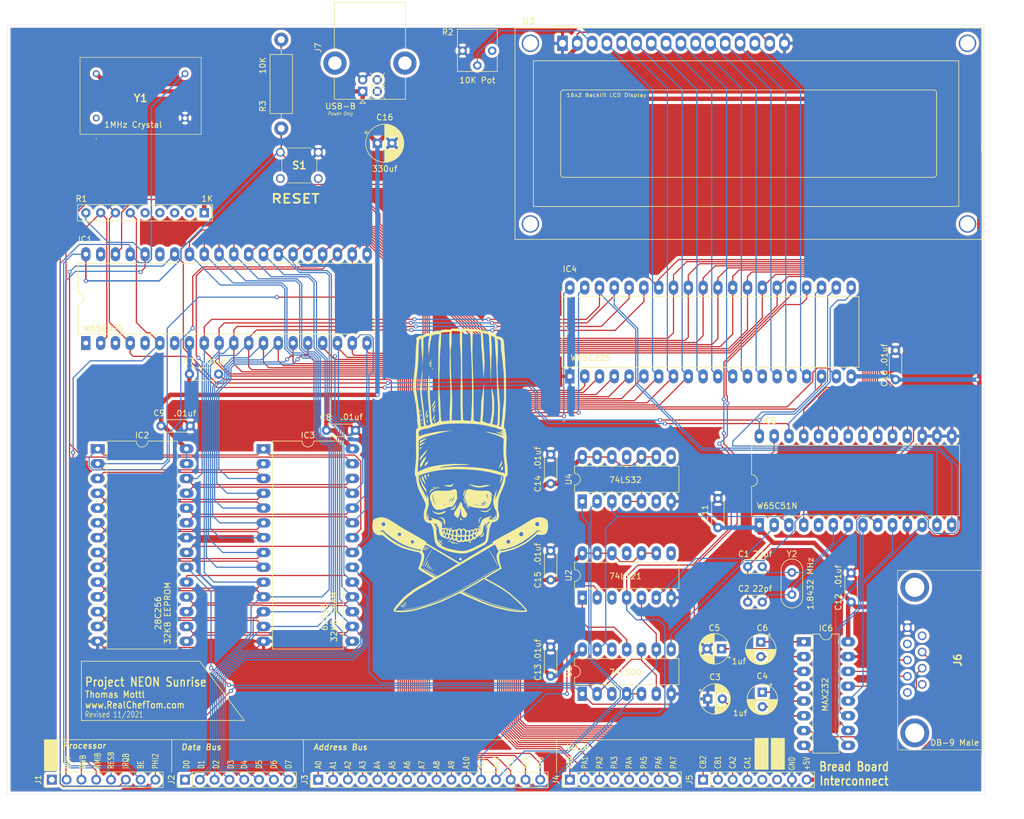
<source format=kicad_pcb>
(kicad_pcb (version 20171130) (host pcbnew "(5.1.10)-1")
  (layers (0 F.Cu signal) (31 B.Cu signal) (36 B.SilkS user) (37 F.SilkS user) (38 B.Mask user) (39 F.Mask user) (44 Edge.Cuts user))
  (net 0 "")
  (net 1 +5V)
  (net 2 "Net-(C1-Pad1)")
  (net 3 "Net-(C2-Pad1)")
  (net 4 GND)
  (net 5 "Net-(C3-Pad2)")
  (net 6 "Net-(C4-Pad1)")
  (net 7 "Net-(C4-Pad2)")
  (net 8 "Net-(C5-Pad1)")
  (net 9 "Net-(C6-Pad2)")
  (net 10 "Net-(C6-Pad1)")
  (net 11 ~RES)
  (net 12 /A11)
  (net 13 "Net-(IC1-Pad39)")
  (net 14 /A10)
  (net 15 /A9)
  (net 16 PHI2)
  (net 17 /A8)
  (net 18 BE)
  (net 19 /A7)
  (net 20 "Net-(IC1-Pad35)")
  (net 21 /A6)
  (net 22 R~W)
  (net 23 /A5)
  (net 24 /D0)
  (net 25 /A4)
  (net 26 /D1)
  (net 27 /A3)
  (net 28 /D2)
  (net 29 /A2)
  (net 30 /D3)
  (net 31 /A1)
  (net 32 /D4)
  (net 33 /A0)
  (net 34 /D5)
  (net 35 /D6)
  (net 36 "Net-(IC1-Pad7)")
  (net 37 /D7)
  (net 38 ~NMI)
  (net 39 /A15)
  (net 40 "Net-(IC1-Pad5)")
  (net 41 /A14)
  (net 42 ~IRQ)
  (net 43 /A13)
  (net 44 "Net-(IC1-Pad3)")
  (net 45 /A12)
  (net 46 RDY)
  (net 47 "Net-(IC1-Pad1)")
  (net 48 ROM_CE)
  (net 49 "Net-(IC3-Pad20)")
  (net 50 /PA0)
  (net 51 /PA1)
  (net 52 "Net-(IC4-Pad23)")
  (net 53 /PA2)
  (net 54 /PA3)
  (net 55 /PA4)
  (net 56 /PA5)
  (net 57 /PA6)
  (net 58 /PA7)
  (net 59 /PB0)
  (net 60 /PB1)
  (net 61 /PB2)
  (net 62 /PB3)
  (net 63 /PB4)
  (net 64 /PB5)
  (net 65 /PB6)
  (net 66 /PB7)
  (net 67 /VIA0_CB1)
  (net 68 /VIA0_CB2)
  (net 69 /VIA0_CA2)
  (net 70 /VIA0_CA1)
  (net 71 "Net-(IC5-Pad2)")
  (net 72 "Net-(IC5-Pad3)")
  (net 73 "Net-(IC5-Pad5)")
  (net 74 /RTSB)
  (net 75 /CTSB)
  (net 76 /TXD)
  (net 77 /RXD)
  (net 78 "Net-(IC6-Pad13)")
  (net 79 "Net-(IC6-Pad14)")
  (net 80 "Net-(IC6-Pad7)")
  (net 81 "Net-(IC6-Pad8)")
  (net 82 "Net-(J1-Pad1)")
  (net 83 "Net-(J5-Pad6)")
  (net 84 "Net-(J5-Pad5)")
  (net 85 "Net-(J6-Pad1)")
  (net 86 "Net-(J6-Pad4)")
  (net 87 "Net-(J6-Pad6)")
  (net 88 "Net-(J6-Pad9)")
  (net 89 "Net-(J6-PadMH1)")
  (net 90 "Net-(J6-PadMH2)")
  (net 91 "Net-(J7-Pad2)")
  (net 92 "Net-(J7-Pad3)")
  (net 93 "Net-(J7-Pad5)")
  (net 94 "Net-(R1-Pad2)")
  (net 95 "Net-(R1-Pad3)")
  (net 96 "Net-(R1-Pad4)")
  (net 97 "Net-(R1-Pad5)")
  (net 98 "Net-(R2-Pad3)")
  (net 99 "Net-(R2-Pad2)")
  (net 100 "Net-(S1-Pad1)")
  (net 101 "Net-(S1-Pad2)")
  (net 102 "Net-(U1-Pad11)")
  (net 103 "Net-(U2-Pad8)")
  (net 104 "Net-(U4-Pad6)")
  (net 105 "Net-(U4-Pad11)")
  (net 106 "Net-(U4-Pad8)")
  (net 107 "Net-(Y1-Pad1)")
  (module "Project Files:RCT_Skull_Logo" (layer F.Cu) (at 90.424 89.154)
    (fp_text reference G*** hide)
    (fp_text value LOGO hide)
  )
  (module Resistor_THT:R_Axial_DIN0411_L9.9mm_D3.6mm_P15.24mm_Horizontal (layer F.Cu) (at 59.69 30.48 90)
    (fp_text reference R3 (at 3.81 -3.175 90) (layer F.SilkS))
    (fp_text value 10K (at 10.795 -3.175 90) (layer F.SilkS))
    (pad 1 thru_hole circle (at 0 0 90) (size 2.4 2.4) (drill 1.2) (layers *.Cu *.Mask) (net 11 ~RES))
    (pad 2 thru_hole oval (at 15.24 0 90) (size 2.4 2.4) (drill 1.2) (layers *.Cu *.Mask) (net 1 +5V))
  )
  (module Capacitor_THT:C_Disc_D3.4mm_W2.1mm_P2.50mm (layer F.Cu) (at 142.24 105.664 180)
    (fp_text reference C1 (at 3.175 2.159) (layer F.SilkS))
    (fp_text value 22pf (at 0 2.159) (layer F.SilkS))
    (pad 2 thru_hole circle (at 2.5 0 180) (size 1.6 1.6) (drill 0.8) (layers *.Cu *.Mask) (net 1 +5V))
    (pad 1 thru_hole circle (at 0 0 180) (size 1.6 1.6) (drill 0.8) (layers *.Cu *.Mask) (net 2 "Net-(C1-Pad1)"))
  )
  (module Capacitor_THT:C_Disc_D3.4mm_W2.1mm_P2.50mm (layer F.Cu) (at 142.24 111.76 180)
    (fp_text reference C2 (at 3.175 2.3) (layer F.SilkS))
    (fp_text value 22pf (at 0 2.3) (layer F.SilkS))
    (pad 1 thru_hole circle (at 0 0 180) (size 1.6 1.6) (drill 0.8) (layers *.Cu *.Mask) (net 3 "Net-(C2-Pad1)"))
    (pad 2 thru_hole circle (at 2.5 0 180) (size 1.6 1.6) (drill 0.8) (layers *.Cu *.Mask) (net 1 +5V))
  )
  (module Capacitor_THT:CP_Radial_D5.0mm_P2.50mm (layer F.Cu) (at 132.882 128.379775)
    (fp_text reference C3 (at 1.25 -3.75) (layer F.SilkS))
    (fp_text value 1uf (at 5.548 2.430225) (layer F.SilkS))
    (pad 1 thru_hole rect (at 0 0) (size 1.6 1.6) (drill 0.8) (layers *.Cu *.Mask) (net 4 GND))
    (pad 2 thru_hole circle (at 2.5 0) (size 1.6 1.6) (drill 0.8) (layers *.Cu *.Mask) (net 5 "Net-(C3-Pad2)"))
  )
  (module Capacitor_THT:CP_Radial_D5.0mm_P2.50mm (layer F.Cu) (at 142.24 127.21955 270)
    (fp_text reference C4 (at -2.75955 0 180) (layer F.SilkS))
    (fp_text value 1uf)
    (pad 1 thru_hole rect (at 0 0 270) (size 1.6 1.6) (drill 0.8) (layers *.Cu *.Mask) (net 6 "Net-(C4-Pad1)"))
    (pad 2 thru_hole circle (at 2.5 0 270) (size 1.6 1.6) (drill 0.8) (layers *.Cu *.Mask) (net 7 "Net-(C4-Pad2)"))
  )
  (module Capacitor_THT:CP_Radial_D5.0mm_P2.50mm (layer F.Cu) (at 135.255 119.778225 180)
    (fp_text reference C5 (at 1.25 3.573225) (layer F.SilkS))
    (fp_text value 1uf)
    (pad 2 thru_hole circle (at 2.5 0 180) (size 1.6 1.6) (drill 0.8) (layers *.Cu *.Mask) (net 4 GND))
    (pad 1 thru_hole rect (at 0 0 180) (size 1.6 1.6) (drill 0.8) (layers *.Cu *.Mask) (net 8 "Net-(C5-Pad1)"))
  )
  (module Capacitor_THT:CP_Radial_D5.0mm_P2.50mm (layer F.Cu) (at 141.986 118.618 270)
    (fp_text reference C6 (at -2.413 -0.254 180) (layer F.SilkS))
    (fp_text value 1uf (at 3.302 3.75 180) (layer F.SilkS))
    (pad 2 thru_hole circle (at 2.5 0 270) (size 1.6 1.6) (drill 0.8) (layers *.Cu *.Mask) (net 9 "Net-(C6-Pad2)"))
    (pad 1 thru_hole rect (at 0 0 270) (size 1.6 1.6) (drill 0.8) (layers *.Cu *.Mask) (net 10 "Net-(C6-Pad1)"))
  )
  (module Capacitor_THT:C_Disc_D4.3mm_W1.9mm_P5.00mm (layer F.Cu) (at 43.942 72.644)
    (fp_text reference C7 (at -0.127 -2.2) (layer F.SilkS))
    (fp_text value .01uf (at 4.318 -2.159) (layer F.SilkS))
    (pad 1 thru_hole circle (at 0 0) (size 1.6 1.6) (drill 0.8) (layers *.Cu *.Mask) (net 1 +5V))
    (pad 2 thru_hole circle (at 5 0) (size 1.6 1.6) (drill 0.8) (layers *.Cu *.Mask) (net 4 GND))
  )
  (module Capacitor_THT:C_Disc_D4.3mm_W1.9mm_P5.00mm (layer F.Cu) (at 67.437 82.296)
    (fp_text reference C8 (at -0.127 -2.2) (layer F.SilkS))
    (fp_text value .01uf (at 4.318 -2.286) (layer F.SilkS))
    (pad 1 thru_hole circle (at 0 0) (size 1.6 1.6) (drill 0.8) (layers *.Cu *.Mask) (net 1 +5V))
    (pad 2 thru_hole circle (at 5 0) (size 1.6 1.6) (drill 0.8) (layers *.Cu *.Mask) (net 4 GND))
  )
  (module Capacitor_THT:C_Disc_D4.3mm_W1.9mm_P5.00mm (layer F.Cu) (at 39.069 81.534)
    (fp_text reference C9 (at -0.334 -2.2) (layer F.SilkS))
    (fp_text value .01uf (at 4.111 -2.159) (layer F.SilkS))
    (pad 2 thru_hole circle (at 5 0) (size 1.6 1.6) (drill 0.8) (layers *.Cu *.Mask) (net 4 GND))
    (pad 1 thru_hole circle (at 0 0) (size 1.6 1.6) (drill 0.8) (layers *.Cu *.Mask) (net 1 +5V))
  )
  (module Capacitor_THT:C_Disc_D4.3mm_W1.9mm_P5.00mm (layer F.Cu) (at 165.1 73.58 90)
    (fp_text reference C10 (at -1.35 -1.905 90) (layer F.SilkS) (effects (justify left)))
    (fp_text value .01uf (at 6.27 -1.905 90) (layer F.SilkS) (effects (justify right)))
    (pad 1 thru_hole circle (at 0 0 90) (size 1.6 1.6) (drill 0.8) (layers *.Cu *.Mask) (net 1 +5V))
    (pad 2 thru_hole circle (at 5 0 90) (size 1.6 1.6) (drill 0.8) (layers *.Cu *.Mask) (net 4 GND))
  )
  (module Capacitor_THT:C_Disc_D4.3mm_W1.9mm_P5.00mm (layer F.Cu) (at 134.62 98.98 90)
    (fp_text reference C11 (at 2.5 -2.2 90) (layer F.SilkS))
    (fp_text value .01uf)
    (pad 2 thru_hole circle (at 5 0 90) (size 1.6 1.6) (drill 0.8) (layers *.Cu *.Mask) (net 4 GND))
    (pad 1 thru_hole circle (at 0 0 90) (size 1.6 1.6) (drill 0.8) (layers *.Cu *.Mask) (net 1 +5V))
  )
  (module Capacitor_THT:C_Disc_D4.3mm_W1.9mm_P5.00mm (layer F.Cu) (at 157.48 111.76 90)
    (fp_text reference C12 (at 0 -2.2 90) (layer F.SilkS))
    (fp_text value .01uf (at 4.445 -2.2 90) (layer F.SilkS))
    (pad 1 thru_hole circle (at 0 0 90) (size 1.6 1.6) (drill 0.8) (layers *.Cu *.Mask) (net 1 +5V))
    (pad 2 thru_hole circle (at 5 0 90) (size 1.6 1.6) (drill 0.8) (layers *.Cu *.Mask) (net 4 GND))
  )
  (module Capacitor_THT:C_Disc_D4.3mm_W1.9mm_P5.00mm (layer F.Cu) (at 105.918 124.458 90)
    (fp_text reference C13 (at 0.633 -2.2 90) (layer F.SilkS))
    (fp_text value .01uf (at 4.443 -2.2 90) (layer F.SilkS))
    (pad 2 thru_hole circle (at 5 0 90) (size 1.6 1.6) (drill 0.8) (layers *.Cu *.Mask) (net 4 GND))
    (pad 1 thru_hole circle (at 0 0 90) (size 1.6 1.6) (drill 0.8) (layers *.Cu *.Mask) (net 1 +5V))
  )
  (module Capacitor_THT:C_Disc_D4.3mm_W1.9mm_P5.00mm (layer F.Cu) (at 105.918 91.438 90)
    (fp_text reference C14 (at -0.002 -2.2 90) (layer F.SilkS))
    (fp_text value .01uf (at 4.443 -2.2 90) (layer F.SilkS))
    (pad 1 thru_hole circle (at 0 0 90) (size 1.6 1.6) (drill 0.8) (layers *.Cu *.Mask) (net 1 +5V))
    (pad 2 thru_hole circle (at 5 0 90) (size 1.6 1.6) (drill 0.8) (layers *.Cu *.Mask) (net 4 GND))
  )
  (module Capacitor_THT:C_Disc_D4.3mm_W1.9mm_P5.00mm (layer F.Cu) (at 105.918 107.948 90)
    (fp_text reference C15 (at -0.002 -2.2 90) (layer F.SilkS))
    (fp_text value .01uf (at 4.443 -2.2 90) (layer F.SilkS))
    (pad 2 thru_hole circle (at 5 0 90) (size 1.6 1.6) (drill 0.8) (layers *.Cu *.Mask) (net 4 GND))
    (pad 1 thru_hole circle (at 0 0 90) (size 1.6 1.6) (drill 0.8) (layers *.Cu *.Mask) (net 1 +5V))
  )
  (module Capacitor_THT:CP_Radial_D6.3mm_P2.50mm (layer F.Cu) (at 76.2 33.02)
    (fp_text reference C16 (at 1.25 -4.445) (layer F.SilkS))
    (fp_text value 330uf (at 1.25 4.4) (layer F.SilkS))
    (pad 1 thru_hole rect (at 0 0) (size 1.6 1.6) (drill 0.8) (layers *.Cu *.Mask) (net 1 +5V))
    (pad 2 thru_hole circle (at 2.5 0) (size 1.6 1.6) (drill 0.8) (layers *.Cu *.Mask) (net 4 GND))
  )
  (module Package_DIP:DIP-40_W15.24mm_LongPads (layer F.Cu) (at 26.162 67.31 90)
    (fp_text reference IC1 (at 17.78 -0.127 180) (layer F.SilkS))
    (fp_text value W65C02S6TPG-14)
    (pad 40 thru_hole oval (at 15.24 0 90) (size 2.4 1.6) (drill 0.8) (layers *.Cu *.Mask) (net 11 ~RES))
    (pad 20 thru_hole oval (at 0 48.26 90) (size 2.4 1.6) (drill 0.8) (layers *.Cu *.Mask) (net 12 /A11))
    (pad 39 thru_hole oval (at 15.24 2.54 90) (size 2.4 1.6) (drill 0.8) (layers *.Cu *.Mask) (net 13 "Net-(IC1-Pad39)"))
    (pad 19 thru_hole oval (at 0 45.72 90) (size 2.4 1.6) (drill 0.8) (layers *.Cu *.Mask) (net 14 /A10))
    (pad 38 thru_hole oval (at 15.24 5.08 90) (size 2.4 1.6) (drill 0.8) (layers *.Cu *.Mask) (net 1 +5V))
    (pad 18 thru_hole oval (at 0 43.18 90) (size 2.4 1.6) (drill 0.8) (layers *.Cu *.Mask) (net 15 /A9))
    (pad 37 thru_hole oval (at 15.24 7.62 90) (size 2.4 1.6) (drill 0.8) (layers *.Cu *.Mask) (net 16 PHI2))
    (pad 17 thru_hole oval (at 0 40.64 90) (size 2.4 1.6) (drill 0.8) (layers *.Cu *.Mask) (net 17 /A8))
    (pad 36 thru_hole oval (at 15.24 10.16 90) (size 2.4 1.6) (drill 0.8) (layers *.Cu *.Mask) (net 18 BE))
    (pad 16 thru_hole oval (at 0 38.1 90) (size 2.4 1.6) (drill 0.8) (layers *.Cu *.Mask) (net 19 /A7))
    (pad 35 thru_hole oval (at 15.24 12.7 90) (size 2.4 1.6) (drill 0.8) (layers *.Cu *.Mask) (net 20 "Net-(IC1-Pad35)"))
    (pad 15 thru_hole oval (at 0 35.56 90) (size 2.4 1.6) (drill 0.8) (layers *.Cu *.Mask) (net 21 /A6))
    (pad 34 thru_hole oval (at 15.24 15.24 90) (size 2.4 1.6) (drill 0.8) (layers *.Cu *.Mask) (net 22 R~W))
    (pad 14 thru_hole oval (at 0 33.02 90) (size 2.4 1.6) (drill 0.8) (layers *.Cu *.Mask) (net 23 /A5))
    (pad 33 thru_hole oval (at 15.24 17.78 90) (size 2.4 1.6) (drill 0.8) (layers *.Cu *.Mask) (net 24 /D0))
    (pad 13 thru_hole oval (at 0 30.48 90) (size 2.4 1.6) (drill 0.8) (layers *.Cu *.Mask) (net 25 /A4))
    (pad 32 thru_hole oval (at 15.24 20.32 90) (size 2.4 1.6) (drill 0.8) (layers *.Cu *.Mask) (net 26 /D1))
    (pad 12 thru_hole oval (at 0 27.94 90) (size 2.4 1.6) (drill 0.8) (layers *.Cu *.Mask) (net 27 /A3))
    (pad 31 thru_hole oval (at 15.24 22.86 90) (size 2.4 1.6) (drill 0.8) (layers *.Cu *.Mask) (net 28 /D2))
    (pad 11 thru_hole oval (at 0 25.4 90) (size 2.4 1.6) (drill 0.8) (layers *.Cu *.Mask) (net 29 /A2))
    (pad 30 thru_hole oval (at 15.24 25.4 90) (size 2.4 1.6) (drill 0.8) (layers *.Cu *.Mask) (net 30 /D3))
    (pad 10 thru_hole oval (at 0 22.86 90) (size 2.4 1.6) (drill 0.8) (layers *.Cu *.Mask) (net 31 /A1))
    (pad 29 thru_hole oval (at 15.24 27.94 90) (size 2.4 1.6) (drill 0.8) (layers *.Cu *.Mask) (net 32 /D4))
    (pad 9 thru_hole oval (at 0 20.32 90) (size 2.4 1.6) (drill 0.8) (layers *.Cu *.Mask) (net 33 /A0))
    (pad 28 thru_hole oval (at 15.24 30.48 90) (size 2.4 1.6) (drill 0.8) (layers *.Cu *.Mask) (net 34 /D5))
    (pad 8 thru_hole oval (at 0 17.78 90) (size 2.4 1.6) (drill 0.8) (layers *.Cu *.Mask) (net 1 +5V))
    (pad 27 thru_hole oval (at 15.24 33.02 90) (size 2.4 1.6) (drill 0.8) (layers *.Cu *.Mask) (net 35 /D6))
    (pad 7 thru_hole oval (at 0 15.24 90) (size 2.4 1.6) (drill 0.8) (layers *.Cu *.Mask) (net 36 "Net-(IC1-Pad7)"))
    (pad 26 thru_hole oval (at 15.24 35.56 90) (size 2.4 1.6) (drill 0.8) (layers *.Cu *.Mask) (net 37 /D7))
    (pad 6 thru_hole oval (at 0 12.7 90) (size 2.4 1.6) (drill 0.8) (layers *.Cu *.Mask) (net 38 ~NMI))
    (pad 25 thru_hole oval (at 15.24 38.1 90) (size 2.4 1.6) (drill 0.8) (layers *.Cu *.Mask) (net 39 /A15))
    (pad 5 thru_hole oval (at 0 10.16 90) (size 2.4 1.6) (drill 0.8) (layers *.Cu *.Mask) (net 40 "Net-(IC1-Pad5)"))
    (pad 24 thru_hole oval (at 15.24 40.64 90) (size 2.4 1.6) (drill 0.8) (layers *.Cu *.Mask) (net 41 /A14))
    (pad 4 thru_hole oval (at 0 7.62 90) (size 2.4 1.6) (drill 0.8) (layers *.Cu *.Mask) (net 42 ~IRQ))
    (pad 23 thru_hole oval (at 15.24 43.18 90) (size 2.4 1.6) (drill 0.8) (layers *.Cu *.Mask) (net 43 /A13))
    (pad 3 thru_hole oval (at 0 5.08 90) (size 2.4 1.6) (drill 0.8) (layers *.Cu *.Mask) (net 44 "Net-(IC1-Pad3)"))
    (pad 22 thru_hole oval (at 15.24 45.72 90) (size 2.4 1.6) (drill 0.8) (layers *.Cu *.Mask) (net 45 /A12))
    (pad 2 thru_hole oval (at 0 2.54 90) (size 2.4 1.6) (drill 0.8) (layers *.Cu *.Mask) (net 46 RDY))
    (pad 21 thru_hole oval (at 15.24 48.26 90) (size 2.4 1.6) (drill 0.8) (layers *.Cu *.Mask) (net 4 GND))
    (pad 1 thru_hole rect (at 0 0 90) (size 2.4 1.6) (drill 0.8) (layers *.Cu *.Mask) (net 47 "Net-(IC1-Pad1)"))
  )
  (module Package_DIP:DIP-28_W15.24mm_LongPads (layer F.Cu) (at 28.194 85.471)
    (fp_text reference IC2 (at 7.62 -2.33) (layer F.SilkS))
    (fp_text value AT28C256-15PU)
    (pad 1 thru_hole rect (at 0 0) (size 2.4 1.6) (drill 0.8) (layers *.Cu *.Mask) (net 41 /A14))
    (pad 15 thru_hole oval (at 15.24 33.02) (size 2.4 1.6) (drill 0.8) (layers *.Cu *.Mask) (net 30 /D3))
    (pad 2 thru_hole oval (at 0 2.54) (size 2.4 1.6) (drill 0.8) (layers *.Cu *.Mask) (net 45 /A12))
    (pad 16 thru_hole oval (at 15.24 30.48) (size 2.4 1.6) (drill 0.8) (layers *.Cu *.Mask) (net 32 /D4))
    (pad 3 thru_hole oval (at 0 5.08) (size 2.4 1.6) (drill 0.8) (layers *.Cu *.Mask) (net 19 /A7))
    (pad 17 thru_hole oval (at 15.24 27.94) (size 2.4 1.6) (drill 0.8) (layers *.Cu *.Mask) (net 34 /D5))
    (pad 4 thru_hole oval (at 0 7.62) (size 2.4 1.6) (drill 0.8) (layers *.Cu *.Mask) (net 21 /A6))
    (pad 18 thru_hole oval (at 15.24 25.4) (size 2.4 1.6) (drill 0.8) (layers *.Cu *.Mask) (net 35 /D6))
    (pad 5 thru_hole oval (at 0 10.16) (size 2.4 1.6) (drill 0.8) (layers *.Cu *.Mask) (net 23 /A5))
    (pad 19 thru_hole oval (at 15.24 22.86) (size 2.4 1.6) (drill 0.8) (layers *.Cu *.Mask) (net 37 /D7))
    (pad 6 thru_hole oval (at 0 12.7) (size 2.4 1.6) (drill 0.8) (layers *.Cu *.Mask) (net 25 /A4))
    (pad 20 thru_hole oval (at 15.24 20.32) (size 2.4 1.6) (drill 0.8) (layers *.Cu *.Mask) (net 48 ROM_CE))
    (pad 7 thru_hole oval (at 0 15.24) (size 2.4 1.6) (drill 0.8) (layers *.Cu *.Mask) (net 27 /A3))
    (pad 21 thru_hole oval (at 15.24 17.78) (size 2.4 1.6) (drill 0.8) (layers *.Cu *.Mask) (net 14 /A10))
    (pad 8 thru_hole oval (at 0 17.78) (size 2.4 1.6) (drill 0.8) (layers *.Cu *.Mask) (net 29 /A2))
    (pad 22 thru_hole oval (at 15.24 15.24) (size 2.4 1.6) (drill 0.8) (layers *.Cu *.Mask) (net 4 GND))
    (pad 9 thru_hole oval (at 0 20.32) (size 2.4 1.6) (drill 0.8) (layers *.Cu *.Mask) (net 31 /A1))
    (pad 23 thru_hole oval (at 15.24 12.7) (size 2.4 1.6) (drill 0.8) (layers *.Cu *.Mask) (net 12 /A11))
    (pad 10 thru_hole oval (at 0 22.86) (size 2.4 1.6) (drill 0.8) (layers *.Cu *.Mask) (net 33 /A0))
    (pad 24 thru_hole oval (at 15.24 10.16) (size 2.4 1.6) (drill 0.8) (layers *.Cu *.Mask) (net 15 /A9))
    (pad 11 thru_hole oval (at 0 25.4) (size 2.4 1.6) (drill 0.8) (layers *.Cu *.Mask) (net 24 /D0))
    (pad 25 thru_hole oval (at 15.24 7.62) (size 2.4 1.6) (drill 0.8) (layers *.Cu *.Mask) (net 17 /A8))
    (pad 12 thru_hole oval (at 0 27.94) (size 2.4 1.6) (drill 0.8) (layers *.Cu *.Mask) (net 26 /D1))
    (pad 26 thru_hole oval (at 15.24 5.08) (size 2.4 1.6) (drill 0.8) (layers *.Cu *.Mask) (net 43 /A13))
    (pad 13 thru_hole oval (at 0 30.48) (size 2.4 1.6) (drill 0.8) (layers *.Cu *.Mask) (net 28 /D2))
    (pad 27 thru_hole oval (at 15.24 2.54) (size 2.4 1.6) (drill 0.8) (layers *.Cu *.Mask) (net 1 +5V))
    (pad 14 thru_hole oval (at 0 33.02) (size 2.4 1.6) (drill 0.8) (layers *.Cu *.Mask) (net 4 GND))
    (pad 28 thru_hole oval (at 15.24 0) (size 2.4 1.6) (drill 0.8) (layers *.Cu *.Mask) (net 1 +5V))
  )
  (module Package_DIP:DIP-28_W15.24mm_LongPads (layer F.Cu) (at 56.642 85.471)
    (fp_text reference IC3 (at 7.62 -2.33) (layer F.SilkS))
    (fp_text value U62256ADK07LLG1)
    (pad 28 thru_hole oval (at 15.24 0) (size 2.4 1.6) (drill 0.8) (layers *.Cu *.Mask) (net 1 +5V))
    (pad 14 thru_hole oval (at 0 33.02) (size 2.4 1.6) (drill 0.8) (layers *.Cu *.Mask) (net 4 GND))
    (pad 27 thru_hole oval (at 15.24 2.54) (size 2.4 1.6) (drill 0.8) (layers *.Cu *.Mask) (net 22 R~W))
    (pad 13 thru_hole oval (at 0 30.48) (size 2.4 1.6) (drill 0.8) (layers *.Cu *.Mask) (net 28 /D2))
    (pad 26 thru_hole oval (at 15.24 5.08) (size 2.4 1.6) (drill 0.8) (layers *.Cu *.Mask) (net 43 /A13))
    (pad 12 thru_hole oval (at 0 27.94) (size 2.4 1.6) (drill 0.8) (layers *.Cu *.Mask) (net 26 /D1))
    (pad 25 thru_hole oval (at 15.24 7.62) (size 2.4 1.6) (drill 0.8) (layers *.Cu *.Mask) (net 17 /A8))
    (pad 11 thru_hole oval (at 0 25.4) (size 2.4 1.6) (drill 0.8) (layers *.Cu *.Mask) (net 24 /D0))
    (pad 24 thru_hole oval (at 15.24 10.16) (size 2.4 1.6) (drill 0.8) (layers *.Cu *.Mask) (net 15 /A9))
    (pad 10 thru_hole oval (at 0 22.86) (size 2.4 1.6) (drill 0.8) (layers *.Cu *.Mask) (net 33 /A0))
    (pad 23 thru_hole oval (at 15.24 12.7) (size 2.4 1.6) (drill 0.8) (layers *.Cu *.Mask) (net 12 /A11))
    (pad 9 thru_hole oval (at 0 20.32) (size 2.4 1.6) (drill 0.8) (layers *.Cu *.Mask) (net 31 /A1))
    (pad 22 thru_hole oval (at 15.24 15.24) (size 2.4 1.6) (drill 0.8) (layers *.Cu *.Mask) (net 41 /A14))
    (pad 8 thru_hole oval (at 0 17.78) (size 2.4 1.6) (drill 0.8) (layers *.Cu *.Mask) (net 29 /A2))
    (pad 21 thru_hole oval (at 15.24 17.78) (size 2.4 1.6) (drill 0.8) (layers *.Cu *.Mask) (net 14 /A10))
    (pad 7 thru_hole oval (at 0 15.24) (size 2.4 1.6) (drill 0.8) (layers *.Cu *.Mask) (net 27 /A3))
    (pad 20 thru_hole oval (at 15.24 20.32) (size 2.4 1.6) (drill 0.8) (layers *.Cu *.Mask) (net 49 "Net-(IC3-Pad20)"))
    (pad 6 thru_hole oval (at 0 12.7) (size 2.4 1.6) (drill 0.8) (layers *.Cu *.Mask) (net 25 /A4))
    (pad 19 thru_hole oval (at 15.24 22.86) (size 2.4 1.6) (drill 0.8) (layers *.Cu *.Mask) (net 37 /D7))
    (pad 5 thru_hole oval (at 0 10.16) (size 2.4 1.6) (drill 0.8) (layers *.Cu *.Mask) (net 23 /A5))
    (pad 18 thru_hole oval (at 15.24 25.4) (size 2.4 1.6) (drill 0.8) (layers *.Cu *.Mask) (net 35 /D6))
    (pad 4 thru_hole oval (at 0 7.62) (size 2.4 1.6) (drill 0.8) (layers *.Cu *.Mask) (net 21 /A6))
    (pad 17 thru_hole oval (at 15.24 27.94) (size 2.4 1.6) (drill 0.8) (layers *.Cu *.Mask) (net 34 /D5))
    (pad 3 thru_hole oval (at 0 5.08) (size 2.4 1.6) (drill 0.8) (layers *.Cu *.Mask) (net 19 /A7))
    (pad 16 thru_hole oval (at 15.24 30.48) (size 2.4 1.6) (drill 0.8) (layers *.Cu *.Mask) (net 32 /D4))
    (pad 2 thru_hole oval (at 0 2.54) (size 2.4 1.6) (drill 0.8) (layers *.Cu *.Mask) (net 45 /A12))
    (pad 15 thru_hole oval (at 15.24 33.02) (size 2.4 1.6) (drill 0.8) (layers *.Cu *.Mask) (net 30 /D3))
    (pad 1 thru_hole rect (at 0 0) (size 2.4 1.6) (drill 0.8) (layers *.Cu *.Mask) (net 41 /A14))
  )
  (module Package_DIP:DIP-40_W15.24mm_LongPads (layer F.Cu) (at 109.22 73.025 90)
    (fp_text reference IC4 (at 18.415 0 180) (layer F.SilkS))
    (fp_text value W65C22S6TPG-14)
    (pad 1 thru_hole rect (at 0 0 90) (size 2.4 1.6) (drill 0.8) (layers *.Cu *.Mask) (net 4 GND))
    (pad 21 thru_hole oval (at 15.24 48.26 90) (size 2.4 1.6) (drill 0.8) (layers *.Cu *.Mask) (net 42 ~IRQ))
    (pad 2 thru_hole oval (at 0 2.54 90) (size 2.4 1.6) (drill 0.8) (layers *.Cu *.Mask) (net 50 /PA0))
    (pad 22 thru_hole oval (at 15.24 45.72 90) (size 2.4 1.6) (drill 0.8) (layers *.Cu *.Mask) (net 22 R~W))
    (pad 3 thru_hole oval (at 0 5.08 90) (size 2.4 1.6) (drill 0.8) (layers *.Cu *.Mask) (net 51 /PA1))
    (pad 23 thru_hole oval (at 15.24 43.18 90) (size 2.4 1.6) (drill 0.8) (layers *.Cu *.Mask) (net 52 "Net-(IC4-Pad23)"))
    (pad 4 thru_hole oval (at 0 7.62 90) (size 2.4 1.6) (drill 0.8) (layers *.Cu *.Mask) (net 53 /PA2))
    (pad 24 thru_hole oval (at 15.24 40.64 90) (size 2.4 1.6) (drill 0.8) (layers *.Cu *.Mask) (net 43 /A13))
    (pad 5 thru_hole oval (at 0 10.16 90) (size 2.4 1.6) (drill 0.8) (layers *.Cu *.Mask) (net 54 /PA3))
    (pad 25 thru_hole oval (at 15.24 38.1 90) (size 2.4 1.6) (drill 0.8) (layers *.Cu *.Mask) (net 16 PHI2))
    (pad 6 thru_hole oval (at 0 12.7 90) (size 2.4 1.6) (drill 0.8) (layers *.Cu *.Mask) (net 55 /PA4))
    (pad 26 thru_hole oval (at 15.24 35.56 90) (size 2.4 1.6) (drill 0.8) (layers *.Cu *.Mask) (net 37 /D7))
    (pad 7 thru_hole oval (at 0 15.24 90) (size 2.4 1.6) (drill 0.8) (layers *.Cu *.Mask) (net 56 /PA5))
    (pad 27 thru_hole oval (at 15.24 33.02 90) (size 2.4 1.6) (drill 0.8) (layers *.Cu *.Mask) (net 35 /D6))
    (pad 8 thru_hole oval (at 0 17.78 90) (size 2.4 1.6) (drill 0.8) (layers *.Cu *.Mask) (net 57 /PA6))
    (pad 28 thru_hole oval (at 15.24 30.48 90) (size 2.4 1.6) (drill 0.8) (layers *.Cu *.Mask) (net 34 /D5))
    (pad 9 thru_hole oval (at 0 20.32 90) (size 2.4 1.6) (drill 0.8) (layers *.Cu *.Mask) (net 58 /PA7))
    (pad 29 thru_hole oval (at 15.24 27.94 90) (size 2.4 1.6) (drill 0.8) (layers *.Cu *.Mask) (net 32 /D4))
    (pad 10 thru_hole oval (at 0 22.86 90) (size 2.4 1.6) (drill 0.8) (layers *.Cu *.Mask) (net 59 /PB0))
    (pad 30 thru_hole oval (at 15.24 25.4 90) (size 2.4 1.6) (drill 0.8) (layers *.Cu *.Mask) (net 30 /D3))
    (pad 11 thru_hole oval (at 0 25.4 90) (size 2.4 1.6) (drill 0.8) (layers *.Cu *.Mask) (net 60 /PB1))
    (pad 31 thru_hole oval (at 15.24 22.86 90) (size 2.4 1.6) (drill 0.8) (layers *.Cu *.Mask) (net 28 /D2))
    (pad 12 thru_hole oval (at 0 27.94 90) (size 2.4 1.6) (drill 0.8) (layers *.Cu *.Mask) (net 61 /PB2))
    (pad 32 thru_hole oval (at 15.24 20.32 90) (size 2.4 1.6) (drill 0.8) (layers *.Cu *.Mask) (net 26 /D1))
    (pad 13 thru_hole oval (at 0 30.48 90) (size 2.4 1.6) (drill 0.8) (layers *.Cu *.Mask) (net 62 /PB3))
    (pad 33 thru_hole oval (at 15.24 17.78 90) (size 2.4 1.6) (drill 0.8) (layers *.Cu *.Mask) (net 24 /D0))
    (pad 14 thru_hole oval (at 0 33.02 90) (size 2.4 1.6) (drill 0.8) (layers *.Cu *.Mask) (net 63 /PB4))
    (pad 34 thru_hole oval (at 15.24 15.24 90) (size 2.4 1.6) (drill 0.8) (layers *.Cu *.Mask) (net 11 ~RES))
    (pad 15 thru_hole oval (at 0 35.56 90) (size 2.4 1.6) (drill 0.8) (layers *.Cu *.Mask) (net 64 /PB5))
    (pad 35 thru_hole oval (at 15.24 12.7 90) (size 2.4 1.6) (drill 0.8) (layers *.Cu *.Mask) (net 27 /A3))
    (pad 16 thru_hole oval (at 0 38.1 90) (size 2.4 1.6) (drill 0.8) (layers *.Cu *.Mask) (net 65 /PB6))
    (pad 36 thru_hole oval (at 15.24 10.16 90) (size 2.4 1.6) (drill 0.8) (layers *.Cu *.Mask) (net 29 /A2))
    (pad 17 thru_hole oval (at 0 40.64 90) (size 2.4 1.6) (drill 0.8) (layers *.Cu *.Mask) (net 66 /PB7))
    (pad 37 thru_hole oval (at 15.24 7.62 90) (size 2.4 1.6) (drill 0.8) (layers *.Cu *.Mask) (net 31 /A1))
    (pad 18 thru_hole oval (at 0 43.18 90) (size 2.4 1.6) (drill 0.8) (layers *.Cu *.Mask) (net 67 /VIA0_CB1))
    (pad 38 thru_hole oval (at 15.24 5.08 90) (size 2.4 1.6) (drill 0.8) (layers *.Cu *.Mask) (net 33 /A0))
    (pad 19 thru_hole oval (at 0 45.72 90) (size 2.4 1.6) (drill 0.8) (layers *.Cu *.Mask) (net 68 /VIA0_CB2))
    (pad 39 thru_hole oval (at 15.24 2.54 90) (size 2.4 1.6) (drill 0.8) (layers *.Cu *.Mask) (net 69 /VIA0_CA2))
    (pad 20 thru_hole oval (at 0 48.26 90) (size 2.4 1.6) (drill 0.8) (layers *.Cu *.Mask) (net 1 +5V))
    (pad 40 thru_hole oval (at 15.24 0 90) (size 2.4 1.6) (drill 0.8) (layers *.Cu *.Mask) (net 70 /VIA0_CA1))
  )
  (module Package_DIP:DIP-28_W15.24mm_LongPads (layer F.Cu) (at 141.732 98.53 90)
    (fp_text reference IC5 (at 17.885 1.778 180) (layer F.SilkS))
    (fp_text value W65C51N6TPG-14)
    (pad 1 thru_hole rect (at 0 0 90) (size 2.4 1.6) (drill 0.8) (layers *.Cu *.Mask) (net 1 +5V))
    (pad 15 thru_hole oval (at 15.24 33.02 90) (size 2.4 1.6) (drill 0.8) (layers *.Cu *.Mask) (net 4 GND))
    (pad 2 thru_hole oval (at 0 2.54 90) (size 2.4 1.6) (drill 0.8) (layers *.Cu *.Mask) (net 71 "Net-(IC5-Pad2)"))
    (pad 16 thru_hole oval (at 15.24 30.48 90) (size 2.4 1.6) (drill 0.8) (layers *.Cu *.Mask) (net 4 GND))
    (pad 3 thru_hole oval (at 0 5.08 90) (size 2.4 1.6) (drill 0.8) (layers *.Cu *.Mask) (net 72 "Net-(IC5-Pad3)"))
    (pad 17 thru_hole oval (at 15.24 27.94 90) (size 2.4 1.6) (drill 0.8) (layers *.Cu *.Mask) (net 4 GND))
    (pad 4 thru_hole oval (at 0 7.62 90) (size 2.4 1.6) (drill 0.8) (layers *.Cu *.Mask) (net 11 ~RES))
    (pad 18 thru_hole oval (at 15.24 25.4 90) (size 2.4 1.6) (drill 0.8) (layers *.Cu *.Mask) (net 24 /D0))
    (pad 5 thru_hole oval (at 0 10.16 90) (size 2.4 1.6) (drill 0.8) (layers *.Cu *.Mask) (net 73 "Net-(IC5-Pad5)"))
    (pad 19 thru_hole oval (at 15.24 22.86 90) (size 2.4 1.6) (drill 0.8) (layers *.Cu *.Mask) (net 26 /D1))
    (pad 6 thru_hole oval (at 0 12.7 90) (size 2.4 1.6) (drill 0.8) (layers *.Cu *.Mask) (net 2 "Net-(C1-Pad1)"))
    (pad 20 thru_hole oval (at 15.24 20.32 90) (size 2.4 1.6) (drill 0.8) (layers *.Cu *.Mask) (net 28 /D2))
    (pad 7 thru_hole oval (at 0 15.24 90) (size 2.4 1.6) (drill 0.8) (layers *.Cu *.Mask) (net 3 "Net-(C2-Pad1)"))
    (pad 21 thru_hole oval (at 15.24 17.78 90) (size 2.4 1.6) (drill 0.8) (layers *.Cu *.Mask) (net 30 /D3))
    (pad 8 thru_hole oval (at 0 17.78 90) (size 2.4 1.6) (drill 0.8) (layers *.Cu *.Mask) (net 74 /RTSB))
    (pad 22 thru_hole oval (at 15.24 15.24 90) (size 2.4 1.6) (drill 0.8) (layers *.Cu *.Mask) (net 32 /D4))
    (pad 9 thru_hole oval (at 0 20.32 90) (size 2.4 1.6) (drill 0.8) (layers *.Cu *.Mask) (net 75 /CTSB))
    (pad 23 thru_hole oval (at 15.24 12.7 90) (size 2.4 1.6) (drill 0.8) (layers *.Cu *.Mask) (net 34 /D5))
    (pad 10 thru_hole oval (at 0 22.86 90) (size 2.4 1.6) (drill 0.8) (layers *.Cu *.Mask) (net 76 /TXD))
    (pad 24 thru_hole oval (at 15.24 10.16 90) (size 2.4 1.6) (drill 0.8) (layers *.Cu *.Mask) (net 35 /D6))
    (pad 11 thru_hole oval (at 0 25.4 90) (size 2.4 1.6) (drill 0.8) (layers *.Cu *.Mask) (net 4 GND))
    (pad 25 thru_hole oval (at 15.24 7.62 90) (size 2.4 1.6) (drill 0.8) (layers *.Cu *.Mask) (net 37 /D7))
    (pad 12 thru_hole oval (at 0 27.94 90) (size 2.4 1.6) (drill 0.8) (layers *.Cu *.Mask) (net 77 /RXD))
    (pad 26 thru_hole oval (at 15.24 5.08 90) (size 2.4 1.6) (drill 0.8) (layers *.Cu *.Mask) (net 42 ~IRQ))
    (pad 13 thru_hole oval (at 0 30.48 90) (size 2.4 1.6) (drill 0.8) (layers *.Cu *.Mask) (net 33 /A0))
    (pad 27 thru_hole oval (at 15.24 2.54 90) (size 2.4 1.6) (drill 0.8) (layers *.Cu *.Mask) (net 16 PHI2))
    (pad 14 thru_hole oval (at 0 33.02 90) (size 2.4 1.6) (drill 0.8) (layers *.Cu *.Mask) (net 31 /A1))
    (pad 28 thru_hole oval (at 15.24 0 90) (size 2.4 1.6) (drill 0.8) (layers *.Cu *.Mask) (net 22 R~W))
  )
  (module Package_DIP:DIP-16_W7.62mm_LongPads (layer F.Cu) (at 149.352 118.578225)
    (fp_text reference IC6 (at 3.81 -2.33) (layer F.SilkS))
    (fp_text value MAX232AEPE+)
    (pad 1 thru_hole rect (at 0 0) (size 2.4 1.6) (drill 0.8) (layers *.Cu *.Mask) (net 10 "Net-(C6-Pad1)"))
    (pad 9 thru_hole oval (at 7.62 17.78) (size 2.4 1.6) (drill 0.8) (layers *.Cu *.Mask) (net 75 /CTSB))
    (pad 2 thru_hole oval (at 0 2.54) (size 2.4 1.6) (drill 0.8) (layers *.Cu *.Mask) (net 8 "Net-(C5-Pad1)"))
    (pad 10 thru_hole oval (at 7.62 15.24) (size 2.4 1.6) (drill 0.8) (layers *.Cu *.Mask) (net 74 /RTSB))
    (pad 3 thru_hole oval (at 0 5.08) (size 2.4 1.6) (drill 0.8) (layers *.Cu *.Mask) (net 9 "Net-(C6-Pad2)"))
    (pad 11 thru_hole oval (at 7.62 12.7) (size 2.4 1.6) (drill 0.8) (layers *.Cu *.Mask) (net 76 /TXD))
    (pad 4 thru_hole oval (at 0 7.62) (size 2.4 1.6) (drill 0.8) (layers *.Cu *.Mask) (net 6 "Net-(C4-Pad1)"))
    (pad 12 thru_hole oval (at 7.62 10.16) (size 2.4 1.6) (drill 0.8) (layers *.Cu *.Mask) (net 77 /RXD))
    (pad 5 thru_hole oval (at 0 10.16) (size 2.4 1.6) (drill 0.8) (layers *.Cu *.Mask) (net 7 "Net-(C4-Pad2)"))
    (pad 13 thru_hole oval (at 7.62 7.62) (size 2.4 1.6) (drill 0.8) (layers *.Cu *.Mask) (net 78 "Net-(IC6-Pad13)"))
    (pad 6 thru_hole oval (at 0 12.7) (size 2.4 1.6) (drill 0.8) (layers *.Cu *.Mask) (net 5 "Net-(C3-Pad2)"))
    (pad 14 thru_hole oval (at 7.62 5.08) (size 2.4 1.6) (drill 0.8) (layers *.Cu *.Mask) (net 79 "Net-(IC6-Pad14)"))
    (pad 7 thru_hole oval (at 0 15.24) (size 2.4 1.6) (drill 0.8) (layers *.Cu *.Mask) (net 80 "Net-(IC6-Pad7)"))
    (pad 15 thru_hole oval (at 7.62 2.54) (size 2.4 1.6) (drill 0.8) (layers *.Cu *.Mask) (net 4 GND))
    (pad 8 thru_hole oval (at 0 17.78) (size 2.4 1.6) (drill 0.8) (layers *.Cu *.Mask) (net 81 "Net-(IC6-Pad8)"))
    (pad 16 thru_hole oval (at 7.62 0) (size 2.4 1.6) (drill 0.8) (layers *.Cu *.Mask) (net 1 +5V))
  )
  (module Connector_PinHeader_2.54mm:PinHeader_1x08_P2.54mm_Vertical (layer F.Cu) (at 20.32 142.24 90)
    (fp_text reference J1 (at 0 -2.33 90) (layer F.SilkS))
    (fp_text value Conn_01x08_Male)
    (pad 1 thru_hole rect (at 0 0 90) (size 1.7 1.7) (drill 1) (layers *.Cu *.Mask) (net 82 "Net-(J1-Pad1)"))
    (pad 2 thru_hole oval (at 0 2.54 90) (size 1.7 1.7) (drill 1) (layers *.Cu *.Mask) (net 46 RDY))
    (pad 3 thru_hole oval (at 0 5.08 90) (size 1.7 1.7) (drill 1) (layers *.Cu *.Mask) (net 22 R~W))
    (pad 4 thru_hole oval (at 0 7.62 90) (size 1.7 1.7) (drill 1) (layers *.Cu *.Mask) (net 38 ~NMI))
    (pad 5 thru_hole oval (at 0 10.16 90) (size 1.7 1.7) (drill 1) (layers *.Cu *.Mask) (net 11 ~RES))
    (pad 6 thru_hole oval (at 0 12.7 90) (size 1.7 1.7) (drill 1) (layers *.Cu *.Mask) (net 42 ~IRQ))
    (pad 7 thru_hole oval (at 0 15.24 90) (size 1.7 1.7) (drill 1) (layers *.Cu *.Mask) (net 18 BE))
    (pad 8 thru_hole oval (at 0 17.78 90) (size 1.7 1.7) (drill 1) (layers *.Cu *.Mask) (net 16 PHI2))
  )
  (module Connector_PinHeader_2.54mm:PinHeader_1x08_P2.54mm_Vertical (layer F.Cu) (at 43.18 142.24 90)
    (fp_text reference J2 (at 0 -2.33 90) (layer F.SilkS))
    (fp_text value Conn_01x08_Male)
    (pad 1 thru_hole rect (at 0 0 90) (size 1.7 1.7) (drill 1) (layers *.Cu *.Mask) (net 24 /D0))
    (pad 2 thru_hole oval (at 0 2.54 90) (size 1.7 1.7) (drill 1) (layers *.Cu *.Mask) (net 26 /D1))
    (pad 3 thru_hole oval (at 0 5.08 90) (size 1.7 1.7) (drill 1) (layers *.Cu *.Mask) (net 28 /D2))
    (pad 4 thru_hole oval (at 0 7.62 90) (size 1.7 1.7) (drill 1) (layers *.Cu *.Mask) (net 30 /D3))
    (pad 5 thru_hole oval (at 0 10.16 90) (size 1.7 1.7) (drill 1) (layers *.Cu *.Mask) (net 32 /D4))
    (pad 6 thru_hole oval (at 0 12.7 90) (size 1.7 1.7) (drill 1) (layers *.Cu *.Mask) (net 34 /D5))
    (pad 7 thru_hole oval (at 0 15.24 90) (size 1.7 1.7) (drill 1) (layers *.Cu *.Mask) (net 35 /D6))
    (pad 8 thru_hole oval (at 0 17.78 90) (size 1.7 1.7) (drill 1) (layers *.Cu *.Mask) (net 37 /D7))
  )
  (module Connector_PinHeader_2.54mm:PinHeader_1x16_P2.54mm_Vertical (layer F.Cu) (at 66.04 142.24 90)
    (fp_text reference J3 (at 0 -2.33 90) (layer F.SilkS))
    (fp_text value Conn_01x16_Male)
    (pad 1 thru_hole rect (at 0 0 90) (size 1.7 1.7) (drill 1) (layers *.Cu *.Mask) (net 33 /A0))
    (pad 2 thru_hole oval (at 0 2.54 90) (size 1.7 1.7) (drill 1) (layers *.Cu *.Mask) (net 31 /A1))
    (pad 3 thru_hole oval (at 0 5.08 90) (size 1.7 1.7) (drill 1) (layers *.Cu *.Mask) (net 29 /A2))
    (pad 4 thru_hole oval (at 0 7.62 90) (size 1.7 1.7) (drill 1) (layers *.Cu *.Mask) (net 27 /A3))
    (pad 5 thru_hole oval (at 0 10.16 90) (size 1.7 1.7) (drill 1) (layers *.Cu *.Mask) (net 25 /A4))
    (pad 6 thru_hole oval (at 0 12.7 90) (size 1.7 1.7) (drill 1) (layers *.Cu *.Mask) (net 23 /A5))
    (pad 7 thru_hole oval (at 0 15.24 90) (size 1.7 1.7) (drill 1) (layers *.Cu *.Mask) (net 21 /A6))
    (pad 8 thru_hole oval (at 0 17.78 90) (size 1.7 1.7) (drill 1) (layers *.Cu *.Mask) (net 19 /A7))
    (pad 9 thru_hole oval (at 0 20.32 90) (size 1.7 1.7) (drill 1) (layers *.Cu *.Mask) (net 17 /A8))
    (pad 10 thru_hole oval (at 0 22.86 90) (size 1.7 1.7) (drill 1) (layers *.Cu *.Mask) (net 15 /A9))
    (pad 11 thru_hole oval (at 0 25.4 90) (size 1.7 1.7) (drill 1) (layers *.Cu *.Mask) (net 14 /A10))
    (pad 12 thru_hole oval (at 0 27.94 90) (size 1.7 1.7) (drill 1) (layers *.Cu *.Mask) (net 12 /A11))
    (pad 13 thru_hole oval (at 0 30.48 90) (size 1.7 1.7) (drill 1) (layers *.Cu *.Mask) (net 45 /A12))
    (pad 14 thru_hole oval (at 0 33.02 90) (size 1.7 1.7) (drill 1) (layers *.Cu *.Mask) (net 43 /A13))
    (pad 15 thru_hole oval (at 0 35.56 90) (size 1.7 1.7) (drill 1) (layers *.Cu *.Mask) (net 41 /A14))
    (pad 16 thru_hole oval (at 0 38.1 90) (size 1.7 1.7) (drill 1) (layers *.Cu *.Mask) (net 39 /A15))
  )
  (module Connector_PinHeader_2.54mm:PinHeader_1x08_P2.54mm_Vertical (layer F.Cu) (at 109.22 142.24 90)
    (fp_text reference J4 (at 0 -2.33 90) (layer F.SilkS))
    (fp_text value Conn_01x08_Male)
    (pad 8 thru_hole oval (at 0 17.78 90) (size 1.7 1.7) (drill 1) (layers *.Cu *.Mask) (net 58 /PA7))
    (pad 7 thru_hole oval (at 0 15.24 90) (size 1.7 1.7) (drill 1) (layers *.Cu *.Mask) (net 57 /PA6))
    (pad 6 thru_hole oval (at 0 12.7 90) (size 1.7 1.7) (drill 1) (layers *.Cu *.Mask) (net 56 /PA5))
    (pad 5 thru_hole oval (at 0 10.16 90) (size 1.7 1.7) (drill 1) (layers *.Cu *.Mask) (net 55 /PA4))
    (pad 4 thru_hole oval (at 0 7.62 90) (size 1.7 1.7) (drill 1) (layers *.Cu *.Mask) (net 54 /PA3))
    (pad 3 thru_hole oval (at 0 5.08 90) (size 1.7 1.7) (drill 1) (layers *.Cu *.Mask) (net 53 /PA2))
    (pad 2 thru_hole oval (at 0 2.54 90) (size 1.7 1.7) (drill 1) (layers *.Cu *.Mask) (net 51 /PA1))
    (pad 1 thru_hole rect (at 0 0 90) (size 1.7 1.7) (drill 1) (layers *.Cu *.Mask) (net 50 /PA0))
  )
  (module Connector_PinHeader_2.54mm:PinHeader_1x08_P2.54mm_Vertical (layer F.Cu) (at 132.08 142.24 90)
    (fp_text reference J5 (at 0 -2.33 90) (layer F.SilkS))
    (fp_text value Conn_01x08_Male)
    (pad 8 thru_hole oval (at 0 17.78 90) (size 1.7 1.7) (drill 1) (layers *.Cu *.Mask) (net 1 +5V))
    (pad 7 thru_hole oval (at 0 15.24 90) (size 1.7 1.7) (drill 1) (layers *.Cu *.Mask) (net 4 GND))
    (pad 6 thru_hole oval (at 0 12.7 90) (size 1.7 1.7) (drill 1) (layers *.Cu *.Mask) (net 83 "Net-(J5-Pad6)"))
    (pad 5 thru_hole oval (at 0 10.16 90) (size 1.7 1.7) (drill 1) (layers *.Cu *.Mask) (net 84 "Net-(J5-Pad5)"))
    (pad 4 thru_hole oval (at 0 7.62 90) (size 1.7 1.7) (drill 1) (layers *.Cu *.Mask) (net 70 /VIA0_CA1))
    (pad 3 thru_hole oval (at 0 5.08 90) (size 1.7 1.7) (drill 1) (layers *.Cu *.Mask) (net 69 /VIA0_CA2))
    (pad 2 thru_hole oval (at 0 2.54 90) (size 1.7 1.7) (drill 1) (layers *.Cu *.Mask) (net 67 /VIA0_CB1))
    (pad 1 thru_hole rect (at 0 0 90) (size 1.7 1.7) (drill 1) (layers *.Cu *.Mask) (net 68 /VIA0_CB2))
  )
  (module SamacSys_Parts:23018431 (layer F.Cu) (at 167.132 127.275 90)
    (fp_text reference J6 (at 5.56 8.645 90) (layer F.SilkS) (effects (font (size 1.27 1.27) (thickness 0.254))))
    (fp_text value 2301843-1 hide)
    (pad 1 thru_hole circle (at 0 0 90) (size 1.5 1.5) (drill 1) (layers *.Cu *.Mask) (net 85 "Net-(J6-Pad1)"))
    (pad 2 thru_hole circle (at 2.78 0 90) (size 1.5 1.5) (drill 1) (layers *.Cu *.Mask) (net 78 "Net-(IC6-Pad13)"))
    (pad 3 thru_hole circle (at 5.56 0 90) (size 1.5 1.5) (drill 1) (layers *.Cu *.Mask) (net 79 "Net-(IC6-Pad14)"))
    (pad 4 thru_hole circle (at 8.34 0 90) (size 1.5 1.5) (drill 1) (layers *.Cu *.Mask) (net 86 "Net-(J6-Pad4)"))
    (pad 5 thru_hole circle (at 11.12 0 90) (size 1.5 1.5) (drill 1) (layers *.Cu *.Mask) (net 4 GND))
    (pad 6 thru_hole circle (at 1.39 2.54 90) (size 1.5 1.5) (drill 1) (layers *.Cu *.Mask) (net 87 "Net-(J6-Pad6)"))
    (pad 7 thru_hole circle (at 4.17 2.54 90) (size 1.5 1.5) (drill 1) (layers *.Cu *.Mask) (net 80 "Net-(IC6-Pad7)"))
    (pad 8 thru_hole circle (at 6.95 2.54 90) (size 1.5 1.5) (drill 1) (layers *.Cu *.Mask) (net 81 "Net-(IC6-Pad8)"))
    (pad 9 thru_hole circle (at 9.73 2.54 90) (size 1.5 1.5) (drill 1) (layers *.Cu *.Mask) (net 88 "Net-(J6-Pad9)"))
    (pad MH1 thru_hole circle (at -6.935 1.27 90) (size 4.95 4.95) (drill 3.3) (layers *.Cu *.Mask) (net 89 "Net-(J6-PadMH1)"))
    (pad MH2 thru_hole circle (at 18.055 1.27 90) (size 4.95 4.95) (drill 3.3) (layers *.Cu *.Mask) (net 90 "Net-(J6-PadMH2)"))
  )
  (module Connector_USB:USB_B_Lumberg_2411_02_Horizontal (layer F.Cu) (at 73.66 24.13 90)
    (fp_text reference J7 (at 7.5 -7.65 90) (layer F.SilkS))
    (fp_text value USB_B)
    (pad 1 thru_hole rect (at 0 0 180) (size 1.6 1.6) (drill 0.95) (layers *.Cu *.Mask) (net 1 +5V))
    (pad 2 thru_hole circle (at 0 2.5 180) (size 1.6 1.6) (drill 0.95) (layers *.Cu *.Mask) (net 91 "Net-(J7-Pad2)"))
    (pad 3 thru_hole circle (at 2 2.5 180) (size 1.6 1.6) (drill 0.95) (layers *.Cu *.Mask) (net 92 "Net-(J7-Pad3)"))
    (pad 4 thru_hole circle (at 2 0 180) (size 1.6 1.6) (drill 0.95) (layers *.Cu *.Mask) (net 4 GND))
    (pad 5 thru_hole circle (at 4.86 7.25 180) (size 4 4) (drill 2.3) (layers *.Cu *.Mask) (net 93 "Net-(J7-Pad5)"))
    (pad 5 thru_hole circle (at 4.86 -4.75 180) (size 4 4) (drill 2.3) (layers *.Cu *.Mask) (net 93 "Net-(J7-Pad5)"))
  )
  (module Resistor_THT:R_Array_SIP9 (layer F.Cu) (at 46.482 44.958 180)
    (fp_text reference R1 (at 21.082 2.413) (layer F.SilkS))
    (fp_text value 1K (at -0.508 2.413) (layer F.SilkS))
    (pad 1 thru_hole rect (at 0 0 180) (size 1.6 1.6) (drill 0.8) (layers *.Cu *.Mask) (net 1 +5V))
    (pad 2 thru_hole oval (at 2.54 0 180) (size 1.6 1.6) (drill 0.8) (layers *.Cu *.Mask) (net 94 "Net-(R1-Pad2)"))
    (pad 3 thru_hole oval (at 5.08 0 180) (size 1.6 1.6) (drill 0.8) (layers *.Cu *.Mask) (net 95 "Net-(R1-Pad3)"))
    (pad 4 thru_hole oval (at 7.62 0 180) (size 1.6 1.6) (drill 0.8) (layers *.Cu *.Mask) (net 96 "Net-(R1-Pad4)"))
    (pad 5 thru_hole oval (at 10.16 0 180) (size 1.6 1.6) (drill 0.8) (layers *.Cu *.Mask) (net 97 "Net-(R1-Pad5)"))
    (pad 6 thru_hole oval (at 12.7 0 180) (size 1.6 1.6) (drill 0.8) (layers *.Cu *.Mask) (net 38 ~NMI))
    (pad 7 thru_hole oval (at 15.24 0 180) (size 1.6 1.6) (drill 0.8) (layers *.Cu *.Mask) (net 42 ~IRQ))
    (pad 8 thru_hole oval (at 17.78 0 180) (size 1.6 1.6) (drill 0.8) (layers *.Cu *.Mask) (net 46 RDY))
    (pad 9 thru_hole oval (at 20.32 0 180) (size 1.6 1.6) (drill 0.8) (layers *.Cu *.Mask) (net 18 BE))
  )
  (module Potentiometer_THT:Potentiometer_Vishay_T73YP_Vertical (layer F.Cu) (at 90.805 17.145 270)
    (fp_text reference R2 (at -3.175 2.54 180) (layer F.SilkS))
    (fp_text value R_POT_US)
    (pad 3 thru_hole circle (at 0 -5.08 270) (size 1.44 1.44) (drill 0.8) (layers *.Cu *.Mask) (net 98 "Net-(R2-Pad3)"))
    (pad 2 thru_hole circle (at 2.54 -2.54 270) (size 1.44 1.44) (drill 0.8) (layers *.Cu *.Mask) (net 99 "Net-(R2-Pad2)"))
    (pad 1 thru_hole circle (at 0 0 270) (size 1.44 1.44) (drill 0.8) (layers *.Cu *.Mask) (net 4 GND))
  )
  (module SamacSys_Parts:TL1105CF160Q (layer F.Cu) (at 62.79 36.83)
    (fp_text reference S1 (at 0 0) (layer F.SilkS) (effects (font (size 1.27 1.27) (thickness 0.254))))
    (fp_text value TL1105CF160Q hide)
    (pad 1 thru_hole circle (at -3.25 2.25) (size 1.5 1.5) (drill 1) (layers *.Cu *.Mask) (net 100 "Net-(S1-Pad1)"))
    (pad 2 thru_hole circle (at 3.25 2.25) (size 1.5 1.5) (drill 1) (layers *.Cu *.Mask) (net 101 "Net-(S1-Pad2)"))
    (pad 3 thru_hole circle (at 3.25 -2.25) (size 1.5 1.5) (drill 1) (layers *.Cu *.Mask) (net 4 GND))
    (pad 4 thru_hole circle (at -3.25 -2.25) (size 1.5 1.5) (drill 1) (layers *.Cu *.Mask) (net 11 ~RES))
  )
  (module Package_DIP:DIP-14_W7.62mm_LongPads (layer F.Cu) (at 111.349 127.508 90)
    (fp_text reference U1 (at 3.81 -2.33 90) (layer F.SilkS))
    (fp_text value 7400)
    (pad 1 thru_hole rect (at 0 0 90) (size 2.4 1.6) (drill 0.8) (layers *.Cu *.Mask) (net 16 PHI2))
    (pad 8 thru_hole oval (at 7.62 15.24 90) (size 2.4 1.6) (drill 0.8) (layers *.Cu *.Mask) (net 52 "Net-(IC4-Pad23)"))
    (pad 2 thru_hole oval (at 0 2.54 90) (size 2.4 1.6) (drill 0.8) (layers *.Cu *.Mask) (net 48 ROM_CE))
    (pad 9 thru_hole oval (at 7.62 12.7 90) (size 2.4 1.6) (drill 0.8) (layers *.Cu *.Mask) (net 41 /A14))
    (pad 3 thru_hole oval (at 0 5.08 90) (size 2.4 1.6) (drill 0.8) (layers *.Cu *.Mask) (net 49 "Net-(IC3-Pad20)"))
    (pad 10 thru_hole oval (at 7.62 10.16 90) (size 2.4 1.6) (drill 0.8) (layers *.Cu *.Mask) (net 48 ROM_CE))
    (pad 4 thru_hole oval (at 0 7.62 90) (size 2.4 1.6) (drill 0.8) (layers *.Cu *.Mask) (net 39 /A15))
    (pad 11 thru_hole oval (at 7.62 7.62 90) (size 2.4 1.6) (drill 0.8) (layers *.Cu *.Mask) (net 102 "Net-(U1-Pad11)"))
    (pad 5 thru_hole oval (at 0 10.16 90) (size 2.4 1.6) (drill 0.8) (layers *.Cu *.Mask) (net 39 /A15))
    (pad 12 thru_hole oval (at 7.62 5.08 90) (size 2.4 1.6) (drill 0.8) (layers *.Cu *.Mask) (net 72 "Net-(IC5-Pad3)"))
    (pad 6 thru_hole oval (at 0 12.7 90) (size 2.4 1.6) (drill 0.8) (layers *.Cu *.Mask) (net 48 ROM_CE))
    (pad 13 thru_hole oval (at 7.62 2.54 90) (size 2.4 1.6) (drill 0.8) (layers *.Cu *.Mask) (net 72 "Net-(IC5-Pad3)"))
    (pad 7 thru_hole oval (at 0 15.24 90) (size 2.4 1.6) (drill 0.8) (layers *.Cu *.Mask) (net 4 GND))
    (pad 14 thru_hole oval (at 7.62 0 90) (size 2.4 1.6) (drill 0.8) (layers *.Cu *.Mask) (net 1 +5V))
  )
  (module Package_DIP:DIP-14_W7.62mm_LongPads (layer F.Cu) (at 111.349 110.998 90)
    (fp_text reference U2 (at 3.81 -2.33 90) (layer F.SilkS))
    (fp_text value 7421)
    (pad 1 thru_hole rect (at 0 0 90) (size 2.4 1.6) (drill 0.8) (layers *.Cu *.Mask) (net 102 "Net-(U1-Pad11)"))
    (pad 8 thru_hole oval (at 7.62 15.24 90) (size 2.4 1.6) (drill 0.8) (layers *.Cu *.Mask) (net 103 "Net-(U2-Pad8)"))
    (pad 2 thru_hole oval (at 0 2.54 90) (size 2.4 1.6) (drill 0.8) (layers *.Cu *.Mask) (net 12 /A11))
    (pad 9 thru_hole oval (at 7.62 12.7 90) (size 2.4 1.6) (drill 0.8) (layers *.Cu *.Mask) (net 1 +5V))
    (pad 3 thru_hole oval (at 0 5.08 90) (size 2.4 1.6) (drill 0.8) (layers *.Cu *.Mask))
    (pad 10 thru_hole oval (at 7.62 10.16 90) (size 2.4 1.6) (drill 0.8) (layers *.Cu *.Mask) (net 1 +5V))
    (pad 4 thru_hole oval (at 0 7.62 90) (size 2.4 1.6) (drill 0.8) (layers *.Cu *.Mask) (net 43 /A13))
    (pad 11 thru_hole oval (at 7.62 7.62 90) (size 2.4 1.6) (drill 0.8) (layers *.Cu *.Mask))
    (pad 5 thru_hole oval (at 0 10.16 90) (size 2.4 1.6) (drill 0.8) (layers *.Cu *.Mask) (net 41 /A14))
    (pad 12 thru_hole oval (at 7.62 5.08 90) (size 2.4 1.6) (drill 0.8) (layers *.Cu *.Mask) (net 1 +5V))
    (pad 6 thru_hole oval (at 0 12.7 90) (size 2.4 1.6) (drill 0.8) (layers *.Cu *.Mask) (net 71 "Net-(IC5-Pad2)"))
    (pad 13 thru_hole oval (at 7.62 2.54 90) (size 2.4 1.6) (drill 0.8) (layers *.Cu *.Mask) (net 1 +5V))
    (pad 7 thru_hole oval (at 0 15.24 90) (size 2.4 1.6) (drill 0.8) (layers *.Cu *.Mask) (net 4 GND))
    (pad 14 thru_hole oval (at 7.62 0 90) (size 2.4 1.6) (drill 0.8) (layers *.Cu *.Mask) (net 1 +5V))
  )
  (module Display:WC1602A (layer F.Cu) (at 107.95 15.875)
    (fp_text reference U3 (at -5.82 -3.81) (layer F.SilkS))
    (fp_text value RC1602A)
    (pad 1 thru_hole rect (at 0 0) (size 1.8 2.6) (drill 1.2) (layers *.Cu *.Mask) (net 4 GND))
    (pad 2 thru_hole oval (at 2.54 0) (size 1.8 2.6) (drill 1.2) (layers *.Cu *.Mask) (net 1 +5V))
    (pad 3 thru_hole oval (at 5.08 0) (size 1.8 2.6) (drill 1.2) (layers *.Cu *.Mask) (net 99 "Net-(R2-Pad2)"))
    (pad 4 thru_hole oval (at 7.62 0) (size 1.8 2.6) (drill 1.2) (layers *.Cu *.Mask) (net 56 /PA5))
    (pad 5 thru_hole oval (at 10.16 0) (size 1.8 2.6) (drill 1.2) (layers *.Cu *.Mask) (net 57 /PA6))
    (pad 6 thru_hole oval (at 12.7 0) (size 1.8 2.6) (drill 1.2) (layers *.Cu *.Mask) (net 58 /PA7))
    (pad 7 thru_hole oval (at 15.24 0) (size 1.8 2.6) (drill 1.2) (layers *.Cu *.Mask) (net 59 /PB0))
    (pad 8 thru_hole oval (at 17.78 0) (size 1.8 2.6) (drill 1.2) (layers *.Cu *.Mask) (net 60 /PB1))
    (pad 9 thru_hole oval (at 20.32 0) (size 1.8 2.6) (drill 1.2) (layers *.Cu *.Mask) (net 61 /PB2))
    (pad 10 thru_hole oval (at 22.86 0) (size 1.8 2.6) (drill 1.2) (layers *.Cu *.Mask) (net 62 /PB3))
    (pad 11 thru_hole oval (at 25.4 0) (size 1.8 2.6) (drill 1.2) (layers *.Cu *.Mask) (net 63 /PB4))
    (pad 12 thru_hole oval (at 27.94 0) (size 1.8 2.6) (drill 1.2) (layers *.Cu *.Mask) (net 64 /PB5))
    (pad 13 thru_hole oval (at 30.48 0) (size 1.8 2.6) (drill 1.2) (layers *.Cu *.Mask) (net 65 /PB6))
    (pad 14 thru_hole oval (at 33.02 0) (size 1.8 2.6) (drill 1.2) (layers *.Cu *.Mask) (net 66 /PB7))
    (pad 15 thru_hole oval (at 35.56 0) (size 1.8 2.6) (drill 1.2) (layers *.Cu *.Mask) (net 1 +5V))
    (pad 16 thru_hole oval (at 38.1 0) (size 1.8 2.6) (drill 1.2) (layers *.Cu *.Mask) (net 4 GND))
    (pad "" thru_hole circle (at -5.4991 0) (size 3 3) (drill 2.5) (layers *.Cu *.Mask))
    (pad "" thru_hole circle (at -5.4991 31.0007) (size 3 3) (drill 2.5) (layers *.Cu *.Mask))
    (pad "" thru_hole circle (at 69.49948 31.0007) (size 3 3) (drill 2.5) (layers *.Cu *.Mask))
    (pad "" thru_hole circle (at 69.5 0) (size 3 3) (drill 2.5) (layers *.Cu *.Mask))
  )
  (module Package_DIP:DIP-14_W7.62mm_LongPads (layer F.Cu) (at 111.349 94.488 90)
    (fp_text reference U4 (at 3.81 -2.33 90) (layer F.SilkS))
    (fp_text value 7432)
    (pad 14 thru_hole oval (at 7.62 0 90) (size 2.4 1.6) (drill 0.8) (layers *.Cu *.Mask) (net 1 +5V))
    (pad 7 thru_hole oval (at 0 15.24 90) (size 2.4 1.6) (drill 0.8) (layers *.Cu *.Mask) (net 4 GND))
    (pad 13 thru_hole oval (at 7.62 2.54 90) (size 2.4 1.6) (drill 0.8) (layers *.Cu *.Mask) (net 1 +5V))
    (pad 6 thru_hole oval (at 0 12.7 90) (size 2.4 1.6) (drill 0.8) (layers *.Cu *.Mask) (net 104 "Net-(U4-Pad6)"))
    (pad 12 thru_hole oval (at 7.62 5.08 90) (size 2.4 1.6) (drill 0.8) (layers *.Cu *.Mask) (net 1 +5V))
    (pad 5 thru_hole oval (at 0 10.16 90) (size 2.4 1.6) (drill 0.8) (layers *.Cu *.Mask) (net 1 +5V))
    (pad 11 thru_hole oval (at 7.62 7.62 90) (size 2.4 1.6) (drill 0.8) (layers *.Cu *.Mask) (net 105 "Net-(U4-Pad11)"))
    (pad 4 thru_hole oval (at 0 7.62 90) (size 2.4 1.6) (drill 0.8) (layers *.Cu *.Mask) (net 1 +5V))
    (pad 10 thru_hole oval (at 7.62 10.16 90) (size 2.4 1.6) (drill 0.8) (layers *.Cu *.Mask) (net 1 +5V))
    (pad 3 thru_hole oval (at 0 5.08 90) (size 2.4 1.6) (drill 0.8) (layers *.Cu *.Mask) (net 72 "Net-(IC5-Pad3)"))
    (pad 9 thru_hole oval (at 7.62 12.7 90) (size 2.4 1.6) (drill 0.8) (layers *.Cu *.Mask) (net 1 +5V))
    (pad 2 thru_hole oval (at 0 2.54 90) (size 2.4 1.6) (drill 0.8) (layers *.Cu *.Mask) (net 39 /A15))
    (pad 8 thru_hole oval (at 7.62 15.24 90) (size 2.4 1.6) (drill 0.8) (layers *.Cu *.Mask) (net 106 "Net-(U4-Pad8)"))
    (pad 1 thru_hole rect (at 0 0 90) (size 2.4 1.6) (drill 0.8) (layers *.Cu *.Mask) (net 45 /A12))
  )
  (module SamacSys_Parts:MXO45T2C1M0000 (layer F.Cu) (at 27.94 28.702)
    (fp_text reference Y1 (at 7.62 -3.405) (layer F.SilkS) (effects (font (size 1.27 1.27) (thickness 0.254))))
    (fp_text value 1MHz hide)
    (pad 1 thru_hole circle (at 0 0) (size 1.192 1.192) (drill 0.7) (layers *.Cu *.Mask) (net 107 "Net-(Y1-Pad1)"))
    (pad 7 thru_hole circle (at 15.24 0) (size 1.192 1.192) (drill 0.7) (layers *.Cu *.Mask) (net 4 GND))
    (pad 8 thru_hole circle (at 15.24 -7.62) (size 1.192 1.192) (drill 0.7) (layers *.Cu *.Mask) (net 16 PHI2))
    (pad 14 thru_hole circle (at 0 -7.62) (size 1.192 1.192) (drill 0.7) (layers *.Cu *.Mask) (net 1 +5V))
  )
  (module Crystal:Crystal_HC52-6mm_Vertical (layer F.Cu) (at 147.32 110.48 90)
    (fp_text reference Y2 (at 6.975 0 180) (layer F.SilkS))
    (fp_text value 144-2307)
    (pad 1 thru_hole circle (at 0 0 90) (size 1.5 1.5) (drill 0.8) (layers *.Cu *.Mask) (net 3 "Net-(C2-Pad1)"))
    (pad 2 thru_hole circle (at 3.8 0 90) (size 1.5 1.5) (drill 0.8) (layers *.Cu *.Mask) (net 2 "Net-(C1-Pad1)"))
  )
  (gr_text "Power Only" (at 69.85 27.94) (layer F.SilkS) (effects (font (size 0.6096 0.508) (thickness 0.0762) italic)))
  (gr_line (start 74.93 20.955) (end 77.47 23.495) (layer F.SilkS) (width 0.12))
  (gr_line (start 74.93 23.495) (end 77.47 20.955) (layer F.SilkS) (width 0.12))
  (gr_line (start 77.47 25.4) (end 74.93 22.86) (layer F.SilkS) (width 0.12))
  (gr_line (start 74.93 25.4) (end 77.47 22.86) (layer F.SilkS) (width 0.12))
  (gr_text USB-B (at 69.85 26.67) (layer F.SilkS) (effects (font (size 1 1))))
  (gr_text "10K Pot" (at 93.345 22.225) (layer F.SilkS) (effects (font (size 1 1))))
  (gr_text RESET (at 57.785 42.545) (layer F.SilkS) (effects (font (size 1.524 1.8288) (thickness 0.3048)) (justify left)))
  (gr_text "1MHz Crystal" (at 34.29 29.845) (layer F.SilkS) (effects (font (size 1 1))))
  (gr_text "62256\n32KB SRAM" (at 67.945 114.3 90) (layer F.SilkS) (effects (font (size 1 1))))
  (gr_text "28C256\n32KB EEPROM" (at 39.37 113.665 90) (layer F.SilkS) (effects (font (size 1 1))))
  (gr_text MAX232 (at 153.035 127.635 90) (layer F.SilkS) (effects (font (size 1 1))))
  (gr_text "DB-9 Male" (at 175.26 135.89) (layer F.SilkS) (effects (font (size 1 1))))
  (gr_text "1.8432 MHz" (at 150.495 108.585 90) (layer F.SilkS) (effects (font (size 1 1))))
  (gr_text 74LS00 (at 118.745 123.825) (layer F.SilkS) (effects (font (size 1 1))))
  (gr_text 74LS21 (at 118.745 107.315) (layer F.SilkS) (effects (font (size 1 1))))
  (gr_text 74LS32 (at 118.745 90.805) (layer F.SilkS) (effects (font (size 1 1))))
  (gr_text W65C51N (at 144.78 95.25) (layer F.SilkS) (effects (font (size 1 1))))
  (gr_text W65C22S (at 109.22 69.85) (layer F.SilkS) (effects (font (size 1 1)) (justify left)))
  (gr_text "16x2 Backlit LCD Display" (at 108.585 24.765) (layer F.SilkS) (effects (font (size 0.6096 0.7112) (thickness 0.1016)) (justify left)))
  (gr_text W65C02S (at 29.21 64.77) (layer F.SilkS) (effects (font (size 1 1))))
  (gr_text Processor (at 25.908 136.398) (layer F.SilkS) (effects (font (size 1 1) (thickness 0.1778) italic)))
  (gr_text "Data Bus" (at 45.974 136.652) (layer F.SilkS) (effects (font (size 1 1) (thickness 0.1778) italic)))
  (gr_text "Address Bus" (at 69.85 136.652) (layer F.SilkS) (effects (font (size 1 1) (thickness 0.1778) italic)))
  (gr_line (start 40.894 135.382) (end 21.844 135.382) (layer F.SilkS) (width 0.12))
  (gr_line (start 40.894 135.382) (end 40.894 140.97) (layer F.SilkS) (width 0.12))
  (gr_line (start 63.5 135.382) (end 40.894 135.382) (layer F.SilkS) (width 0.12))
  (gr_line (start 63.5 135.382) (end 63.5 140.97) (layer F.SilkS) (width 0.12))
  (gr_line (start 106.934 135.382) (end 63.5 135.382) (layer F.SilkS) (width 0.12))
  (gr_line (start 106.934 135.382) (end 140.462 135.382) (layer F.SilkS) (width 0.12))
  (gr_line (start 106.934 140.97) (end 106.934 135.382) (layer F.SilkS) (width 0.12))
  (gr_text VIA_0 (at 110.49 136.652) (layer F.SilkS) (effects (font (size 1 1) (thickness 0.1778) italic)))
  (gr_text "Bread Board\nInterconnect" (at 157.988 141.224) (layer F.SilkS) (effects (font (size 1.524 1.27) (thickness 0.254))))
  (gr_poly (pts (xy 146.05 140.462) (xy 143.764 140.462) (xy 143.764 135.128) (xy 146.05 135.128)) (layer F.SilkS) (width 0.1))
  (gr_poly (pts (xy 143.256 140.462) (xy 140.97 140.462) (xy 140.97 135.128) (xy 143.256 135.128)) (layer F.SilkS) (width 0.1))
  (gr_poly (pts (xy 21.336 140.716) (xy 19.05 140.716) (xy 19.05 135.382) (xy 21.336 135.382)) (layer F.SilkS) (width 0.1))
  (gr_text 11/3/2021 (at 176.784 143.51) (layer F.Cu) (effects (font (size 0.762 0.635) (thickness 0.0762))))
  (gr_text "Version 3\nRevision 1" (at 171.45 139.954) (layer F.Cu) (effects (font (size 0.762 0.762) (thickness 0.127))))
  (gr_text RDY (at 23.114 140.462 90) (layer F.SilkS) (effects (font (size 1 0.762) (thickness 0.127)) (justify left)))
  (gr_text RWB (at 25.654 140.462 90) (layer F.SilkS) (effects (font (size 1 0.762) (thickness 0.127)) (justify left)))
  (gr_text NMIB (at 28.194 140.462 90) (layer F.SilkS) (effects (font (size 1 0.762) (thickness 0.127)) (justify left)))
  (gr_text PHI2 (at 38.1 140.462 90) (layer F.SilkS) (effects (font (size 1 0.762) (thickness 0.127)) (justify left)))
  (gr_text BE (at 35.56 140.462 90) (layer F.SilkS) (effects (font (size 1 0.762) (thickness 0.127)) (justify left)))
  (gr_text RESB (at 30.48 140.462 90) (layer F.SilkS) (effects (font (size 1 0.762) (thickness 0.127)) (justify left)))
  (gr_text IRQB (at 33.02 140.462 90) (layer F.SilkS) (effects (font (size 1 0.762) (thickness 0.127)) (justify left)))
  (gr_text D3 (at 51.054 140.462 90) (layer F.SilkS) (effects (font (size 1 0.762) (thickness 0.127)) (justify left)))
  (gr_text D2 (at 48.514 140.462 90) (layer F.SilkS) (effects (font (size 1 0.762) (thickness 0.127)) (justify left)))
  (gr_text D1 (at 45.974 140.462 90) (layer F.SilkS) (effects (font (size 1 0.762) (thickness 0.127)) (justify left)))
  (gr_text D0 (at 43.434 140.462 90) (layer F.SilkS) (effects (font (size 1 0.762) (thickness 0.127)) (justify left)))
  (gr_text D4 (at 53.34 140.462 90) (layer F.SilkS) (effects (font (size 1 0.762) (thickness 0.127)) (justify left)))
  (gr_text D7 (at 60.96 140.462 90) (layer F.SilkS) (effects (font (size 1 0.762) (thickness 0.127)) (justify left)))
  (gr_text D6 (at 58.42 140.462 90) (layer F.SilkS) (effects (font (size 1 0.762) (thickness 0.127)) (justify left)))
  (gr_text D5 (at 55.88 140.462 90) (layer F.SilkS) (effects (font (size 1 0.762) (thickness 0.127)) (justify left)))
  (gr_text A0 (at 66.04 140.462 90) (layer F.SilkS) (effects (font (size 1 0.762) (thickness 0.127)) (justify left)))
  (gr_text A3 (at 73.66 140.462 90) (layer F.SilkS) (effects (font (size 1 0.762) (thickness 0.127)) (justify left)))
  (gr_text A2 (at 71.12 140.462 90) (layer F.SilkS) (effects (font (size 1 0.762) (thickness 0.127)) (justify left)))
  (gr_text A1 (at 68.58 140.462 90) (layer F.SilkS) (effects (font (size 1 0.762) (thickness 0.127)) (justify left)))
  (gr_text A5 (at 78.74 140.462 90) (layer F.SilkS) (effects (font (size 1 0.762) (thickness 0.127)) (justify left)))
  (gr_text A7 (at 83.82 140.462 90) (layer F.SilkS) (effects (font (size 1 0.762) (thickness 0.127)) (justify left)))
  (gr_text A6 (at 81.28 140.462 90) (layer F.SilkS) (effects (font (size 1 0.762) (thickness 0.127)) (justify left)))
  (gr_text A4 (at 76.2 140.462 90) (layer F.SilkS) (effects (font (size 1 0.762) (thickness 0.127)) (justify left)))
  (gr_text A9 (at 88.9 140.462 90) (layer F.SilkS) (effects (font (size 1 0.762) (thickness 0.127)) (justify left)))
  (gr_text A8 (at 86.36 140.462 90) (layer F.SilkS) (effects (font (size 1 0.762) (thickness 0.127)) (justify left)))
  (gr_text A11 (at 93.98 140.462 90) (layer F.SilkS) (effects (font (size 1 0.762) (thickness 0.127)) (justify left)))
  (gr_text A10 (at 91.44 140.462 90) (layer F.SilkS) (effects (font (size 1 0.762) (thickness 0.127)) (justify left)))
  (gr_text A12 (at 96.52 140.462 90) (layer F.SilkS) (effects (font (size 1 0.762) (thickness 0.127)) (justify left)))
  (gr_text A14 (at 101.6 140.462 90) (layer F.SilkS) (effects (font (size 1 0.762) (thickness 0.127)) (justify left)))
  (gr_text A13 (at 99.06 140.462 90) (layer F.SilkS) (effects (font (size 1 0.762) (thickness 0.127)) (justify left)))
  (gr_text A15 (at 104.14 140.462 90) (layer F.SilkS) (effects (font (size 1 0.762) (thickness 0.127)) (justify left)))
  (gr_text PA3 (at 116.84 140.462 90) (layer F.SilkS) (effects (font (size 1 0.762) (thickness 0.127)) (justify left)))
  (gr_text PA2 (at 114.3 140.462 90) (layer F.SilkS) (effects (font (size 1 0.762) (thickness 0.127)) (justify left)))
  (gr_text PA1 (at 111.76 140.462 90) (layer F.SilkS) (effects (font (size 1 0.762) (thickness 0.127)) (justify left)))
  (gr_text PA0 (at 109.22 140.462 90) (layer F.SilkS) (effects (font (size 1 0.762) (thickness 0.127)) (justify left)))
  (gr_text PA4 (at 119.38 140.462 90) (layer F.SilkS) (effects (font (size 1 0.762) (thickness 0.127)) (justify left)))
  (gr_text PA6 (at 124.46 140.462 90) (layer F.SilkS) (effects (font (size 1 0.762) (thickness 0.127)) (justify left)))
  (gr_text PA7 (at 127 140.462 90) (layer F.SilkS) (effects (font (size 1 0.762) (thickness 0.127)) (justify left)))
  (gr_text PA5 (at 121.92 140.462 90) (layer F.SilkS) (effects (font (size 1 0.762) (thickness 0.127)) (justify left)))
  (gr_text CB2 (at 132.08 140.462 90) (layer F.SilkS) (effects (font (size 1 0.762) (thickness 0.127)) (justify left)))
  (gr_text CB1 (at 134.62 140.462 90) (layer F.SilkS) (effects (font (size 1 0.762) (thickness 0.127)) (justify left)))
  (gr_text CA2 (at 137.16 140.462 90) (layer F.SilkS) (effects (font (size 1 0.762) (thickness 0.127)) (justify left)))
  (gr_text CA1 (at 139.7 140.462 90) (layer F.SilkS) (effects (font (size 1 0.762) (thickness 0.127)) (justify left)))
  (gr_line (start 45.72 121.92) (end 25.4 121.92) (layer F.SilkS) (width 0.12))
  (gr_line (start 53.34 132.08) (end 45.72 121.92) (layer F.SilkS) (width 0.12))
  (gr_line (start 25.4 132.08) (end 53.34 132.08) (layer F.SilkS) (width 0.12))
  (gr_line (start 25.4 121.92) (end 25.4 132.08) (layer F.SilkS) (width 0.12))
  (gr_text "Revised 11/2021" (at 25.908 131.064) (layer F.SilkS) (effects (font (size 1 0.762) (thickness 0.1016)) (justify left)))
  (gr_text "Thomas Mottl\nwww.RealChefTom.com" (at 25.908 128.524) (layer F.SilkS) (effects (font (size 1.1176 1.016) (thickness 0.1778)) (justify left)))
  (gr_text "Project NEON Sunrise" (at 25.908 125.476) (layer F.SilkS) (effects (font (size 1.524 1.27) (thickness 0.2286)) (justify left)))
  (gr_text +5V (at 149.86 140.716 90) (layer F.SilkS) (effects (font (size 1 0.762) (thickness 0.127)) (justify left)))
  (gr_text GND (at 147.32 140.716 90) (layer F.SilkS) (effects (font (size 1 0.762) (thickness 0.127)) (justify left)))
  (gr_line (start 12.7 12.7) (end 12.7 144.78) (layer Edge.Cuts) (width 0.05))
  (gr_line (start 180.34 12.7) (end 12.7 12.7) (layer Edge.Cuts) (width 0.05))
  (gr_line (start 180.34 144.78) (end 180.34 12.7) (layer Edge.Cuts) (width 0.05))
  (gr_line (start 12.7 144.78) (end 180.34 144.78) (layer Edge.Cuts) (width 0.05))
  (segment (start 73.66 30.48) (end 76.2 33.02) (width 0.762) (layer F.Cu) (net 1))
  (segment (start 73.66 24.13) (end 73.66 30.48) (width 0.762) (layer F.Cu) (net 1))
  (segment (start 39.069 77.771) (end 39.069 81.534) (width 0.762) (layer F.Cu) (net 1))
  (segment (start 40.64 76.2) (end 39.069 77.771) (width 0.762) (layer F.Cu) (net 1))
  (segment (start 43.942 75.692) (end 44.45 76.2) (width 0.762) (layer F.Cu) (net 1))
  (segment (start 43.942 72.644) (end 43.942 75.692) (width 0.762) (layer F.Cu) (net 1))
  (segment (start 44.45 76.2) (end 40.64 76.2) (width 0.762) (layer F.Cu) (net 1))
  (segment (start 76.2 76.2) (end 44.45 76.2) (width 0.762) (layer F.Cu) (net 1))
  (segment (start 67.437 82.296) (end 67.437 76.327) (width 0.762) (layer F.Cu) (net 1))
  (segment (start 68.707 82.296) (end 71.882 85.471) (width 0.762) (layer F.Cu) (net 1))
  (segment (start 67.437 82.296) (end 68.707 82.296) (width 0.762) (layer F.Cu) (net 1))
  (segment (start 39.497 81.534) (end 43.434 85.471) (width 0.762) (layer F.Cu) (net 1))
  (segment (start 39.069 81.534) (end 39.497 81.534) (width 0.762) (layer F.Cu) (net 1))
  (segment (start 76.2 33.02) (end 83.82 25.4) (width 0.762) (layer F.Cu) (net 1))
  (segment (start 83.82 25.4) (end 101.6 25.4) (width 0.762) (layer F.Cu) (net 1))
  (segment (start 110.49 16.51) (end 110.49 15.875) (width 0.762) (layer F.Cu) (net 1))
  (segment (start 101.6 25.4) (end 110.49 16.51) (width 0.762) (layer F.Cu) (net 1))
  (segment (start 101.6 25.4) (end 170.18 25.4) (width 0.762) (layer F.Cu) (net 1))
  (segment (start 179.482881 34.702881) (end 179.482881 73.247119) (width 0.762) (layer F.Cu) (net 1))
  (segment (start 170.18 25.4) (end 179.482881 34.702881) (width 0.762) (layer F.Cu) (net 1))
  (segment (start 175.26 142.24) (end 149.86 142.24) (width 0.762) (layer F.Cu) (net 1))
  (segment (start 179.482881 138.017119) (end 175.26 142.24) (width 0.762) (layer F.Cu) (net 1))
  (segment (start 156.972 112.268) (end 157.48 111.76) (width 0.762) (layer F.Cu) (net 1))
  (segment (start 156.972 118.578225) (end 156.972 112.268) (width 0.762) (layer F.Cu) (net 1))
  (segment (start 179.095763 112.559999) (end 179.482881 112.172881) (width 0.762) (layer F.Cu) (net 1))
  (segment (start 158.279999 112.559999) (end 179.095763 112.559999) (width 0.762) (layer F.Cu) (net 1))
  (segment (start 157.48 111.76) (end 158.279999 112.559999) (width 0.762) (layer F.Cu) (net 1))
  (segment (start 179.482881 112.172881) (end 179.482881 138.017119) (width 0.762) (layer F.Cu) (net 1))
  (segment (start 179.482881 73.247119) (end 179.482881 112.172881) (width 0.762) (layer F.Cu) (net 1))
  (segment (start 141.282 98.98) (end 141.732 98.53) (width 0.762) (layer F.Cu) (net 1))
  (segment (start 134.62 98.98) (end 141.282 98.98) (width 0.762) (layer B.Cu) (net 1))
  (segment (start 106.779 124.458) (end 111.349 119.888) (width 0.762) (layer B.Cu) (net 1))
  (segment (start 105.918 124.458) (end 106.779 124.458) (width 0.762) (layer B.Cu) (net 1))
  (segment (start 106.779 107.948) (end 111.349 103.378) (width 0.762) (layer F.Cu) (net 1))
  (segment (start 105.918 107.948) (end 106.779 107.948) (width 0.762) (layer F.Cu) (net 1))
  (segment (start 106.779 91.438) (end 111.349 86.868) (width 0.762) (layer F.Cu) (net 1))
  (segment (start 105.918 91.438) (end 106.779 91.438) (width 0.762) (layer F.Cu) (net 1))
  (segment (start 141.732 98.53) (end 141.732 99.822) (width 0.762) (layer F.Cu) (net 1))
  (segment (start 142.361434 99.822) (end 144.139434 101.6) (width 0.762) (layer F.Cu) (net 1))
  (segment (start 141.732 99.822) (end 142.361434 99.822) (width 0.762) (layer F.Cu) (net 1))
  (segment (start 144.139434 101.6) (end 151.13 101.6) (width 0.762) (layer F.Cu) (net 1))
  (segment (start 151.13 101.6) (end 153.67 104.14) (width 0.762) (layer F.Cu) (net 1))
  (segment (start 153.67 107.95) (end 157.48 111.76) (width 0.762) (layer F.Cu) (net 1))
  (segment (start 153.67 104.14) (end 153.67 107.95) (width 0.762) (layer F.Cu) (net 1))
  (segment (start 132.08 96.44) (end 134.62 98.98) (width 0.762) (layer F.Cu) (net 1))
  (segment (start 132.08 92.71) (end 132.08 96.44) (width 0.762) (layer F.Cu) (net 1))
  (segment (start 105.918 91.438) (end 105.158 91.438) (width 0.762) (layer F.Cu) (net 1))
  (segment (start 105.158 91.438) (end 103.378 93.218) (width 0.762) (layer F.Cu) (net 1))
  (segment (start 103.378 121.918) (end 105.918 124.458) (width 0.762) (layer F.Cu) (net 1))
  (segment (start 103.888 107.948) (end 103.378 108.458) (width 0.762) (layer F.Cu) (net 1))
  (segment (start 105.918 107.948) (end 103.888 107.948) (width 0.762) (layer F.Cu) (net 1))
  (segment (start 103.378 108.458) (end 103.378 121.918) (width 0.762) (layer F.Cu) (net 1))
  (segment (start 103.378 93.218) (end 103.378 108.458) (width 0.762) (layer F.Cu) (net 1))
  (segment (start 30.988 24.13) (end 27.94 21.082) (width 0.762) (layer F.Cu) (net 1))
  (segment (start 46.482 24.638) (end 46.99 24.13) (width 0.762) (layer F.Cu) (net 1))
  (segment (start 46.99 24.13) (end 30.988 24.13) (width 0.762) (layer F.Cu) (net 1))
  (segment (start 141.605 13.97) (end 143.51 15.875) (width 0.254) (layer F.Cu) (net 1))
  (segment (start 110.841 13.97) (end 141.605 13.97) (width 0.254) (layer F.Cu) (net 1))
  (segment (start 110.49 14.321) (end 110.841 13.97) (width 0.254) (layer F.Cu) (net 1))
  (segment (start 110.49 15.875) (end 110.49 14.321) (width 0.254) (layer F.Cu) (net 1))
  (segment (start 143.804 101.6) (end 139.74 105.664) (width 0.254) (layer F.Cu) (net 1))
  (segment (start 144.139434 101.6) (end 143.804 101.6) (width 0.254) (layer F.Cu) (net 1))
  (segment (start 139.74 105.664) (end 139.74 111.76) (width 0.254) (layer F.Cu) (net 1))
  (segment (start 111.349 103.378) (end 113.889 103.378) (width 0.2032) (layer F.Cu) (net 1))
  (segment (start 113.889 103.378) (end 116.429 103.378) (width 0.2032) (layer F.Cu) (net 1))
  (segment (start 121.509 103.378) (end 124.049 103.378) (width 0.2032) (layer F.Cu) (net 1))
  (segment (start 111.349 86.868) (end 113.889 86.868) (width 0.2032) (layer F.Cu) (net 1))
  (segment (start 113.889 86.868) (end 116.429 86.868) (width 0.2032) (layer F.Cu) (net 1))
  (segment (start 120.05499 88.32201) (end 121.509 86.868) (width 0.2032) (layer F.Cu) (net 1))
  (segment (start 117.88301 88.32201) (end 120.05499 88.32201) (width 0.2032) (layer F.Cu) (net 1))
  (segment (start 116.429 86.868) (end 117.88301 88.32201) (width 0.2032) (layer F.Cu) (net 1))
  (segment (start 121.509 86.868) (end 124.049 86.868) (width 0.2032) (layer F.Cu) (net 1))
  (segment (start 117.88301 104.83201) (end 116.429 103.378) (width 0.2032) (layer F.Cu) (net 1))
  (segment (start 120.05499 104.83201) (end 117.88301 104.83201) (width 0.2032) (layer F.Cu) (net 1))
  (segment (start 121.509 103.378) (end 120.05499 104.83201) (width 0.2032) (layer F.Cu) (net 1))
  (segment (start 121.509 94.488) (end 118.969 94.488) (width 0.2032) (layer F.Cu) (net 1))
  (segment (start 43.434 85.471) (end 43.434 88.011) (width 0.2032) (layer B.Cu) (net 1))
  (segment (start 130.808 91.438) (end 132.08 92.71) (width 0.762) (layer F.Cu) (net 1))
  (via (at 179.15 73.58) (size 0.8636) (drill 0.508) (layers F.Cu B.Cu) (net 1))
  (segment (start 179.482881 73.247119) (end 179.15 73.58) (width 0.762) (layer F.Cu) (net 1))
  (segment (start 179.15 73.58) (end 165.1 73.58) (width 0.762) (layer B.Cu) (net 1))
  (segment (start 164.545 73.025) (end 165.1 73.58) (width 0.762) (layer B.Cu) (net 1))
  (segment (start 157.48 73.025) (end 164.545 73.025) (width 0.762) (layer B.Cu) (net 1))
  (segment (start 76.2 33.02) (end 76.2 43.815) (width 0.762) (layer B.Cu) (net 1))
  (via (at 76.2 76.2) (size 0.7112) (drill 0.4064) (layers F.Cu B.Cu) (net 1))
  (segment (start 76.2 43.815) (end 76.2 76.2) (width 0.762) (layer B.Cu) (net 1))
  (segment (start 59.69 23.876) (end 59.944 24.13) (width 0.2032) (layer F.Cu) (net 1))
  (segment (start 59.69 15.24) (end 59.69 23.876) (width 0.3048) (layer F.Cu) (net 1))
  (segment (start 59.944 24.13) (end 46.99 24.13) (width 0.762) (layer F.Cu) (net 1))
  (segment (start 73.66 24.13) (end 59.944 24.13) (width 0.762) (layer F.Cu) (net 1))
  (segment (start 43.942 72.644) (end 43.942 67.31) (width 0.762) (layer B.Cu) (net 1))
  (segment (start 121.509 91.533) (end 121.414 91.438) (width 0.2032) (layer F.Cu) (net 1))
  (segment (start 121.509 94.488) (end 121.509 91.533) (width 0.2032) (layer F.Cu) (net 1))
  (segment (start 121.414 91.438) (end 130.808 91.438) (width 0.762) (layer F.Cu) (net 1))
  (segment (start 105.918 91.438) (end 121.414 91.438) (width 0.762) (layer F.Cu) (net 1))
  (segment (start 32.296001 44.884077) (end 34.508078 42.672) (width 0.2032) (layer F.Cu) (net 1))
  (segment (start 32.296001 51.015999) (end 32.296001 44.884077) (width 0.2032) (layer F.Cu) (net 1))
  (segment (start 31.242 52.07) (end 32.296001 51.015999) (width 0.2032) (layer F.Cu) (net 1))
  (segment (start 46.482 42.672) (end 46.482 24.638) (width 0.762) (layer F.Cu) (net 1))
  (segment (start 34.508078 42.672) (end 46.482 42.672) (width 0.2032) (layer F.Cu) (net 1))
  (segment (start 46.482 44.958) (end 46.482 42.672) (width 0.762) (layer F.Cu) (net 1))
  (segment (start 149.352 106.68) (end 147.32 106.68) (width 0.2032) (layer B.Cu) (net 2))
  (segment (start 154.432 101.6) (end 149.352 106.68) (width 0.2032) (layer B.Cu) (net 2))
  (segment (start 154.432 98.53) (end 154.432 101.6) (width 0.2032) (layer B.Cu) (net 2))
  (segment (start 143.256 106.68) (end 142.24 105.664) (width 0.2032) (layer B.Cu) (net 2))
  (segment (start 147.32 106.68) (end 143.256 106.68) (width 0.2032) (layer B.Cu) (net 2))
  (segment (start 156.972 98.53) (end 156.972 99.568) (width 0.2032) (layer B.Cu) (net 3))
  (segment (start 147.32 109.22) (end 147.32 110.48) (width 0.2032) (layer B.Cu) (net 3))
  (segment (start 156.972 99.568) (end 147.32 109.22) (width 0.2032) (layer B.Cu) (net 3))
  (segment (start 143.52 110.48) (end 142.24 111.76) (width 0.2032) (layer B.Cu) (net 3))
  (segment (start 147.32 110.48) (end 143.52 110.48) (width 0.2032) (layer B.Cu) (net 3))
  (segment (start 55.58799 119.54501) (end 56.642 118.491) (width 0.2032) (layer F.Cu) (net 4))
  (segment (start 29.24801 119.54501) (end 55.58799 119.54501) (width 0.2032) (layer F.Cu) (net 4))
  (segment (start 28.194 118.491) (end 29.24801 119.54501) (width 0.2032) (layer F.Cu) (net 4))
  (segment (start 78.587601 73.875391) (end 78.587601 76.145399) (width 0.2032) (layer F.Cu) (net 4))
  (segment (start 78.587601 76.145399) (end 72.437 82.296) (width 0.2032) (layer F.Cu) (net 4))
  (segment (start 78.270609 73.558399) (end 78.587601 73.875391) (width 0.2032) (layer F.Cu) (net 4))
  (segment (start 49.856399 73.558399) (end 78.270609 73.558399) (width 0.2032) (layer F.Cu) (net 4))
  (segment (start 48.942 72.644) (end 49.856399 73.558399) (width 0.2032) (layer F.Cu) (net 4))
  (via (at 90.424 104.394) (size 0.7112) (drill 0.4064) (layers F.Cu B.Cu) (net 4))
  (segment (start 138.28045 131.278225) (end 135.382 128.379775) (width 0.254) (layer F.Cu) (net 5))
  (segment (start 149.352 131.278225) (end 138.28045 131.278225) (width 0.254) (layer F.Cu) (net 5))
  (segment (start 142.24 127.21955) (end 146.08445 127.21955) (width 0.254) (layer F.Cu) (net 6))
  (segment (start 147.105775 126.198225) (end 149.352 126.198225) (width 0.254) (layer F.Cu) (net 6))
  (segment (start 146.08445 127.21955) (end 147.105775 126.198225) (width 0.254) (layer F.Cu) (net 6))
  (segment (start 142.24 129.71955) (end 145.61645 129.71955) (width 0.254) (layer F.Cu) (net 7))
  (segment (start 146.597775 128.738225) (end 149.352 128.738225) (width 0.254) (layer F.Cu) (net 7))
  (segment (start 145.61645 129.71955) (end 146.597775 128.738225) (width 0.254) (layer F.Cu) (net 7))
  (segment (start 149.352 121.118225) (end 147.026225 121.118225) (width 0.254) (layer F.Cu) (net 8))
  (segment (start 145.686225 119.778225) (end 135.255 119.778225) (width 0.254) (layer F.Cu) (net 8))
  (segment (start 147.026225 121.118225) (end 145.686225 119.778225) (width 0.254) (layer F.Cu) (net 8))
  (segment (start 141.986 121.118) (end 143.47 121.118) (width 0.254) (layer F.Cu) (net 9))
  (segment (start 146.010225 123.658225) (end 149.352 123.658225) (width 0.254) (layer F.Cu) (net 9))
  (segment (start 143.47 121.118) (end 146.010225 123.658225) (width 0.254) (layer F.Cu) (net 9))
  (segment (start 142.025775 118.578225) (end 141.986 118.618) (width 0.2032) (layer F.Cu) (net 10))
  (segment (start 149.352 118.578225) (end 142.025775 118.578225) (width 0.254) (layer F.Cu) (net 10))
  (segment (start 22.352 139.192) (end 22.352 53.594) (width 0.2032) (layer B.Cu) (net 11))
  (segment (start 23.368 140.208) (end 22.352 139.192) (width 0.2032) (layer B.Cu) (net 11))
  (segment (start 23.876 52.07) (end 26.162 52.07) (width 0.2032) (layer B.Cu) (net 11))
  (segment (start 29.718 140.208) (end 23.368 140.208) (width 0.2032) (layer B.Cu) (net 11))
  (segment (start 30.48 140.97) (end 29.718 140.208) (width 0.2032) (layer B.Cu) (net 11))
  (segment (start 22.352 53.594) (end 23.876 52.07) (width 0.2032) (layer B.Cu) (net 11))
  (segment (start 30.48 142.24) (end 30.48 140.97) (width 0.2032) (layer B.Cu) (net 11))
  (segment (start 59.69 34.43) (end 59.54 34.58) (width 0.254) (layer F.Cu) (net 11))
  (segment (start 59.69 30.48) (end 59.69 34.43) (width 0.254) (layer F.Cu) (net 11))
  (via (at 26.162 56.642) (size 0.7112) (drill 0.4064) (layers F.Cu B.Cu) (net 11))
  (segment (start 38.756516 56.642) (end 26.162 56.642) (width 0.254) (layer B.Cu) (net 11))
  (segment (start 42.48141 52.917106) (end 38.756516 56.642) (width 0.254) (layer B.Cu) (net 11))
  (segment (start 42.48141 51.222894) (end 42.48141 52.917106) (width 0.254) (layer B.Cu) (net 11))
  (segment (start 59.124304 34.58) (end 42.48141 51.222894) (width 0.254) (layer B.Cu) (net 11))
  (segment (start 59.54 34.58) (end 59.124304 34.58) (width 0.254) (layer B.Cu) (net 11))
  (segment (start 26.162 56.642) (end 26.162 52.07) (width 0.254) (layer F.Cu) (net 11))
  (segment (start 106.759001 40.084001) (end 124.46 57.785) (width 0.2032) (layer F.Cu) (net 11))
  (segment (start 65.044001 40.084001) (end 106.759001 40.084001) (width 0.2032) (layer F.Cu) (net 11))
  (segment (start 59.54 34.58) (end 65.044001 40.084001) (width 0.2032) (layer F.Cu) (net 11))
  (segment (start 159.623606 52.984346) (end 162.356875 55.717615) (width 0.2032) (layer F.Cu) (net 11))
  (segment (start 127.857455 52.984345) (end 159.623606 52.984346) (width 0.2032) (layer F.Cu) (net 11))
  (segment (start 124.46 56.3818) (end 127.857455 52.984345) (width 0.2032) (layer F.Cu) (net 11))
  (segment (start 124.46 57.785) (end 124.46 56.3818) (width 0.2032) (layer F.Cu) (net 11))
  (segment (start 162.356875 55.717615) (end 162.356875 72.396797) (width 0.2032) (layer F.Cu) (net 11))
  (segment (start 168.18601 84.126585) (end 164.428595 87.884) (width 0.2032) (layer F.Cu) (net 11))
  (segment (start 168.18601 78.225932) (end 168.18601 84.126585) (width 0.2032) (layer F.Cu) (net 11))
  (segment (start 162.356875 72.396797) (end 168.18601 78.225932) (width 0.2032) (layer F.Cu) (net 11))
  (segment (start 164.428595 87.884) (end 153.162 87.884) (width 0.2032) (layer F.Cu) (net 11))
  (segment (start 149.352 91.694) (end 149.352 98.53) (width 0.2032) (layer F.Cu) (net 11))
  (segment (start 153.162 87.884) (end 149.352 91.694) (width 0.2032) (layer F.Cu) (net 11))
  (segment (start 70.82799 97.11699) (end 71.882 98.171) (width 0.2032) (layer F.Cu) (net 12))
  (segment (start 44.48801 97.11699) (end 70.82799 97.11699) (width 0.2032) (layer F.Cu) (net 12))
  (segment (start 43.434 98.171) (end 44.48801 97.11699) (width 0.2032) (layer F.Cu) (net 12))
  (segment (start 74.371218 67.360782) (end 74.422 67.31) (width 0.2032) (layer B.Cu) (net 12))
  (segment (start 74.371218 95.681782) (end 74.371218 67.360782) (width 0.2032) (layer B.Cu) (net 12))
  (segment (start 71.882 98.171) (end 74.371218 95.681782) (width 0.2032) (layer B.Cu) (net 12))
  (segment (start 92.65917 139.14117) (end 93.98 140.462) (width 0.2032) (layer F.Cu) (net 12))
  (segment (start 93.98 140.462) (end 93.98 142.24) (width 0.2032) (layer F.Cu) (net 12))
  (segment (start 84.27717 139.14117) (end 92.65917 139.14117) (width 0.2032) (layer F.Cu) (net 12))
  (segment (start 83.667701 138.531701) (end 84.27717 139.14117) (width 0.2032) (layer F.Cu) (net 12))
  (segment (start 80.689466 69.062498) (end 83.667701 72.040735) (width 0.2032) (layer F.Cu) (net 12))
  (segment (start 74.771297 69.062497) (end 80.689466 69.062498) (width 0.2032) (layer F.Cu) (net 12))
  (segment (start 74.422 68.7132) (end 74.771297 69.062497) (width 0.2032) (layer F.Cu) (net 12))
  (segment (start 83.667701 72.040735) (end 83.667701 138.531701) (width 0.2032) (layer F.Cu) (net 12))
  (segment (start 74.422 67.31) (end 74.422 68.7132) (width 0.2032) (layer F.Cu) (net 12))
  (segment (start 113.889 109.571) (end 113.889 110.998) (width 0.2032) (layer F.Cu) (net 12))
  (segment (start 113.284 108.966) (end 113.889 109.571) (width 0.2032) (layer F.Cu) (net 12))
  (segment (start 109.982 108.966) (end 113.284 108.966) (width 0.2032) (layer F.Cu) (net 12))
  (segment (start 108.712 110.236) (end 109.982 108.966) (width 0.2032) (layer F.Cu) (net 12))
  (segment (start 108.712 127.508) (end 108.712 110.236) (width 0.2032) (layer F.Cu) (net 12))
  (via (at 108.712 127.508) (size 0.7112) (drill 0.4064) (layers F.Cu B.Cu) (net 12))
  (segment (start 93.98 138.176) (end 93.98 142.24) (width 0.2032) (layer B.Cu) (net 12))
  (segment (start 105.156 127.508) (end 93.98 138.176) (width 0.2032) (layer B.Cu) (net 12))
  (segment (start 108.712 127.508) (end 105.156 127.508) (width 0.2032) (layer B.Cu) (net 12))
  (segment (start 70.82799 102.19699) (end 71.882 103.251) (width 0.2032) (layer F.Cu) (net 14))
  (segment (start 44.48801 102.19699) (end 70.82799 102.19699) (width 0.2032) (layer F.Cu) (net 14))
  (segment (start 43.434 103.251) (end 44.48801 102.19699) (width 0.2032) (layer F.Cu) (net 14))
  (segment (start 73.33601 65.85599) (end 71.882 67.31) (width 0.2032) (layer B.Cu) (net 14))
  (segment (start 74.858585 65.85599) (end 73.33601 65.85599) (width 0.2032) (layer B.Cu) (net 14))
  (segment (start 75.47601 72.148818) (end 75.47601 66.473415) (width 0.2032) (layer B.Cu) (net 14))
  (segment (start 74.726828 72.898) (end 75.47601 72.148818) (width 0.2032) (layer B.Cu) (net 14))
  (segment (start 75.47601 66.473415) (end 74.858585 65.85599) (width 0.2032) (layer B.Cu) (net 14))
  (segment (start 74.726828 100.406172) (end 74.726828 72.898) (width 0.2032) (layer B.Cu) (net 14))
  (segment (start 71.882 103.251) (end 74.726828 100.406172) (width 0.2032) (layer B.Cu) (net 14))
  (segment (start 91.44 142.24) (end 91.44 140.462) (width 0.2032) (layer F.Cu) (net 14))
  (segment (start 91.44 140.462) (end 90.47478 139.49678) (width 0.2032) (layer F.Cu) (net 14))
  (segment (start 84.12478 139.49678) (end 83.312093 138.684093) (width 0.2032) (layer F.Cu) (net 14))
  (segment (start 90.47478 139.49678) (end 84.12478 139.49678) (width 0.2032) (layer F.Cu) (net 14))
  (segment (start 83.312092 72.188032) (end 80.542167 69.418107) (width 0.2032) (layer F.Cu) (net 14))
  (segment (start 83.312093 138.684093) (end 83.312092 72.188032) (width 0.2032) (layer F.Cu) (net 14))
  (segment (start 80.542167 69.418107) (end 72.212107 69.418107) (width 0.2032) (layer F.Cu) (net 14))
  (segment (start 71.882 69.088) (end 71.882 67.31) (width 0.2032) (layer F.Cu) (net 14))
  (segment (start 72.212107 69.418107) (end 71.882 69.088) (width 0.2032) (layer F.Cu) (net 14))
  (segment (start 70.82799 96.68501) (end 71.882 95.631) (width 0.2032) (layer F.Cu) (net 15))
  (segment (start 44.48801 96.68501) (end 70.82799 96.68501) (width 0.2032) (layer F.Cu) (net 15))
  (segment (start 43.434 95.631) (end 44.48801 96.68501) (width 0.2032) (layer F.Cu) (net 15))
  (segment (start 74.015609 81.811779) (end 72.62022 80.41639) (width 0.2032) (layer B.Cu) (net 15))
  (segment (start 74.01561 93.49739) (end 74.015609 81.811779) (width 0.2032) (layer B.Cu) (net 15))
  (segment (start 71.882 95.631) (end 74.01561 93.49739) (width 0.2032) (layer B.Cu) (net 15))
  (segment (start 72.62022 80.41639) (end 70.062196 80.41639) (width 0.2032) (layer B.Cu) (net 15))
  (segment (start 70.062196 80.41639) (end 69.507191 79.861385) (width 0.2032) (layer B.Cu) (net 15))
  (segment (start 69.507191 67.475191) (end 69.342 67.31) (width 0.2032) (layer B.Cu) (net 15))
  (segment (start 69.507191 79.861385) (end 69.507191 67.475191) (width 0.2032) (layer B.Cu) (net 15))
  (segment (start 69.342 67.31) (end 69.342 68.072) (width 0.2032) (layer F.Cu) (net 15))
  (segment (start 69.342 68.072) (end 71.043717 69.773717) (width 0.2032) (layer F.Cu) (net 15))
  (segment (start 80.394869 69.773717) (end 82.956483 72.335331) (width 0.2032) (layer F.Cu) (net 15))
  (segment (start 71.043717 69.773717) (end 80.394869 69.773717) (width 0.2032) (layer F.Cu) (net 15))
  (segment (start 82.956483 138.836483) (end 83.97239 139.85239) (width 0.2032) (layer F.Cu) (net 15))
  (segment (start 82.956483 72.335331) (end 82.956483 138.836483) (width 0.2032) (layer F.Cu) (net 15))
  (segment (start 83.97239 139.85239) (end 88.03639 139.85239) (width 0.2032) (layer F.Cu) (net 15))
  (segment (start 88.9 140.716) (end 88.9 142.24) (width 0.2032) (layer F.Cu) (net 15))
  (segment (start 88.03639 139.85239) (end 88.9 140.716) (width 0.2032) (layer F.Cu) (net 15))
  (segment (start 37.401401 51.222885) (end 37.40141 51.222894) (width 0.254) (layer B.Cu) (net 16))
  (segment (start 37.401401 26.860599) (end 37.401401 51.222885) (width 0.254) (layer B.Cu) (net 16))
  (segment (start 43.18 21.082) (end 37.401401 26.860599) (width 0.254) (layer B.Cu) (net 16))
  (segment (start 36.769106 53.54941) (end 35.26141 53.54941) (width 0.254) (layer B.Cu) (net 16))
  (segment (start 37.40141 52.917106) (end 36.769106 53.54941) (width 0.254) (layer B.Cu) (net 16))
  (segment (start 35.26141 53.54941) (end 33.782 52.07) (width 0.254) (layer B.Cu) (net 16))
  (segment (start 37.40141 51.222894) (end 37.40141 52.917106) (width 0.254) (layer B.Cu) (net 16))
  (segment (start 36.995999 143.344001) (end 38.1 142.24) (width 0.2032) (layer B.Cu) (net 16))
  (segment (start 22.330079 143.344001) (end 36.995999 143.344001) (width 0.2032) (layer B.Cu) (net 16))
  (segment (start 21.755999 142.769921) (end 22.330079 143.344001) (width 0.2032) (layer B.Cu) (net 16))
  (segment (start 25.049482 50.39361) (end 21.755999 53.687093) (width 0.2032) (layer B.Cu) (net 16))
  (segment (start 21.755999 53.687093) (end 21.755999 142.769921) (width 0.2032) (layer B.Cu) (net 16))
  (segment (start 33.50881 50.39361) (end 25.049482 50.39361) (width 0.2032) (layer B.Cu) (net 16))
  (segment (start 33.782 50.6668) (end 33.50881 50.39361) (width 0.2032) (layer B.Cu) (net 16))
  (segment (start 33.782 52.07) (end 33.782 50.6668) (width 0.2032) (layer B.Cu) (net 16))
  (segment (start 111.247399 127.609601) (end 110.845601 127.609601) (width 0.2032) (layer B.Cu) (net 16))
  (segment (start 111.349 127.508) (end 111.247399 127.609601) (width 0.2032) (layer B.Cu) (net 16))
  (segment (start 111.349 127.508) (end 111.252 127.508) (width 0.2032) (layer B.Cu) (net 16))
  (segment (start 111.252 127.508) (end 110.236 126.492) (width 0.2032) (layer B.Cu) (net 16))
  (via (at 51.054 127) (size 0.7112) (drill 0.4064) (layers F.Cu B.Cu) (net 16))
  (segment (start 51.562 126.492) (end 51.054 127) (width 0.2032) (layer B.Cu) (net 16))
  (segment (start 110.236 126.492) (end 51.562 126.492) (width 0.2032) (layer B.Cu) (net 16))
  (segment (start 38.1 139.954) (end 38.1 142.24) (width 0.2032) (layer F.Cu) (net 16))
  (segment (start 51.054 127) (end 38.1 139.954) (width 0.2032) (layer F.Cu) (net 16))
  (segment (start 147.32 57.785) (end 147.32 58.922908) (width 0.2032) (layer F.Cu) (net 16))
  (via (at 135.636 76.962) (size 0.7112) (drill 0.4064) (layers F.Cu B.Cu) (net 16))
  (segment (start 135.67401 76.92399) (end 135.636 76.962) (width 0.2032) (layer F.Cu) (net 16))
  (segment (start 135.67401 70.568898) (end 135.67401 76.92399) (width 0.2032) (layer F.Cu) (net 16))
  (segment (start 147.32 58.922908) (end 135.67401 70.568898) (width 0.2032) (layer F.Cu) (net 16))
  (via (at 135.636 82.804) (size 0.7112) (drill 0.4064) (layers F.Cu B.Cu) (net 16))
  (segment (start 135.636 76.962) (end 135.636 82.804) (width 0.2032) (layer B.Cu) (net 16))
  (segment (start 135.636 82.804) (end 135.636 84.582) (width 0.2032) (layer F.Cu) (net 16))
  (segment (start 135.636 84.582) (end 137.922 86.868) (width 0.2032) (layer F.Cu) (net 16))
  (segment (start 137.922 86.868) (end 143.256 86.868) (width 0.2032) (layer F.Cu) (net 16))
  (segment (start 144.272 85.852) (end 144.272 83.29) (width 0.2032) (layer F.Cu) (net 16))
  (segment (start 143.256 86.868) (end 144.272 85.852) (width 0.2032) (layer F.Cu) (net 16))
  (segment (start 137.922 98.292908) (end 130.556 105.658908) (width 0.2032) (layer F.Cu) (net 16))
  (segment (start 137.922 86.868) (end 137.922 98.292908) (width 0.2032) (layer F.Cu) (net 16))
  (segment (start 130.556 105.658908) (end 130.556 127.254) (width 0.2032) (layer F.Cu) (net 16))
  (segment (start 130.556 127.254) (end 128.524 129.286) (width 0.2032) (layer F.Cu) (net 16))
  (segment (start 113.127 129.286) (end 111.349 127.508) (width 0.2032) (layer F.Cu) (net 16))
  (segment (start 128.524 129.286) (end 113.127 129.286) (width 0.2032) (layer F.Cu) (net 16))
  (segment (start 70.82799 92.03699) (end 71.882 93.091) (width 0.2032) (layer F.Cu) (net 17))
  (segment (start 44.48801 92.03699) (end 70.82799 92.03699) (width 0.2032) (layer F.Cu) (net 17))
  (segment (start 43.434 93.091) (end 44.48801 92.03699) (width 0.2032) (layer F.Cu) (net 17))
  (segment (start 71.882 93.091) (end 73.66 91.313) (width 0.2032) (layer B.Cu) (net 17))
  (segment (start 73.66 81.959078) (end 72.472922 80.772) (width 0.2032) (layer B.Cu) (net 17))
  (segment (start 73.66 91.313) (end 73.66 81.959078) (width 0.2032) (layer B.Cu) (net 17))
  (segment (start 72.472922 80.772) (end 69.914898 80.772) (width 0.2032) (layer B.Cu) (net 17))
  (segment (start 68.89759 79.754692) (end 68.89759 72.39) (width 0.2032) (layer B.Cu) (net 17))
  (segment (start 69.914898 80.772) (end 68.89759 79.754692) (width 0.2032) (layer B.Cu) (net 17))
  (segment (start 67.11959 67.62759) (end 66.802 67.31) (width 0.2032) (layer F.Cu) (net 17))
  (segment (start 80.247568 70.129327) (end 68.859327 70.129327) (width 0.2032) (layer F.Cu) (net 17))
  (segment (start 82.600874 72.482628) (end 80.247568 70.129327) (width 0.2032) (layer F.Cu) (net 17))
  (segment (start 82.600875 138.993967) (end 82.600874 72.482628) (width 0.2032) (layer F.Cu) (net 17))
  (segment (start 83.814908 140.208) (end 82.600875 138.993967) (width 0.2032) (layer F.Cu) (net 17))
  (segment (start 66.802 68.072) (end 66.802 67.31) (width 0.2032) (layer F.Cu) (net 17))
  (segment (start 86.106 140.208) (end 83.814908 140.208) (width 0.2032) (layer F.Cu) (net 17))
  (segment (start 86.36 140.462) (end 86.106 140.208) (width 0.2032) (layer F.Cu) (net 17))
  (segment (start 86.36 142.24) (end 86.36 140.462) (width 0.2032) (layer F.Cu) (net 17))
  (via (at 68.897591 69.596) (size 0.7112) (drill 0.4064) (layers F.Cu B.Cu) (net 17))
  (segment (start 68.89759 69.596001) (end 68.897591 69.596) (width 0.2032) (layer B.Cu) (net 17))
  (segment (start 68.89759 72.39) (end 68.89759 69.596001) (width 0.2032) (layer B.Cu) (net 17))
  (segment (start 68.770591 69.723) (end 68.453 69.723) (width 0.2032) (layer F.Cu) (net 17))
  (segment (start 68.897591 69.596) (end 68.770591 69.723) (width 0.2032) (layer F.Cu) (net 17))
  (segment (start 68.453 69.723) (end 66.802 68.072) (width 0.2032) (layer F.Cu) (net 17))
  (segment (start 68.859327 70.129327) (end 68.453 69.723) (width 0.2032) (layer F.Cu) (net 17))
  (segment (start 34.29 50.038) (end 36.322 52.07) (width 0.2032) (layer B.Cu) (net 18))
  (segment (start 29.972 50.038) (end 34.29 50.038) (width 0.2032) (layer B.Cu) (net 18))
  (segment (start 26.162 46.228) (end 29.972 50.038) (width 0.2032) (layer B.Cu) (net 18))
  (segment (start 26.162 44.958) (end 26.162 46.228) (width 0.2032) (layer B.Cu) (net 18))
  (segment (start 35.56 142.24) (end 33.17239 139.85239) (width 0.2032) (layer B.Cu) (net 18))
  (segment (start 33.17239 139.85239) (end 29.865298 139.85239) (width 0.2032) (layer B.Cu) (net 18))
  (segment (start 23.515298 139.85239) (end 22.70761 139.044702) (width 0.2032) (layer B.Cu) (net 18))
  (segment (start 29.865298 139.85239) (end 23.515298 139.85239) (width 0.2032) (layer B.Cu) (net 18))
  (segment (start 22.70761 56.6806) (end 24.384 55.00421) (width 0.2032) (layer B.Cu) (net 18))
  (segment (start 22.70761 139.044702) (end 22.70761 56.6806) (width 0.2032) (layer B.Cu) (net 18))
  (via (at 35.56 55.118) (size 0.7112) (drill 0.4064) (layers F.Cu B.Cu) (net 18))
  (segment (start 35.44621 55.00421) (end 35.56 55.118) (width 0.2032) (layer B.Cu) (net 18))
  (segment (start 24.384 55.00421) (end 35.44621 55.00421) (width 0.2032) (layer B.Cu) (net 18))
  (segment (start 36.322 54.356) (end 36.322 52.07) (width 0.2032) (layer F.Cu) (net 18))
  (segment (start 35.56 55.118) (end 36.322 54.356) (width 0.2032) (layer F.Cu) (net 18))
  (segment (start 55.58799 89.49699) (end 56.642 90.551) (width 0.2032) (layer F.Cu) (net 19))
  (segment (start 29.24801 89.49699) (end 55.58799 89.49699) (width 0.2032) (layer F.Cu) (net 19))
  (segment (start 28.194 90.551) (end 29.24801 89.49699) (width 0.2032) (layer F.Cu) (net 19))
  (segment (start 58.978773 70.91683) (end 51.760078 70.91683) (width 0.2032) (layer B.Cu) (net 19))
  (segment (start 51.062829 71.614079) (end 51.062828 73.591818) (width 0.2032) (layer B.Cu) (net 19))
  (segment (start 51.760078 70.91683) (end 51.062829 71.614079) (width 0.2032) (layer B.Cu) (net 19))
  (segment (start 51.062828 73.591818) (end 48.97127 75.683376) (width 0.2032) (layer B.Cu) (net 19))
  (segment (start 48.97127 75.683376) (end 48.97127 88.84927) (width 0.2032) (layer B.Cu) (net 19))
  (segment (start 50.673 90.551) (end 56.642 90.551) (width 0.2032) (layer B.Cu) (net 19))
  (segment (start 48.97127 88.84927) (end 50.673 90.551) (width 0.2032) (layer B.Cu) (net 19))
  (segment (start 83.82 140.716) (end 83.82 142.24) (width 0.2032) (layer F.Cu) (net 19))
  (segment (start 82.245265 139.141265) (end 83.82 140.716) (width 0.2032) (layer F.Cu) (net 19))
  (segment (start 82.245265 72.629927) (end 82.245265 139.141265) (width 0.2032) (layer F.Cu) (net 19))
  (segment (start 80.100271 70.484936) (end 82.245265 72.629927) (width 0.2032) (layer F.Cu) (net 19))
  (segment (start 65.404935 70.484935) (end 80.100271 70.484936) (width 0.2032) (layer F.Cu) (net 19))
  (segment (start 64.262 69.342) (end 65.404935 70.484935) (width 0.2032) (layer F.Cu) (net 19))
  (segment (start 64.262 67.31) (end 64.262 69.342) (width 0.2032) (layer F.Cu) (net 19))
  (via (at 62.484 70.104) (size 0.7112) (drill 0.4064) (layers F.Cu B.Cu) (net 19))
  (segment (start 61.67117 70.91683) (end 62.484 70.104) (width 0.2032) (layer B.Cu) (net 19))
  (segment (start 58.978773 70.91683) (end 61.67117 70.91683) (width 0.2032) (layer B.Cu) (net 19))
  (segment (start 63.246 69.342) (end 64.262 69.342) (width 0.2032) (layer F.Cu) (net 19))
  (segment (start 62.484 70.104) (end 63.246 69.342) (width 0.2032) (layer F.Cu) (net 19))
  (segment (start 55.58799 94.14501) (end 56.642 93.091) (width 0.2032) (layer F.Cu) (net 21))
  (segment (start 29.24801 94.14501) (end 55.58799 94.14501) (width 0.2032) (layer F.Cu) (net 21))
  (segment (start 28.194 93.091) (end 29.24801 94.14501) (width 0.2032) (layer F.Cu) (net 21))
  (segment (start 58.47078 70.56122) (end 51.61278 70.56122) (width 0.2032) (layer B.Cu) (net 21))
  (segment (start 50.70722 71.46678) (end 50.707219 73.444519) (width 0.2032) (layer B.Cu) (net 21))
  (segment (start 51.61278 70.56122) (end 50.70722 71.46678) (width 0.2032) (layer B.Cu) (net 21))
  (segment (start 50.707219 73.444519) (end 48.61566 75.536078) (width 0.2032) (layer B.Cu) (net 21))
  (segment (start 48.61566 75.536078) (end 48.61566 91.28766) (width 0.2032) (layer B.Cu) (net 21))
  (segment (start 50.419 93.091) (end 56.642 93.091) (width 0.2032) (layer B.Cu) (net 21))
  (segment (start 48.61566 91.28766) (end 50.419 93.091) (width 0.2032) (layer B.Cu) (net 21))
  (segment (start 61.722 69.596) (end 61.722 67.31) (width 0.2032) (layer F.Cu) (net 21))
  (via (at 60.706 70.104) (size 0.7112) (drill 0.4064) (layers F.Cu B.Cu) (net 21))
  (segment (start 60.24878 70.56122) (end 60.706 70.104) (width 0.2032) (layer B.Cu) (net 21))
  (segment (start 58.47078 70.56122) (end 60.24878 70.56122) (width 0.2032) (layer B.Cu) (net 21))
  (segment (start 61.214 69.596) (end 61.722 69.596) (width 0.2032) (layer F.Cu) (net 21))
  (segment (start 60.706 70.104) (end 61.214 69.596) (width 0.2032) (layer F.Cu) (net 21))
  (segment (start 81.28 135.859444) (end 81.28 142.24) (width 0.2032) (layer F.Cu) (net 21))
  (segment (start 81.889654 135.249788) (end 81.28 135.859444) (width 0.2032) (layer F.Cu) (net 21))
  (segment (start 81.889656 72.777224) (end 81.889654 135.249788) (width 0.2032) (layer F.Cu) (net 21))
  (segment (start 79.952973 70.840545) (end 81.889656 72.777224) (width 0.2032) (layer F.Cu) (net 21))
  (segment (start 61.950544 70.840544) (end 79.952973 70.840545) (width 0.2032) (layer F.Cu) (net 21))
  (segment (start 61.722 70.612) (end 61.950544 70.840544) (width 0.2032) (layer F.Cu) (net 21))
  (segment (start 61.722 69.596) (end 61.722 70.612) (width 0.2032) (layer F.Cu) (net 21))
  (via (at 23.368 55.118) (size 0.7112) (drill 0.4064) (layers F.Cu B.Cu) (net 22))
  (segment (start 39.37 54.102) (end 41.402 52.07) (width 0.2032) (layer B.Cu) (net 22))
  (segment (start 24.384 54.102) (end 39.37 54.102) (width 0.2032) (layer B.Cu) (net 22))
  (segment (start 23.368 55.118) (end 24.384 54.102) (width 0.2032) (layer B.Cu) (net 22))
  (segment (start 70.75162 86.88062) (end 71.882 88.011) (width 0.2032) (layer F.Cu) (net 22))
  (segment (start 25.64138 86.88062) (end 70.75162 86.88062) (width 0.2032) (layer F.Cu) (net 22))
  (segment (start 23.368 84.60724) (end 25.64138 86.88062) (width 0.2032) (layer F.Cu) (net 22))
  (segment (start 23.368 55.118) (end 23.368 84.60724) (width 0.2032) (layer F.Cu) (net 22))
  (segment (start 25.4 138.684) (end 25.4 142.24) (width 0.2032) (layer F.Cu) (net 22))
  (segment (start 23.368 136.652) (end 25.4 138.684) (width 0.2032) (layer F.Cu) (net 22))
  (segment (start 23.368 84.60724) (end 23.368 136.652) (width 0.2032) (layer F.Cu) (net 22))
  (segment (start 153.45401 73.861585) (end 147.813595 79.502) (width 0.2032) (layer B.Cu) (net 22))
  (segment (start 153.45401 59.27099) (end 153.45401 73.861585) (width 0.2032) (layer B.Cu) (net 22))
  (segment (start 154.94 57.785) (end 153.45401 59.27099) (width 0.2032) (layer B.Cu) (net 22))
  (segment (start 147.813595 79.502) (end 142.748 79.502) (width 0.2032) (layer B.Cu) (net 22))
  (segment (start 142.748 79.502) (end 141.732 80.518) (width 0.2032) (layer B.Cu) (net 22))
  (via (at 124.714 80.518) (size 0.7112) (drill 0.4064) (layers F.Cu B.Cu) (net 22))
  (via (at 141.732 80.518) (size 0.7112) (drill 0.4064) (layers F.Cu B.Cu) (net 22))
  (segment (start 124.714 80.518) (end 141.732 80.518) (width 0.2032) (layer F.Cu) (net 22))
  (segment (start 141.732 80.518) (end 141.732 83.29) (width 0.2032) (layer B.Cu) (net 22))
  (segment (start 105.41 80.518) (end 124.714 80.518) (width 0.2032) (layer B.Cu) (net 22))
  (segment (start 103.632 75.692) (end 103.632 78.74) (width 0.2032) (layer B.Cu) (net 22))
  (segment (start 103.632 78.74) (end 105.41 80.518) (width 0.2032) (layer B.Cu) (net 22))
  (segment (start 101.854 73.914) (end 103.632 75.692) (width 0.2032) (layer B.Cu) (net 22))
  (segment (start 77.978 74.168) (end 101.854 73.914) (width 0.2032) (layer B.Cu) (net 22))
  (via (at 77.978 74.168) (size 0.7112) (drill 0.4064) (layers F.Cu B.Cu) (net 22))
  (segment (start 42.88799 53.55599) (end 41.402 52.07) (width 0.2032) (layer F.Cu) (net 22))
  (segment (start 42.88799 68.149912) (end 42.88799 53.55599) (width 0.2032) (layer F.Cu) (net 22))
  (segment (start 48.514 74.168) (end 42.88799 68.149912) (width 0.2032) (layer F.Cu) (net 22))
  (segment (start 77.978 74.168) (end 48.514 74.168) (width 0.2032) (layer F.Cu) (net 22))
  (segment (start 55.58799 94.57699) (end 56.642 95.631) (width 0.2032) (layer F.Cu) (net 23))
  (segment (start 29.24801 94.57699) (end 55.58799 94.57699) (width 0.2032) (layer F.Cu) (net 23))
  (segment (start 28.194 95.631) (end 29.24801 94.57699) (width 0.2032) (layer F.Cu) (net 23))
  (segment (start 59.182 67.31) (end 56.28639 70.20561) (width 0.2032) (layer B.Cu) (net 23))
  (segment (start 56.28639 70.20561) (end 51.46039 70.20561) (width 0.2032) (layer B.Cu) (net 23))
  (segment (start 50.35161 73.29722) (end 49.37922 74.26961) (width 0.2032) (layer B.Cu) (net 23))
  (segment (start 50.351611 71.314389) (end 50.35161 73.29722) (width 0.2032) (layer B.Cu) (net 23))
  (segment (start 51.46039 70.20561) (end 50.351611 71.314389) (width 0.2032) (layer B.Cu) (net 23))
  (segment (start 48.92039 74.26961) (end 48.26005 74.92995) (width 0.2032) (layer B.Cu) (net 23))
  (segment (start 49.37922 74.26961) (end 48.92039 74.26961) (width 0.2032) (layer B.Cu) (net 23))
  (segment (start 48.26005 74.92995) (end 48.26005 94.23405) (width 0.2032) (layer B.Cu) (net 23))
  (segment (start 49.657 95.631) (end 56.642 95.631) (width 0.2032) (layer B.Cu) (net 23))
  (segment (start 48.26005 94.23405) (end 49.657 95.631) (width 0.2032) (layer B.Cu) (net 23))
  (segment (start 78.74 137.896536) (end 78.74 142.24) (width 0.2032) (layer F.Cu) (net 23))
  (segment (start 81.534045 135.102491) (end 78.74 137.896536) (width 0.2032) (layer F.Cu) (net 23))
  (segment (start 81.534047 72.924523) (end 81.534045 135.102491) (width 0.2032) (layer F.Cu) (net 23))
  (segment (start 79.805676 71.196154) (end 81.534047 72.924523) (width 0.2032) (layer F.Cu) (net 23))
  (segment (start 60.020153 71.196153) (end 79.805676 71.196154) (width 0.2032) (layer F.Cu) (net 23))
  (segment (start 59.182 70.358) (end 60.020153 71.196153) (width 0.2032) (layer F.Cu) (net 23))
  (segment (start 59.182 67.31) (end 59.182 70.358) (width 0.2032) (layer F.Cu) (net 23))
  (segment (start 55.58799 109.81699) (end 56.642 110.871) (width 0.2032) (layer F.Cu) (net 24))
  (segment (start 29.24801 109.81699) (end 55.58799 109.81699) (width 0.2032) (layer F.Cu) (net 24))
  (segment (start 28.194 110.871) (end 29.24801 109.81699) (width 0.2032) (layer F.Cu) (net 24))
  (segment (start 56.242 110.871) (end 54.50839 112.60461) (width 0.2032) (layer B.Cu) (net 24))
  (segment (start 56.642 110.871) (end 56.242 110.871) (width 0.2032) (layer B.Cu) (net 24))
  (segment (start 54.50839 112.60461) (end 54.50839 117.078794) (width 0.2032) (layer B.Cu) (net 24))
  (segment (start 54.50839 117.078794) (end 47.54878 124.038404) (width 0.2032) (layer B.Cu) (net 24))
  (segment (start 47.54878 124.038404) (end 47.54878 139.90322) (width 0.2032) (layer B.Cu) (net 24))
  (segment (start 47.54878 139.90322) (end 46.482 140.97) (width 0.2032) (layer B.Cu) (net 24))
  (segment (start 44.45 140.97) (end 43.18 142.24) (width 0.2032) (layer B.Cu) (net 24))
  (segment (start 46.482 140.97) (end 44.45 140.97) (width 0.2032) (layer B.Cu) (net 24))
  (segment (start 66.675 110.871) (end 56.642 110.871) (width 0.2032) (layer B.Cu) (net 24))
  (segment (start 67.91956 85.19156) (end 67.91956 109.62644) (width 0.2032) (layer B.Cu) (net 24))
  (segment (start 43.942 52.07) (end 49.22527 57.35327) (width 0.2032) (layer B.Cu) (net 24))
  (segment (start 65.316169 70.229304) (end 65.316169 83.243815) (width 0.2032) (layer B.Cu) (net 24))
  (segment (start 49.22527 57.35327) (end 59.63927 57.35327) (width 0.2032) (layer B.Cu) (net 24))
  (segment (start 60.312381 68.293884) (end 61.391404 69.372908) (width 0.2032) (layer B.Cu) (net 24))
  (segment (start 63.453511 69.90083) (end 64.987695 69.90083) (width 0.2032) (layer B.Cu) (net 24))
  (segment (start 67.91956 109.62644) (end 66.675 110.871) (width 0.2032) (layer B.Cu) (net 24))
  (segment (start 59.63927 57.35327) (end 60.31238 58.02638) (width 0.2032) (layer B.Cu) (net 24))
  (segment (start 60.31238 58.02638) (end 60.312381 68.293884) (width 0.2032) (layer B.Cu) (net 24))
  (segment (start 61.391404 69.372908) (end 62.925589 69.372908) (width 0.2032) (layer B.Cu) (net 24))
  (segment (start 66.755964 84.68361) (end 67.41161 84.68361) (width 0.2032) (layer B.Cu) (net 24))
  (segment (start 62.925589 69.372908) (end 63.453511 69.90083) (width 0.2032) (layer B.Cu) (net 24))
  (segment (start 64.987695 69.90083) (end 65.316169 70.229304) (width 0.2032) (layer B.Cu) (net 24))
  (segment (start 65.316169 83.243815) (end 66.755964 84.68361) (width 0.2032) (layer B.Cu) (net 24))
  (segment (start 67.41161 84.68361) (end 67.91956 85.19156) (width 0.2032) (layer B.Cu) (net 24))
  (segment (start 167.132 81.026) (end 167.132 83.29) (width 0.2032) (layer F.Cu) (net 24))
  (segment (start 162.20439 80.41639) (end 166.52239 80.41639) (width 0.2032) (layer F.Cu) (net 24))
  (segment (start 162.001265 80.213265) (end 162.20439 80.41639) (width 0.2032) (layer F.Cu) (net 24))
  (segment (start 166.52239 80.41639) (end 167.132 81.026) (width 0.2032) (layer F.Cu) (net 24))
  (segment (start 162.001265 55.864913) (end 162.001265 80.213265) (width 0.2032) (layer F.Cu) (net 24))
  (segment (start 159.476307 53.339955) (end 162.001265 55.864913) (width 0.2032) (layer F.Cu) (net 24))
  (segment (start 129.286046 53.339954) (end 159.476307 53.339955) (width 0.2032) (layer F.Cu) (net 24))
  (segment (start 127 55.626) (end 129.286046 53.339954) (width 0.2032) (layer F.Cu) (net 24))
  (segment (start 127 57.785) (end 127 55.626) (width 0.2032) (layer F.Cu) (net 24))
  (segment (start 127 65.532) (end 127 57.785) (width 0.2032) (layer F.Cu) (net 24))
  (segment (start 126.025495 66.506505) (end 127 65.532) (width 0.2032) (layer F.Cu) (net 24))
  (segment (start 96.281084 66.506505) (end 126.025495 66.506505) (width 0.2032) (layer F.Cu) (net 24))
  (segment (start 76.617281 46.842702) (end 96.281084 66.506505) (width 0.2032) (layer F.Cu) (net 24))
  (segment (start 76.617281 45.126373) (end 76.617281 46.842702) (width 0.2032) (layer F.Cu) (net 24))
  (segment (start 75.331299 43.840391) (end 76.617281 45.126373) (width 0.2032) (layer F.Cu) (net 24))
  (segment (start 54.462702 43.84039) (end 75.331299 43.840391) (width 0.2032) (layer F.Cu) (net 24))
  (segment (start 50.398702 47.90439) (end 54.462702 43.84039) (width 0.2032) (layer F.Cu) (net 24))
  (segment (start 46.07561 47.90439) (end 50.398702 47.90439) (width 0.2032) (layer F.Cu) (net 24))
  (segment (start 43.942 50.038) (end 46.07561 47.90439) (width 0.2032) (layer F.Cu) (net 24))
  (segment (start 43.942 52.07) (end 43.942 50.038) (width 0.2032) (layer F.Cu) (net 24))
  (segment (start 55.511619 99.301381) (end 56.642 98.171) (width 0.2032) (layer F.Cu) (net 25))
  (segment (start 29.324381 99.301381) (end 55.511619 99.301381) (width 0.2032) (layer F.Cu) (net 25))
  (segment (start 28.194 98.171) (end 29.324381 99.301381) (width 0.2032) (layer F.Cu) (net 25))
  (segment (start 54.102 69.85) (end 56.642 67.31) (width 0.2032) (layer B.Cu) (net 25))
  (segment (start 49.996001 71.161999) (end 51.308 69.85) (width 0.2032) (layer B.Cu) (net 25))
  (segment (start 49.231922 73.914) (end 49.996001 73.149921) (width 0.2032) (layer B.Cu) (net 25))
  (segment (start 49.996001 73.149921) (end 49.996001 71.161999) (width 0.2032) (layer B.Cu) (net 25))
  (segment (start 48.773092 73.914) (end 49.231922 73.914) (width 0.2032) (layer B.Cu) (net 25))
  (segment (start 47.904441 74.782651) (end 48.773092 73.914) (width 0.2032) (layer B.Cu) (net 25))
  (segment (start 47.90444 96.92644) (end 47.904441 74.782651) (width 0.2032) (layer B.Cu) (net 25))
  (segment (start 49.149 98.171) (end 47.90444 96.92644) (width 0.2032) (layer B.Cu) (net 25))
  (segment (start 51.308 69.85) (end 54.102 69.85) (width 0.2032) (layer B.Cu) (net 25))
  (segment (start 56.642 98.171) (end 49.149 98.171) (width 0.2032) (layer B.Cu) (net 25))
  (segment (start 76.2 142.24) (end 76.2 139.93363) (width 0.2032) (layer F.Cu) (net 25))
  (segment (start 76.2 139.93363) (end 81.178436 134.955192) (width 0.2032) (layer F.Cu) (net 25))
  (segment (start 81.178436 134.955192) (end 81.178437 131.826) (width 0.2032) (layer F.Cu) (net 25))
  (segment (start 81.178437 73.071821) (end 79.658377 71.551763) (width 0.2032) (layer F.Cu) (net 25))
  (segment (start 81.178437 131.826) (end 81.178437 73.071821) (width 0.2032) (layer F.Cu) (net 25))
  (segment (start 79.658377 71.551763) (end 57.581763 71.551763) (width 0.2032) (layer F.Cu) (net 25))
  (segment (start 56.642 70.612) (end 56.642 67.31) (width 0.2032) (layer F.Cu) (net 25))
  (segment (start 57.581763 71.551763) (end 56.642 70.612) (width 0.2032) (layer F.Cu) (net 25))
  (segment (start 55.58799 114.46501) (end 56.642 113.411) (width 0.2032) (layer F.Cu) (net 26))
  (segment (start 29.24801 114.46501) (end 55.58799 114.46501) (width 0.2032) (layer F.Cu) (net 26))
  (segment (start 28.194 113.411) (end 29.24801 114.46501) (width 0.2032) (layer F.Cu) (net 26))
  (segment (start 56.642 113.411) (end 56.261 113.411) (width 0.2032) (layer B.Cu) (net 26))
  (segment (start 56.261 113.411) (end 54.864 114.808) (width 0.2032) (layer B.Cu) (net 26))
  (segment (start 54.864 114.808) (end 54.864 117.226092) (width 0.2032) (layer B.Cu) (net 26))
  (segment (start 54.864 117.226092) (end 47.90439 124.185702) (width 0.2032) (layer B.Cu) (net 26))
  (segment (start 47.90439 140.05561) (end 45.72 142.24) (width 0.2032) (layer B.Cu) (net 26))
  (segment (start 47.90439 124.185702) (end 47.90439 140.05561) (width 0.2032) (layer B.Cu) (net 26))
  (segment (start 68.27517 112.06483) (end 66.929 113.411) (width 0.2032) (layer B.Cu) (net 26))
  (segment (start 68.27517 85.03917) (end 68.27517 112.06483) (width 0.2032) (layer B.Cu) (net 26))
  (segment (start 66.929 113.411) (end 56.642 113.411) (width 0.2032) (layer B.Cu) (net 26))
  (segment (start 46.482 52.07) (end 51.40966 56.99766) (width 0.2032) (layer B.Cu) (net 26))
  (segment (start 60.66799 57.87399) (end 60.66799 68.146585) (width 0.2032) (layer B.Cu) (net 26))
  (segment (start 63.600809 69.54522) (end 65.134993 69.54522) (width 0.2032) (layer B.Cu) (net 26))
  (segment (start 65.671779 70.082006) (end 65.671779 83.096517) (width 0.2032) (layer B.Cu) (net 26))
  (segment (start 66.903262 84.328) (end 67.564 84.328) (width 0.2032) (layer B.Cu) (net 26))
  (segment (start 51.40966 56.99766) (end 59.79166 56.99766) (width 0.2032) (layer B.Cu) (net 26))
  (segment (start 59.79166 56.99766) (end 60.66799 57.87399) (width 0.2032) (layer B.Cu) (net 26))
  (segment (start 67.564 84.328) (end 68.27517 85.03917) (width 0.2032) (layer B.Cu) (net 26))
  (segment (start 61.538702 69.017298) (end 63.072887 69.017298) (width 0.2032) (layer B.Cu) (net 26))
  (segment (start 60.66799 68.146585) (end 61.538702 69.017298) (width 0.2032) (layer B.Cu) (net 26))
  (segment (start 63.072887 69.017298) (end 63.600809 69.54522) (width 0.2032) (layer B.Cu) (net 26))
  (segment (start 65.134993 69.54522) (end 65.671779 70.082006) (width 0.2032) (layer B.Cu) (net 26))
  (segment (start 65.671779 83.096517) (end 66.903262 84.328) (width 0.2032) (layer B.Cu) (net 26))
  (segment (start 164.592 83.29) (end 164.045999 82.743999) (width 0.2032) (layer B.Cu) (net 26))
  (segment (start 129.54 55.626) (end 129.54 57.785) (width 0.2032) (layer F.Cu) (net 26))
  (segment (start 131.470436 53.695564) (end 129.54 55.626) (width 0.2032) (layer F.Cu) (net 26))
  (segment (start 161.645656 56.01221) (end 159.329008 53.695564) (width 0.2032) (layer F.Cu) (net 26))
  (segment (start 162.046908 80.772) (end 161.645657 80.370749) (width 0.2032) (layer F.Cu) (net 26))
  (segment (start 161.645657 80.370749) (end 161.645656 56.01221) (width 0.2032) (layer F.Cu) (net 26))
  (segment (start 163.83 80.772) (end 162.046908 80.772) (width 0.2032) (layer F.Cu) (net 26))
  (segment (start 164.592 81.534) (end 163.83 80.772) (width 0.2032) (layer F.Cu) (net 26))
  (segment (start 159.329008 53.695564) (end 131.470436 53.695564) (width 0.2032) (layer F.Cu) (net 26))
  (segment (start 164.592 83.29) (end 164.592 81.534) (width 0.2032) (layer F.Cu) (net 26))
  (segment (start 47.498 48.26) (end 46.482 49.276) (width 0.2032) (layer F.Cu) (net 26))
  (segment (start 50.546 48.26) (end 47.498 48.26) (width 0.2032) (layer F.Cu) (net 26))
  (segment (start 54.61 44.196) (end 50.546 48.26) (width 0.2032) (layer F.Cu) (net 26))
  (segment (start 75.184 44.196) (end 54.61 44.196) (width 0.2032) (layer F.Cu) (net 26))
  (segment (start 76.261671 46.99) (end 76.261671 45.273671) (width 0.2032) (layer F.Cu) (net 26))
  (segment (start 96.133786 66.862115) (end 76.261671 46.99) (width 0.2032) (layer F.Cu) (net 26))
  (segment (start 46.482 49.276) (end 46.482 52.07) (width 0.2032) (layer F.Cu) (net 26))
  (segment (start 76.261671 45.273671) (end 75.184 44.196) (width 0.2032) (layer F.Cu) (net 26))
  (segment (start 128.971885 66.862115) (end 96.133786 66.862115) (width 0.2032) (layer F.Cu) (net 26))
  (segment (start 129.54 66.294) (end 128.971885 66.862115) (width 0.2032) (layer F.Cu) (net 26))
  (segment (start 129.54 57.785) (end 129.54 66.294) (width 0.2032) (layer F.Cu) (net 26))
  (segment (start 55.58799 99.65699) (end 56.642 100.711) (width 0.2032) (layer F.Cu) (net 27))
  (segment (start 29.24801 99.65699) (end 55.58799 99.65699) (width 0.2032) (layer F.Cu) (net 27))
  (segment (start 28.194 100.711) (end 29.24801 99.65699) (width 0.2032) (layer F.Cu) (net 27))
  (segment (start 49.149 100.711) (end 56.642 100.711) (width 0.2032) (layer B.Cu) (net 27))
  (segment (start 47.54883 99.11083) (end 49.149 100.711) (width 0.2032) (layer B.Cu) (net 27))
  (segment (start 47.54883 71.192186) (end 47.54883 99.11083) (width 0.2032) (layer B.Cu) (net 27))
  (segment (start 49.297406 69.44361) (end 47.54883 71.192186) (width 0.2032) (layer B.Cu) (net 27))
  (segment (start 51.96839 69.44361) (end 49.297406 69.44361) (width 0.2032) (layer B.Cu) (net 27))
  (segment (start 54.102 67.31) (end 51.96839 69.44361) (width 0.2032) (layer B.Cu) (net 27))
  (segment (start 73.66 138.43) (end 73.66 142.24) (width 0.2032) (layer F.Cu) (net 27))
  (segment (start 77.911894 137.718828) (end 74.371172 137.718828) (width 0.2032) (layer F.Cu) (net 27))
  (segment (start 80.822828 73.21912) (end 80.822827 134.807895) (width 0.2032) (layer F.Cu) (net 27))
  (segment (start 79.51108 71.907372) (end 80.822828 73.21912) (width 0.2032) (layer F.Cu) (net 27))
  (segment (start 74.371172 137.718828) (end 73.66 138.43) (width 0.2032) (layer F.Cu) (net 27))
  (segment (start 54.63537 71.90737) (end 79.51108 71.907372) (width 0.2032) (layer F.Cu) (net 27))
  (segment (start 54.102 71.374) (end 54.63537 71.90737) (width 0.2032) (layer F.Cu) (net 27))
  (segment (start 80.822827 134.807895) (end 77.911894 137.718828) (width 0.2032) (layer F.Cu) (net 27))
  (segment (start 54.102 67.31) (end 54.102 71.374) (width 0.2032) (layer F.Cu) (net 27))
  (segment (start 121.92 57.785) (end 121.92 60.198) (width 0.2032) (layer F.Cu) (net 27))
  (via (at 95.921697 65.133445) (size 0.7112) (drill 0.4064) (layers F.Cu B.Cu) (net 27))
  (segment (start 116.984555 65.133445) (end 95.921697 65.133445) (width 0.2032) (layer F.Cu) (net 27))
  (segment (start 121.92 60.198) (end 116.984555 65.133445) (width 0.2032) (layer F.Cu) (net 27))
  (via (at 82.042 65.075859) (size 0.7112) (drill 0.4064) (layers F.Cu B.Cu) (net 27))
  (segment (start 82.099586 65.133445) (end 82.042 65.075859) (width 0.2032) (layer B.Cu) (net 27))
  (segment (start 95.921697 65.133445) (end 82.099586 65.133445) (width 0.2032) (layer B.Cu) (net 27))
  (segment (start 82.042 65.075859) (end 55.423859 65.075859) (width 0.2032) (layer F.Cu) (net 27))
  (segment (start 54.102 66.397718) (end 54.102 67.31) (width 0.2032) (layer F.Cu) (net 27))
  (segment (start 55.423859 65.075859) (end 54.102 66.397718) (width 0.2032) (layer F.Cu) (net 27))
  (segment (start 55.58799 114.89699) (end 56.642 115.951) (width 0.2032) (layer F.Cu) (net 28))
  (segment (start 29.24801 114.89699) (end 55.58799 114.89699) (width 0.2032) (layer F.Cu) (net 28))
  (segment (start 28.194 115.951) (end 29.24801 114.89699) (width 0.2032) (layer F.Cu) (net 28))
  (segment (start 48.26 124.333) (end 48.26 142.24) (width 0.2032) (layer B.Cu) (net 28))
  (segment (start 56.642 115.951) (end 48.26 124.333) (width 0.2032) (layer B.Cu) (net 28))
  (segment (start 49.022 52.07) (end 53.59405 56.64205) (width 0.2032) (layer B.Cu) (net 28))
  (segment (start 62.85238 57.26438) (end 62.852381 68.293884) (width 0.2032) (layer B.Cu) (net 28))
  (segment (start 53.59405 56.64205) (end 62.23005 56.64205) (width 0.2032) (layer B.Cu) (net 28))
  (segment (start 62.23005 56.64205) (end 62.85238 57.26438) (width 0.2032) (layer B.Cu) (net 28))
  (segment (start 66.027389 69.934708) (end 66.027389 82.949219) (width 0.2032) (layer B.Cu) (net 28))
  (segment (start 63.748107 69.18961) (end 65.282291 69.18961) (width 0.2032) (layer B.Cu) (net 28))
  (segment (start 66.027389 82.949219) (end 66.99978 83.92161) (width 0.2032) (layer B.Cu) (net 28))
  (segment (start 62.852381 68.293884) (end 63.748107 69.18961) (width 0.2032) (layer B.Cu) (net 28))
  (segment (start 65.282291 69.18961) (end 66.027389 69.934708) (width 0.2032) (layer B.Cu) (net 28))
  (segment (start 68.63078 84.881688) (end 68.63078 113.23322) (width 0.2032) (layer B.Cu) (net 28))
  (segment (start 66.99978 83.92161) (end 67.670702 83.92161) (width 0.2032) (layer B.Cu) (net 28))
  (segment (start 68.63078 113.23322) (end 65.913 115.951) (width 0.2032) (layer B.Cu) (net 28))
  (segment (start 65.913 115.951) (end 56.642 115.951) (width 0.2032) (layer B.Cu) (net 28))
  (segment (start 67.670702 83.92161) (end 68.63078 84.881688) (width 0.2032) (layer B.Cu) (net 28))
  (segment (start 132.08 57.785) (end 132.08 56.134) (width 0.2032) (layer F.Cu) (net 28))
  (segment (start 132.08 56.134) (end 134.162829 54.051171) (width 0.2032) (layer F.Cu) (net 28))
  (segment (start 159.181711 54.051173) (end 161.290047 56.159509) (width 0.2032) (layer F.Cu) (net 28))
  (segment (start 134.162829 54.051171) (end 159.181711 54.051173) (width 0.2032) (layer F.Cu) (net 28))
  (segment (start 161.290047 56.159509) (end 161.290047 80.518047) (width 0.2032) (layer F.Cu) (net 28))
  (segment (start 162.052 81.28) (end 162.052 83.29) (width 0.2032) (layer F.Cu) (net 28))
  (segment (start 161.290047 80.518047) (end 162.052 81.28) (width 0.2032) (layer F.Cu) (net 28))
  (segment (start 49.022 52.07) (end 49.022 50.292) (width 0.2032) (layer F.Cu) (net 28))
  (segment (start 49.022 50.292) (end 51.968482 47.345518) (width 0.2032) (layer F.Cu) (net 28))
  (segment (start 51.968482 47.345518) (end 76.114282 47.345519) (width 0.2032) (layer F.Cu) (net 28))
  (segment (start 76.114282 47.345519) (end 95.986488 67.217725) (width 0.2032) (layer F.Cu) (net 28))
  (segment (start 95.986488 67.217725) (end 130.902275 67.217725) (width 0.2032) (layer F.Cu) (net 28))
  (segment (start 132.08 66.04) (end 132.08 57.785) (width 0.2032) (layer F.Cu) (net 28))
  (segment (start 130.902275 67.217725) (end 132.08 66.04) (width 0.2032) (layer F.Cu) (net 28))
  (segment (start 55.58799 104.30501) (end 56.642 103.251) (width 0.2032) (layer F.Cu) (net 29))
  (segment (start 29.24801 104.30501) (end 55.58799 104.30501) (width 0.2032) (layer F.Cu) (net 29))
  (segment (start 28.194 103.251) (end 29.24801 104.30501) (width 0.2032) (layer F.Cu) (net 29))
  (segment (start 47.19322 100.78722) (end 49.657 103.251) (width 0.2032) (layer B.Cu) (net 29))
  (segment (start 47.19322 71.044888) (end 47.19322 100.78722) (width 0.2032) (layer B.Cu) (net 29))
  (segment (start 49.657 103.251) (end 56.642 103.251) (width 0.2032) (layer B.Cu) (net 29))
  (segment (start 49.150108 69.088) (end 47.19322 71.044888) (width 0.2032) (layer B.Cu) (net 29))
  (segment (start 49.784 69.088) (end 49.150108 69.088) (width 0.2032) (layer B.Cu) (net 29))
  (segment (start 51.562 67.31) (end 49.784 69.088) (width 0.2032) (layer B.Cu) (net 29))
  (segment (start 52.95898 72.26298) (end 51.562 70.866) (width 0.2032) (layer F.Cu) (net 29))
  (segment (start 79.363781 72.262981) (end 73.152 72.26298) (width 0.2032) (layer F.Cu) (net 29))
  (segment (start 80.467219 73.366417) (end 79.363781 72.262981) (width 0.2032) (layer F.Cu) (net 29))
  (segment (start 80.467218 134.660596) (end 80.467219 73.366417) (width 0.2032) (layer F.Cu) (net 29))
  (segment (start 51.562 70.866) (end 51.562 67.31) (width 0.2032) (layer F.Cu) (net 29))
  (segment (start 71.93278 137.36322) (end 77.764597 137.363219) (width 0.2032) (layer F.Cu) (net 29))
  (segment (start 77.764597 137.363219) (end 80.467218 134.660596) (width 0.2032) (layer F.Cu) (net 29))
  (segment (start 71.12 138.176) (end 71.93278 137.36322) (width 0.2032) (layer F.Cu) (net 29))
  (segment (start 73.152 72.26298) (end 52.95898 72.26298) (width 0.2032) (layer F.Cu) (net 29))
  (segment (start 71.12 142.24) (end 71.12 138.176) (width 0.2032) (layer F.Cu) (net 29))
  (segment (start 51.562 67.31) (end 51.562 65.024) (width 0.2032) (layer F.Cu) (net 29))
  (segment (start 51.562 65.024) (end 52.07 64.516) (width 0.2032) (layer F.Cu) (net 29))
  (segment (start 52.119741 64.466259) (end 82.781372 64.466259) (width 0.2032) (layer F.Cu) (net 29))
  (via (at 82.781372 64.466259) (size 0.7112) (drill 0.4064) (layers F.Cu B.Cu) (net 29))
  (segment (start 52.07 64.516) (end 52.119741 64.466259) (width 0.2032) (layer F.Cu) (net 29))
  (via (at 96.471318 64.467318) (size 0.7112) (drill 0.4064) (layers F.Cu B.Cu) (net 29))
  (segment (start 96.470259 64.466259) (end 96.471318 64.467318) (width 0.2032) (layer B.Cu) (net 29))
  (segment (start 82.781372 64.466259) (end 96.470259 64.466259) (width 0.2032) (layer B.Cu) (net 29))
  (segment (start 96.471318 64.467318) (end 114.602682 64.467318) (width 0.2032) (layer F.Cu) (net 29))
  (segment (start 119.38 59.69) (end 119.38 57.785) (width 0.2032) (layer F.Cu) (net 29))
  (segment (start 114.602682 64.467318) (end 119.38 59.69) (width 0.2032) (layer F.Cu) (net 29))
  (segment (start 70.82799 117.43699) (end 71.882 118.491) (width 0.2032) (layer F.Cu) (net 30))
  (segment (start 44.48801 117.43699) (end 70.82799 117.43699) (width 0.2032) (layer F.Cu) (net 30))
  (segment (start 43.434 118.491) (end 44.48801 117.43699) (width 0.2032) (layer F.Cu) (net 30))
  (segment (start 68.98639 115.59539) (end 71.882 118.491) (width 0.2032) (layer B.Cu) (net 30))
  (segment (start 67.147078 83.566) (end 67.818 83.566) (width 0.2032) (layer B.Cu) (net 30))
  (segment (start 68.98639 84.73439) (end 68.98639 115.59539) (width 0.2032) (layer B.Cu) (net 30))
  (segment (start 66.382999 69.78741) (end 66.382999 82.801921) (width 0.2032) (layer B.Cu) (net 30))
  (segment (start 67.818 83.566) (end 68.98639 84.73439) (width 0.2032) (layer B.Cu) (net 30))
  (segment (start 65.429589 68.834) (end 66.382999 69.78741) (width 0.2032) (layer B.Cu) (net 30))
  (segment (start 63.895405 68.834) (end 65.429589 68.834) (width 0.2032) (layer B.Cu) (net 30))
  (segment (start 66.382999 82.801921) (end 67.147078 83.566) (width 0.2032) (layer B.Cu) (net 30))
  (segment (start 63.20799 68.146585) (end 63.895405 68.834) (width 0.2032) (layer B.Cu) (net 30))
  (segment (start 63.20799 57.11199) (end 63.20799 68.146585) (width 0.2032) (layer B.Cu) (net 30))
  (segment (start 62.38244 56.28644) (end 63.20799 57.11199) (width 0.2032) (layer B.Cu) (net 30))
  (segment (start 55.77844 56.28644) (end 62.38244 56.28644) (width 0.2032) (layer B.Cu) (net 30))
  (segment (start 51.562 52.07) (end 55.77844 56.28644) (width 0.2032) (layer B.Cu) (net 30))
  (segment (start 48.61561 140.05561) (end 50.8 142.24) (width 0.2032) (layer B.Cu) (net 30))
  (segment (start 48.61561 124.480298) (end 48.61561 140.05561) (width 0.2032) (layer B.Cu) (net 30))
  (segment (start 52.953908 120.142) (end 48.61561 124.480298) (width 0.2032) (layer B.Cu) (net 30))
  (segment (start 70.231 120.142) (end 52.953908 120.142) (width 0.2032) (layer B.Cu) (net 30))
  (segment (start 71.882 118.491) (end 70.231 120.142) (width 0.2032) (layer B.Cu) (net 30))
  (segment (start 159.512 83.29) (end 159.512 75.92563) (width 0.2032) (layer F.Cu) (net 30))
  (segment (start 159.512 75.92563) (end 160.934436 74.503192) (width 0.2032) (layer F.Cu) (net 30))
  (segment (start 160.934436 74.503192) (end 160.934437 72.136) (width 0.2032) (layer F.Cu) (net 30))
  (segment (start 160.934437 56.306807) (end 159.034412 54.406782) (width 0.2032) (layer F.Cu) (net 30))
  (segment (start 160.934437 72.136) (end 160.934437 56.306807) (width 0.2032) (layer F.Cu) (net 30))
  (segment (start 159.034412 54.406782) (end 158.242 54.406781) (width 0.2032) (layer F.Cu) (net 30))
  (segment (start 158.242 54.406781) (end 136.347219 54.406781) (width 0.2032) (layer F.Cu) (net 30))
  (segment (start 134.62 56.134) (end 134.62 57.785) (width 0.2032) (layer F.Cu) (net 30))
  (segment (start 136.347219 54.406781) (end 134.62 56.134) (width 0.2032) (layer F.Cu) (net 30))
  (segment (start 134.62 57.785) (end 134.62 66.557335) (width 0.2032) (layer F.Cu) (net 30))
  (segment (start 134.62 66.557335) (end 133.604 67.573335) (width 0.2032) (layer F.Cu) (net 30))
  (segment (start 133.604 67.573335) (end 95.839192 67.573335) (width 0.2032) (layer F.Cu) (net 30))
  (segment (start 95.839192 67.573335) (end 75.966983 47.701128) (width 0.2032) (layer F.Cu) (net 30))
  (segment (start 75.966983 47.701128) (end 54.152872 47.701128) (width 0.2032) (layer F.Cu) (net 30))
  (segment (start 51.562 50.292) (end 51.562 52.07) (width 0.2032) (layer F.Cu) (net 30))
  (segment (start 54.152872 47.701128) (end 51.562 50.292) (width 0.2032) (layer F.Cu) (net 30))
  (segment (start 55.58799 104.73699) (end 56.642 105.791) (width 0.2032) (layer F.Cu) (net 31))
  (segment (start 29.24801 104.73699) (end 55.58799 104.73699) (width 0.2032) (layer F.Cu) (net 31))
  (segment (start 28.194 105.791) (end 29.24801 104.73699) (width 0.2032) (layer F.Cu) (net 31))
  (segment (start 48.641 105.791) (end 56.642 105.791) (width 0.2032) (layer B.Cu) (net 31))
  (segment (start 46.83761 70.89759) (end 46.83761 103.98761) (width 0.2032) (layer B.Cu) (net 31))
  (segment (start 46.83761 103.98761) (end 48.641 105.791) (width 0.2032) (layer B.Cu) (net 31))
  (segment (start 49.022 68.7132) (end 46.83761 70.89759) (width 0.2032) (layer B.Cu) (net 31))
  (segment (start 49.022 67.31) (end 49.022 68.7132) (width 0.2032) (layer B.Cu) (net 31))
  (segment (start 68.58 137.668) (end 68.58 142.24) (width 0.2032) (layer F.Cu) (net 31))
  (segment (start 69.24039 137.00761) (end 68.58 137.668) (width 0.2032) (layer F.Cu) (net 31))
  (segment (start 80.111609 134.513299) (end 77.617298 137.00761) (width 0.2032) (layer F.Cu) (net 31))
  (segment (start 79.216484 72.61859) (end 80.11161 73.513716) (width 0.2032) (layer F.Cu) (net 31))
  (segment (start 80.11161 73.513716) (end 80.111609 134.513299) (width 0.2032) (layer F.Cu) (net 31))
  (segment (start 50.979419 72.618589) (end 79.216484 72.61859) (width 0.2032) (layer F.Cu) (net 31))
  (segment (start 49.022 70.66117) (end 50.979419 72.618589) (width 0.2032) (layer F.Cu) (net 31))
  (segment (start 77.617298 137.00761) (end 69.24039 137.00761) (width 0.2032) (layer F.Cu) (net 31))
  (segment (start 49.022 67.31) (end 49.022 70.66117) (width 0.2032) (layer F.Cu) (net 31))
  (via (at 95.860659 63.856659) (size 0.7112) (drill 0.4064) (layers F.Cu B.Cu) (net 31))
  (segment (start 112.171541 63.856659) (end 95.860659 63.856659) (width 0.2032) (layer F.Cu) (net 31))
  (segment (start 116.84 59.1882) (end 112.171541 63.856659) (width 0.2032) (layer F.Cu) (net 31))
  (segment (start 116.84 57.785) (end 116.84 59.1882) (width 0.2032) (layer F.Cu) (net 31))
  (via (at 81.939341 63.856659) (size 0.7112) (drill 0.4064) (layers F.Cu B.Cu) (net 31))
  (segment (start 95.860659 63.856659) (end 81.939341 63.856659) (width 0.2032) (layer B.Cu) (net 31))
  (segment (start 81.939341 63.856659) (end 49.935341 63.856659) (width 0.2032) (layer F.Cu) (net 31))
  (segment (start 49.022 64.77) (end 49.022 67.31) (width 0.2032) (layer F.Cu) (net 31))
  (segment (start 49.935341 63.856659) (end 49.022 64.77) (width 0.2032) (layer F.Cu) (net 31))
  (segment (start 174.752 98.53) (end 174.752 87.884) (width 0.2032) (layer B.Cu) (net 31))
  (segment (start 174.752 87.884) (end 172.212 85.344) (width 0.2032) (layer B.Cu) (net 31))
  (segment (start 120.86599 74.293565) (end 120.86599 64.80801) (width 0.2032) (layer B.Cu) (net 31))
  (segment (start 131.916425 85.344) (end 120.86599 74.293565) (width 0.2032) (layer B.Cu) (net 31))
  (segment (start 172.212 85.344) (end 131.916425 85.344) (width 0.2032) (layer B.Cu) (net 31))
  (segment (start 116.84 60.78202) (end 116.84 57.785) (width 0.2032) (layer B.Cu) (net 31))
  (segment (start 120.86599 64.80801) (end 116.84 60.78202) (width 0.2032) (layer B.Cu) (net 31))
  (segment (start 70.82799 117.00501) (end 71.882 115.951) (width 0.2032) (layer F.Cu) (net 32))
  (segment (start 44.48801 117.00501) (end 70.82799 117.00501) (width 0.2032) (layer F.Cu) (net 32))
  (segment (start 43.434 115.951) (end 44.48801 117.00501) (width 0.2032) (layer F.Cu) (net 32))
  (segment (start 54.102 52.07) (end 57.96283 55.93083) (width 0.2032) (layer B.Cu) (net 32))
  (segment (start 57.96283 55.93083) (end 64.317922 55.93083) (width 0.2032) (layer B.Cu) (net 32))
  (segment (start 65.31601 56.928918) (end 65.31601 68.217513) (width 0.2032) (layer B.Cu) (net 32))
  (segment (start 64.317922 55.93083) (end 65.31601 56.928918) (width 0.2032) (layer B.Cu) (net 32))
  (segment (start 67.221162 70.122665) (end 67.221163 80.089897) (width 0.2032) (layer B.Cu) (net 32))
  (segment (start 65.31601 68.217513) (end 67.221162 70.122665) (width 0.2032) (layer B.Cu) (net 32))
  (segment (start 67.221163 80.089897) (end 69.342 82.210734) (width 0.2032) (layer B.Cu) (net 32))
  (segment (start 69.342 113.411) (end 71.882 115.951) (width 0.2032) (layer B.Cu) (net 32))
  (segment (start 69.342 82.210734) (end 69.342 113.411) (width 0.2032) (layer B.Cu) (net 32))
  (segment (start 73.33601 118.927585) (end 71.765985 120.49761) (width 0.2032) (layer B.Cu) (net 32))
  (segment (start 73.33601 117.40501) (end 73.33601 118.927585) (width 0.2032) (layer B.Cu) (net 32))
  (segment (start 71.882 115.951) (end 73.33601 117.40501) (width 0.2032) (layer B.Cu) (net 32))
  (segment (start 71.765985 120.49761) (end 53.101206 120.49761) (width 0.2032) (layer B.Cu) (net 32))
  (segment (start 53.101206 120.49761) (end 49.022 124.576816) (width 0.2032) (layer B.Cu) (net 32))
  (segment (start 49.022 134.366) (end 48.97122 134.41678) (width 0.2032) (layer B.Cu) (net 32))
  (segment (start 49.022 124.576816) (end 49.022 134.366) (width 0.2032) (layer B.Cu) (net 32))
  (segment (start 48.97122 134.41678) (end 48.97122 139.90322) (width 0.2032) (layer B.Cu) (net 32))
  (segment (start 48.97122 139.90322) (end 49.784 140.716) (width 0.2032) (layer B.Cu) (net 32))
  (segment (start 51.816 140.716) (end 53.34 142.24) (width 0.2032) (layer B.Cu) (net 32))
  (segment (start 49.784 140.716) (end 51.816 140.716) (width 0.2032) (layer B.Cu) (net 32))
  (segment (start 156.972 77.216) (end 156.972 83.29) (width 0.2032) (layer F.Cu) (net 32))
  (segment (start 158.191172 75.996828) (end 156.972 77.216) (width 0.2032) (layer F.Cu) (net 32))
  (segment (start 160.578827 74.355895) (end 158.937894 75.996828) (width 0.2032) (layer F.Cu) (net 32))
  (segment (start 160.578828 56.454106) (end 160.578827 74.355895) (width 0.2032) (layer F.Cu) (net 32))
  (segment (start 158.937894 75.996828) (end 158.191172 75.996828) (width 0.2032) (layer F.Cu) (net 32))
  (segment (start 158.887115 54.762391) (end 160.578828 56.454106) (width 0.2032) (layer F.Cu) (net 32))
  (segment (start 138.27761 54.76239) (end 158.887115 54.762391) (width 0.2032) (layer F.Cu) (net 32))
  (segment (start 137.16 55.88) (end 138.27761 54.76239) (width 0.2032) (layer F.Cu) (net 32))
  (segment (start 137.16 57.785) (end 137.16 55.88) (width 0.2032) (layer F.Cu) (net 32))
  (segment (start 135.017055 67.928945) (end 137.16 65.786) (width 0.2032) (layer F.Cu) (net 32))
  (segment (start 75.819686 48.056737) (end 95.691894 67.928945) (width 0.2032) (layer F.Cu) (net 32))
  (segment (start 95.691894 67.928945) (end 135.017055 67.928945) (width 0.2032) (layer F.Cu) (net 32))
  (segment (start 58.115264 48.056736) (end 75.819686 48.056737) (width 0.2032) (layer F.Cu) (net 32))
  (segment (start 137.16 65.786) (end 137.16 57.785) (width 0.2032) (layer F.Cu) (net 32))
  (segment (start 54.102 52.07) (end 58.115264 48.056736) (width 0.2032) (layer F.Cu) (net 32))
  (segment (start 55.58799 109.38501) (end 56.642 108.331) (width 0.2032) (layer F.Cu) (net 33))
  (segment (start 29.24801 109.38501) (end 55.58799 109.38501) (width 0.2032) (layer F.Cu) (net 33))
  (segment (start 28.194 108.331) (end 29.24801 109.38501) (width 0.2032) (layer F.Cu) (net 33))
  (segment (start 46.482 67.31) (end 46.482 106.68) (width 0.2032) (layer B.Cu) (net 33))
  (segment (start 48.133 108.331) (end 56.642 108.331) (width 0.2032) (layer B.Cu) (net 33))
  (segment (start 46.482 106.68) (end 48.133 108.331) (width 0.2032) (layer B.Cu) (net 33))
  (segment (start 46.482 68.624078) (end 46.482 67.31) (width 0.2032) (layer F.Cu) (net 33))
  (segment (start 50.832121 72.974199) (end 46.482 68.624078) (width 0.2032) (layer F.Cu) (net 33))
  (segment (start 79.069185 72.974199) (end 50.832121 72.974199) (width 0.2032) (layer F.Cu) (net 33))
  (segment (start 79.756 73.661014) (end 79.069185 72.974199) (width 0.2032) (layer F.Cu) (net 33))
  (segment (start 79.756 134.366) (end 79.756 73.661014) (width 0.2032) (layer F.Cu) (net 33))
  (segment (start 77.47 136.652) (end 79.756 134.366) (width 0.2032) (layer F.Cu) (net 33))
  (segment (start 68.58 136.652) (end 77.47 136.652) (width 0.2032) (layer F.Cu) (net 33))
  (segment (start 66.04 139.192) (end 68.58 136.652) (width 0.2032) (layer F.Cu) (net 33))
  (segment (start 66.04 142.24) (end 66.04 139.192) (width 0.2032) (layer F.Cu) (net 33))
  (segment (start 46.482 67.31) (end 46.482 64.77) (width 0.2032) (layer F.Cu) (net 33))
  (segment (start 46.482 64.77) (end 46.482 64.516) (width 0.2032) (layer F.Cu) (net 33))
  (via (at 82.55 63.246) (size 0.7112) (drill 0.4064) (layers F.Cu B.Cu) (net 33))
  (segment (start 47.752 63.246) (end 82.55 63.246) (width 0.2032) (layer F.Cu) (net 33))
  (segment (start 46.482 64.516) (end 47.752 63.246) (width 0.2032) (layer F.Cu) (net 33))
  (via (at 95.25 63.246) (size 0.7112) (drill 0.4064) (layers F.Cu B.Cu) (net 33))
  (segment (start 82.55 63.246) (end 95.25 63.246) (width 0.2032) (layer B.Cu) (net 33))
  (segment (start 95.25 63.246) (end 112.014 63.246) (width 0.2032) (layer F.Cu) (net 33))
  (segment (start 114.3 60.96) (end 114.3 57.785) (width 0.2032) (layer F.Cu) (net 33))
  (segment (start 112.014 63.246) (end 114.3 60.96) (width 0.2032) (layer F.Cu) (net 33))
  (segment (start 114.3 57.785) (end 114.3 58.744928) (width 0.2032) (layer B.Cu) (net 33))
  (segment (start 120.51038 64.955308) (end 120.510381 74.440864) (width 0.2032) (layer B.Cu) (net 33))
  (segment (start 114.3 58.744928) (end 120.51038 64.955308) (width 0.2032) (layer B.Cu) (net 33))
  (segment (start 120.510381 74.440864) (end 131.769127 85.69961) (width 0.2032) (layer B.Cu) (net 33))
  (segment (start 131.769127 85.69961) (end 172.064702 85.69961) (width 0.2032) (layer B.Cu) (net 33))
  (segment (start 172.212 85.846908) (end 172.212 98.53) (width 0.2032) (layer B.Cu) (net 33))
  (segment (start 172.064702 85.69961) (end 172.212 85.846908) (width 0.2032) (layer B.Cu) (net 33))
  (segment (start 43.434 113.411) (end 44.56438 112.28062) (width 0.2032) (layer F.Cu) (net 34))
  (segment (start 70.82799 112.35699) (end 71.882 113.411) (width 0.2032) (layer F.Cu) (net 34))
  (segment (start 56.47699 112.35699) (end 70.82799 112.35699) (width 0.2032) (layer F.Cu) (net 34))
  (segment (start 56.40062 112.28062) (end 56.47699 112.35699) (width 0.2032) (layer F.Cu) (net 34))
  (segment (start 44.56438 112.28062) (end 56.40062 112.28062) (width 0.2032) (layer F.Cu) (net 34))
  (segment (start 67.576772 69.975367) (end 67.576772 79.942598) (width 0.2032) (layer B.Cu) (net 34))
  (segment (start 65.74799 68.146585) (end 67.576772 69.975367) (width 0.2032) (layer B.Cu) (net 34))
  (segment (start 65.74799 56.85799) (end 65.74799 68.146585) (width 0.2032) (layer B.Cu) (net 34))
  (segment (start 69.71677 111.24577) (end 71.882 113.411) (width 0.2032) (layer B.Cu) (net 34))
  (segment (start 67.576772 79.942598) (end 69.71677 82.082596) (width 0.2032) (layer B.Cu) (net 34))
  (segment (start 64.46522 55.57522) (end 65.74799 56.85799) (width 0.2032) (layer B.Cu) (net 34))
  (segment (start 69.71677 82.082596) (end 69.71677 111.24577) (width 0.2032) (layer B.Cu) (net 34))
  (segment (start 60.14722 55.57522) (end 64.46522 55.57522) (width 0.2032) (layer B.Cu) (net 34))
  (segment (start 56.642 52.07) (end 60.14722 55.57522) (width 0.2032) (layer B.Cu) (net 34))
  (segment (start 73.691619 119.074884) (end 71.913283 120.85322) (width 0.2032) (layer B.Cu) (net 34))
  (segment (start 73.69162 115.22062) (end 73.691619 119.074884) (width 0.2032) (layer B.Cu) (net 34))
  (segment (start 71.882 113.411) (end 73.69162 115.22062) (width 0.2032) (layer B.Cu) (net 34))
  (segment (start 71.913283 120.85322) (end 53.248504 120.85322) (width 0.2032) (layer B.Cu) (net 34))
  (segment (start 53.248504 120.85322) (end 49.37761 124.724114) (width 0.2032) (layer B.Cu) (net 34))
  (segment (start 49.37761 139.80161) (end 49.93639 140.36039) (width 0.2032) (layer B.Cu) (net 34))
  (segment (start 49.37761 124.724114) (end 49.37761 139.80161) (width 0.2032) (layer B.Cu) (net 34))
  (segment (start 49.93639 140.36039) (end 53.74639 140.36039) (width 0.2032) (layer B.Cu) (net 34))
  (segment (start 55.626 142.24) (end 55.88 142.24) (width 0.2032) (layer B.Cu) (net 34))
  (segment (start 53.74639 140.36039) (end 55.626 142.24) (width 0.2032) (layer B.Cu) (net 34))
  (segment (start 158.739816 55.118) (end 140.462 55.118) (width 0.2032) (layer F.Cu) (net 34))
  (segment (start 139.7 55.88) (end 139.7 57.785) (width 0.2032) (layer F.Cu) (net 34))
  (segment (start 160.223218 74.208596) (end 160.223219 56.601403) (width 0.2032) (layer F.Cu) (net 34))
  (segment (start 158.790597 75.641219) (end 160.223218 74.208596) (width 0.2032) (layer F.Cu) (net 34))
  (segment (start 160.223219 56.601403) (end 158.739816 55.118) (width 0.2032) (layer F.Cu) (net 34))
  (segment (start 156.00678 75.64122) (end 158.790597 75.641219) (width 0.2032) (layer F.Cu) (net 34))
  (segment (start 140.462 55.118) (end 139.7 55.88) (width 0.2032) (layer F.Cu) (net 34))
  (segment (start 154.432 77.216) (end 156.00678 75.64122) (width 0.2032) (layer F.Cu) (net 34))
  (segment (start 154.432 83.29) (end 154.432 77.216) (width 0.2032) (layer F.Cu) (net 34))
  (segment (start 60.299654 48.412346) (end 75.672387 48.412346) (width 0.2032) (layer F.Cu) (net 34))
  (segment (start 56.642 52.07) (end 60.299654 48.412346) (width 0.2032) (layer F.Cu) (net 34))
  (segment (start 95.544596 68.284555) (end 136.449629 68.284555) (width 0.2032) (layer F.Cu) (net 34))
  (segment (start 75.672387 48.412346) (end 95.544596 68.284555) (width 0.2032) (layer F.Cu) (net 34))
  (segment (start 139.7 65.034184) (end 139.7 57.785) (width 0.2032) (layer F.Cu) (net 34))
  (segment (start 136.449629 68.284555) (end 139.7 65.034184) (width 0.2032) (layer F.Cu) (net 34))
  (segment (start 70.82799 111.92501) (end 71.882 110.871) (width 0.2032) (layer F.Cu) (net 35))
  (segment (start 44.48801 111.92501) (end 70.82799 111.92501) (width 0.2032) (layer F.Cu) (net 35))
  (segment (start 43.434 110.871) (end 44.48801 111.92501) (width 0.2032) (layer F.Cu) (net 35))
  (segment (start 70.07238 109.06138) (end 71.882 110.871) (width 0.2032) (layer B.Cu) (net 35))
  (segment (start 70.07238 81.935298) (end 70.07238 109.06138) (width 0.2032) (layer B.Cu) (net 35))
  (segment (start 67.93238 55.735288) (end 67.932381 79.795299) (width 0.2032) (layer B.Cu) (net 35))
  (segment (start 67.416702 55.21961) (end 67.93238 55.735288) (width 0.2032) (layer B.Cu) (net 35))
  (segment (start 62.844702 55.21961) (end 67.416702 55.21961) (width 0.2032) (layer B.Cu) (net 35))
  (segment (start 62.489092 54.864) (end 62.844702 55.21961) (width 0.2032) (layer B.Cu) (net 35))
  (segment (start 67.932381 79.795299) (end 70.07238 81.935298) (width 0.2032) (layer B.Cu) (net 35))
  (segment (start 62.484 54.864) (end 62.489092 54.864) (width 0.2032) (layer B.Cu) (net 35))
  (segment (start 59.69 52.07) (end 62.484 54.864) (width 0.2032) (layer B.Cu) (net 35))
  (segment (start 59.182 52.07) (end 59.69 52.07) (width 0.2032) (layer B.Cu) (net 35))
  (segment (start 74.047228 119.222183) (end 72.060581 121.20883) (width 0.2032) (layer B.Cu) (net 35))
  (segment (start 74.047228 113.036228) (end 74.047228 119.222183) (width 0.2032) (layer B.Cu) (net 35))
  (segment (start 71.882 110.871) (end 74.047228 113.036228) (width 0.2032) (layer B.Cu) (net 35))
  (segment (start 72.060581 121.20883) (end 53.395802 121.20883) (width 0.2032) (layer B.Cu) (net 35))
  (segment (start 53.395802 121.20883) (end 49.73322 124.871412) (width 0.2032) (layer B.Cu) (net 35))
  (segment (start 50.038 139.954) (end 50.038 139.959092) (width 0.2032) (layer B.Cu) (net 35))
  (segment (start 49.73322 139.64922) (end 50.038 139.954) (width 0.2032) (layer B.Cu) (net 35))
  (segment (start 49.73322 124.871412) (end 49.73322 139.64922) (width 0.2032) (layer B.Cu) (net 35))
  (segment (start 50.083688 140.00478) (end 56.18478 140.00478) (width 0.2032) (layer B.Cu) (net 35))
  (segment (start 56.18478 140.00478) (end 58.42 142.24) (width 0.2032) (layer B.Cu) (net 35))
  (segment (start 50.038 139.959092) (end 50.083688 140.00478) (width 0.2032) (layer B.Cu) (net 35))
  (segment (start 151.892 76.708) (end 151.892 83.29) (width 0.2032) (layer F.Cu) (net 35))
  (segment (start 153.31439 75.28561) (end 151.892 76.708) (width 0.2032) (layer F.Cu) (net 35))
  (segment (start 158.643298 75.28561) (end 153.31439 75.28561) (width 0.2032) (layer F.Cu) (net 35))
  (segment (start 159.867609 74.061299) (end 158.643298 75.28561) (width 0.2032) (layer F.Cu) (net 35))
  (segment (start 159.86761 56.748702) (end 159.867609 74.061299) (width 0.2032) (layer F.Cu) (net 35))
  (segment (start 158.643299 55.524391) (end 159.86761 56.748702) (width 0.2032) (layer F.Cu) (net 35))
  (segment (start 144.50061 55.52439) (end 158.643299 55.524391) (width 0.2032) (layer F.Cu) (net 35))
  (segment (start 142.24 57.785) (end 144.50061 55.52439) (width 0.2032) (layer F.Cu) (net 35))
  (segment (start 62.484045 48.767955) (end 75.525088 48.767955) (width 0.2032) (layer F.Cu) (net 35))
  (segment (start 59.182 52.07) (end 62.484045 48.767955) (width 0.2032) (layer F.Cu) (net 35))
  (segment (start 95.397298 68.640165) (end 136.596927 68.640165) (width 0.2032) (layer F.Cu) (net 35))
  (segment (start 75.525088 48.767955) (end 95.397298 68.640165) (width 0.2032) (layer F.Cu) (net 35))
  (segment (start 142.24 62.997092) (end 142.24 57.785) (width 0.2032) (layer F.Cu) (net 35))
  (segment (start 136.596927 68.640165) (end 142.24 62.997092) (width 0.2032) (layer F.Cu) (net 35))
  (segment (start 70.75162 107.20062) (end 71.882 108.331) (width 0.2032) (layer F.Cu) (net 37))
  (segment (start 43.56118 107.20062) (end 70.75162 107.20062) (width 0.2032) (layer F.Cu) (net 37))
  (segment (start 43.434 107.3278) (end 43.56118 107.20062) (width 0.2032) (layer F.Cu) (net 37))
  (segment (start 43.434 108.331) (end 43.434 107.3278) (width 0.2032) (layer F.Cu) (net 37))
  (segment (start 61.722 53.594) (end 61.722 52.07) (width 0.2032) (layer B.Cu) (net 37))
  (segment (start 62.992 54.864) (end 61.722 53.594) (width 0.2032) (layer B.Cu) (net 37))
  (segment (start 67.564 54.864) (end 62.992 54.864) (width 0.2032) (layer B.Cu) (net 37))
  (segment (start 68.28799 55.58799) (end 67.564 54.864) (width 0.2032) (layer B.Cu) (net 37))
  (segment (start 68.28799 79.648) (end 68.28799 55.58799) (width 0.2032) (layer B.Cu) (net 37))
  (segment (start 70.42799 81.788) (end 68.28799 79.648) (width 0.2032) (layer B.Cu) (net 37))
  (segment (start 70.42799 106.87699) (end 70.42799 81.788) (width 0.2032) (layer B.Cu) (net 37))
  (segment (start 71.882 108.331) (end 70.42799 106.87699) (width 0.2032) (layer B.Cu) (net 37))
  (segment (start 74.402837 119.369482) (end 72.106319 121.666) (width 0.2032) (layer B.Cu) (net 37))
  (segment (start 74.402837 110.851837) (end 74.402837 119.369482) (width 0.2032) (layer B.Cu) (net 37))
  (segment (start 71.882 108.331) (end 74.402837 110.851837) (width 0.2032) (layer B.Cu) (net 37))
  (segment (start 72.106319 121.666) (end 53.44154 121.666) (width 0.2032) (layer B.Cu) (net 37))
  (segment (start 53.44154 121.666) (end 50.08883 125.01871) (width 0.2032) (layer B.Cu) (net 37))
  (segment (start 50.08883 139.24283) (end 50.49517 139.64917) (width 0.2032) (layer B.Cu) (net 37))
  (segment (start 50.08883 125.01871) (end 50.08883 139.24283) (width 0.2032) (layer B.Cu) (net 37))
  (segment (start 58.36917 139.64917) (end 60.96 142.24) (width 0.2032) (layer B.Cu) (net 37))
  (segment (start 50.49517 139.64917) (end 58.36917 139.64917) (width 0.2032) (layer B.Cu) (net 37))
  (segment (start 149.352 83.29) (end 149.352 78.74) (width 0.2032) (layer F.Cu) (net 37))
  (segment (start 149.352 78.74) (end 153.162 74.93) (width 0.2032) (layer F.Cu) (net 37))
  (segment (start 153.162 74.93) (end 158.496 74.93) (width 0.2032) (layer F.Cu) (net 37))
  (segment (start 158.496 74.93) (end 159.512 73.914) (width 0.2032) (layer F.Cu) (net 37))
  (segment (start 159.512 73.914) (end 159.512 56.896) (width 0.2032) (layer F.Cu) (net 37))
  (segment (start 159.512 56.896) (end 158.496 55.88) (width 0.2032) (layer F.Cu) (net 37))
  (segment (start 146.685 55.88) (end 144.78 57.785) (width 0.2032) (layer F.Cu) (net 37))
  (segment (start 158.496 55.88) (end 146.685 55.88) (width 0.2032) (layer F.Cu) (net 37))
  (segment (start 75.377789 49.123564) (end 95.25 68.995775) (width 0.2032) (layer F.Cu) (net 37))
  (segment (start 64.668437 49.123563) (end 75.377789 49.123564) (width 0.2032) (layer F.Cu) (net 37))
  (segment (start 61.722 52.07) (end 64.668437 49.123563) (width 0.2032) (layer F.Cu) (net 37))
  (segment (start 95.25 68.995775) (end 136.744225 68.995775) (width 0.2032) (layer F.Cu) (net 37))
  (segment (start 144.78 60.96) (end 144.78 57.785) (width 0.2032) (layer F.Cu) (net 37))
  (segment (start 136.744225 68.995775) (end 144.78 60.96) (width 0.2032) (layer F.Cu) (net 37))
  (segment (start 34.83601 46.01201) (end 34.83601 63.79201) (width 0.2032) (layer F.Cu) (net 38))
  (segment (start 33.782 44.958) (end 34.83601 46.01201) (width 0.2032) (layer F.Cu) (net 38))
  (segment (start 34.83601 63.79201) (end 36.576 65.532) (width 0.2032) (layer F.Cu) (net 38))
  (segment (start 37.084 65.532) (end 38.862 67.31) (width 0.2032) (layer F.Cu) (net 38))
  (segment (start 36.576 65.532) (end 37.084 65.532) (width 0.2032) (layer F.Cu) (net 38))
  (segment (start 27.94 142.24) (end 27.94 140.721092) (width 0.2032) (layer F.Cu) (net 38))
  (via (at 23.9776 86.106) (size 0.7112) (drill 0.4064) (layers F.Cu B.Cu) (net 38))
  (segment (start 23.9776 136.758692) (end 23.9776 86.106) (width 0.2032) (layer F.Cu) (net 38))
  (segment (start 27.94 140.721092) (end 23.9776 136.758692) (width 0.2032) (layer F.Cu) (net 38))
  (segment (start 23.9776 86.106) (end 23.9776 73.3044) (width 0.2032) (layer B.Cu) (net 38))
  (segment (start 23.9776 73.3044) (end 26.924 70.358) (width 0.2032) (layer B.Cu) (net 38))
  (segment (start 35.814 70.358) (end 38.862 67.31) (width 0.2032) (layer B.Cu) (net 38))
  (segment (start 26.924 70.358) (end 35.814 70.358) (width 0.2032) (layer B.Cu) (net 38))
  (segment (start 118.969 127.508) (end 121.509 127.508) (width 0.2032) (layer F.Cu) (net 39))
  (segment (start 66.852827 49.479173) (end 75.23049 49.479173) (width 0.2032) (layer F.Cu) (net 39))
  (segment (start 64.262 52.07) (end 66.852827 49.479173) (width 0.2032) (layer F.Cu) (net 39))
  (segment (start 75.23049 49.479173) (end 85.090139 59.338822) (width 0.2032) (layer F.Cu) (net 39))
  (segment (start 85.090139 137.414139) (end 85.39473 137.71873) (width 0.2032) (layer F.Cu) (net 39))
  (segment (start 85.090139 59.338822) (end 85.090139 137.414139) (width 0.2032) (layer F.Cu) (net 39))
  (segment (start 85.39473 137.71873) (end 102.41273 137.71873) (width 0.2032) (layer F.Cu) (net 39))
  (segment (start 104.14 139.446) (end 104.14 142.24) (width 0.2032) (layer F.Cu) (net 39))
  (segment (start 102.41273 137.71873) (end 104.14 139.446) (width 0.2032) (layer F.Cu) (net 39))
  (segment (start 112.83499 95.54201) (end 112.83499 121.37399) (width 0.2032) (layer B.Cu) (net 39))
  (segment (start 112.83499 121.37399) (end 118.969 127.508) (width 0.2032) (layer B.Cu) (net 39))
  (segment (start 113.889 94.488) (end 112.83499 95.54201) (width 0.2032) (layer B.Cu) (net 39))
  (segment (start 118.969 127.508) (end 108.809 137.668) (width 0.2032) (layer B.Cu) (net 39))
  (segment (start 108.809 137.668) (end 105.918 137.668) (width 0.2032) (layer B.Cu) (net 39))
  (segment (start 104.14 139.446) (end 104.14 142.24) (width 0.2032) (layer B.Cu) (net 39))
  (segment (start 105.918 137.668) (end 104.14 139.446) (width 0.2032) (layer B.Cu) (net 39))
  (segment (start 29.24801 86.52501) (end 28.194 85.471) (width 0.2032) (layer F.Cu) (net 41))
  (segment (start 55.58799 86.52501) (end 29.24801 86.52501) (width 0.2032) (layer F.Cu) (net 41))
  (segment (start 56.642 85.471) (end 55.58799 86.52501) (width 0.2032) (layer F.Cu) (net 41))
  (segment (start 73.33601 99.25699) (end 71.882 100.711) (width 0.2032) (layer F.Cu) (net 41))
  (segment (start 73.33601 87.574415) (end 73.33601 99.25699) (width 0.2032) (layer F.Cu) (net 41))
  (segment (start 72.286605 86.52501) (end 73.33601 87.574415) (width 0.2032) (layer F.Cu) (net 41))
  (segment (start 57.69601 86.52501) (end 72.286605 86.52501) (width 0.2032) (layer F.Cu) (net 41))
  (segment (start 56.642 85.471) (end 57.69601 86.52501) (width 0.2032) (layer F.Cu) (net 41))
  (segment (start 66.802 51.917564) (end 66.802 52.07) (width 0.2032) (layer F.Cu) (net 41))
  (segment (start 68.884782 49.834782) (end 66.802 51.917564) (width 0.2032) (layer F.Cu) (net 41))
  (segment (start 84.73453 59.486119) (end 75.083191 49.834782) (width 0.2032) (layer F.Cu) (net 41))
  (segment (start 84.734531 137.566531) (end 84.73453 59.486119) (width 0.2032) (layer F.Cu) (net 41))
  (segment (start 85.24234 138.07434) (end 84.734531 137.566531) (width 0.2032) (layer F.Cu) (net 41))
  (segment (start 99.72034 138.07434) (end 85.24234 138.07434) (width 0.2032) (layer F.Cu) (net 41))
  (segment (start 75.083191 49.834782) (end 68.884782 49.834782) (width 0.2032) (layer F.Cu) (net 41))
  (segment (start 101.6 139.954) (end 99.72034 138.07434) (width 0.2032) (layer F.Cu) (net 41))
  (segment (start 101.6 142.24) (end 101.6 139.954) (width 0.2032) (layer F.Cu) (net 41))
  (segment (start 102.704001 143.344001) (end 101.6 142.24) (width 0.2032) (layer B.Cu) (net 41))
  (segment (start 105.023594 143.344001) (end 102.704001 143.344001) (width 0.2032) (layer B.Cu) (net 41))
  (segment (start 120.02301 128.344585) (end 105.023594 143.344001) (width 0.2032) (layer B.Cu) (net 41))
  (segment (start 120.02301 126.86499) (end 120.02301 128.344585) (width 0.2032) (layer B.Cu) (net 41))
  (segment (start 124.049 122.839) (end 120.02301 126.86499) (width 0.2032) (layer B.Cu) (net 41))
  (segment (start 124.049 119.888) (end 124.049 122.839) (width 0.2032) (layer B.Cu) (net 41))
  (segment (start 124.049 119.888) (end 124.049 117.191) (width 0.2032) (layer F.Cu) (net 41))
  (segment (start 121.509 114.651) (end 121.509 110.998) (width 0.2032) (layer F.Cu) (net 41))
  (segment (start 124.049 117.191) (end 121.509 114.651) (width 0.2032) (layer F.Cu) (net 41))
  (segment (start 66.802 53.4732) (end 66.02081 54.25439) (width 0.2032) (layer F.Cu) (net 41))
  (segment (start 66.802 52.07) (end 66.802 53.4732) (width 0.2032) (layer F.Cu) (net 41))
  (via (at 44.500801 64.77) (size 0.7112) (drill 0.4064) (layers F.Cu B.Cu) (net 41))
  (segment (start 44.500801 55.885093) (end 44.500801 64.77) (width 0.2032) (layer F.Cu) (net 41))
  (segment (start 46.131503 54.254391) (end 44.500801 55.885093) (width 0.2032) (layer F.Cu) (net 41))
  (segment (start 66.02081 54.25439) (end 46.131503 54.254391) (width 0.2032) (layer F.Cu) (net 41))
  (segment (start 26.73999 88.447585) (end 26.73999 86.92501) (width 0.2032) (layer B.Cu) (net 41))
  (segment (start 27.357415 89.06501) (end 26.73999 88.447585) (width 0.2032) (layer B.Cu) (net 41))
  (segment (start 38.945898 89.06501) (end 27.357415 89.06501) (width 0.2032) (layer B.Cu) (net 41))
  (segment (start 40.47861 87.532298) (end 38.945898 89.06501) (width 0.2032) (layer B.Cu) (net 41))
  (segment (start 40.478611 82.711389) (end 40.47861 87.532298) (width 0.2032) (layer B.Cu) (net 41))
  (segment (start 42.45601 80.73399) (end 40.478611 82.711389) (width 0.2032) (layer B.Cu) (net 41))
  (segment (start 26.73999 86.92501) (end 28.194 85.471) (width 0.2032) (layer B.Cu) (net 41))
  (segment (start 42.45601 66.814791) (end 42.45601 80.73399) (width 0.2032) (layer B.Cu) (net 41))
  (segment (start 44.500801 64.77) (end 42.45601 66.814791) (width 0.2032) (layer B.Cu) (net 41))
  (segment (start 31.242 44.958) (end 30.226 45.974) (width 0.2032) (layer F.Cu) (net 42))
  (segment (start 30.18799 63.71599) (end 33.782 67.31) (width 0.2032) (layer F.Cu) (net 42))
  (segment (start 30.18799 46.77401) (end 30.18799 63.71599) (width 0.2032) (layer F.Cu) (net 42))
  (segment (start 30.226 46.736) (end 30.18799 46.77401) (width 0.2032) (layer F.Cu) (net 42))
  (segment (start 30.226 45.974) (end 30.226 46.736) (width 0.2032) (layer F.Cu) (net 42))
  (segment (start 31.915999 143.344001) (end 33.02 142.24) (width 0.2032) (layer F.Cu) (net 42))
  (segment (start 22.186001 143.344001) (end 31.915999 143.344001) (width 0.2032) (layer F.Cu) (net 42))
  (segment (start 21.755999 142.913999) (end 22.186001 143.344001) (width 0.2032) (layer F.Cu) (net 42))
  (segment (start 21.755999 47.804079) (end 21.755999 142.913999) (width 0.2032) (layer F.Cu) (net 42))
  (segment (start 26.126078 43.434) (end 21.755999 47.804079) (width 0.2032) (layer F.Cu) (net 42))
  (segment (start 29.718 43.434) (end 26.126078 43.434) (width 0.2032) (layer F.Cu) (net 42))
  (segment (start 31.242 44.958) (end 29.718 43.434) (width 0.2032) (layer F.Cu) (net 42))
  (segment (start 157.48 57.785) (end 157.48 58.928) (width 0.2032) (layer B.Cu) (net 42))
  (segment (start 157.48 58.928) (end 156.464 59.944) (width 0.2032) (layer B.Cu) (net 42))
  (segment (start 156.464 59.944) (end 155.194 59.944) (width 0.2032) (layer B.Cu) (net 42))
  (segment (start 153.88599 61.25201) (end 153.88599 73.95201) (width 0.2032) (layer B.Cu) (net 42))
  (segment (start 155.194 59.944) (end 153.88599 61.25201) (width 0.2032) (layer B.Cu) (net 42))
  (segment (start 146.812 81.026) (end 146.812 83.29) (width 0.2032) (layer B.Cu) (net 42))
  (segment (start 153.88599 73.95201) (end 146.812 81.026) (width 0.2032) (layer B.Cu) (net 42))
  (via (at 125.533285 81.1276) (size 0.7112) (drill 0.4064) (layers F.Cu B.Cu) (net 42))
  (segment (start 125.533285 81.1276) (end 146.4564 81.1276) (width 0.2032) (layer F.Cu) (net 42))
  (segment (start 146.812 81.4832) (end 146.812 83.29) (width 0.2032) (layer F.Cu) (net 42))
  (segment (start 146.4564 81.1276) (end 146.812 81.4832) (width 0.2032) (layer F.Cu) (net 42))
  (segment (start 105.516692 81.1276) (end 125.533285 81.1276) (width 0.2032) (layer B.Cu) (net 42))
  (segment (start 103.276391 78.887299) (end 105.516692 81.1276) (width 0.2032) (layer B.Cu) (net 42))
  (segment (start 103.27639 75.84439) (end 103.276391 78.887299) (width 0.2032) (layer B.Cu) (net 42))
  (segment (start 101.956659 74.524659) (end 103.27639 75.84439) (width 0.2032) (layer B.Cu) (net 42))
  (segment (start 77.47 74.93) (end 101.956659 74.524659) (width 0.2032) (layer B.Cu) (net 42))
  (via (at 77.47 74.93) (size 0.7112) (drill 0.4064) (layers F.Cu B.Cu) (net 42))
  (segment (start 33.782 69.088) (end 33.782 67.31) (width 0.2032) (layer F.Cu) (net 42))
  (segment (start 34.29 69.596) (end 33.782 69.088) (width 0.2032) (layer F.Cu) (net 42))
  (segment (start 43.18 69.596) (end 34.29 69.596) (width 0.2032) (layer F.Cu) (net 42))
  (segment (start 48.65717 74.93) (end 43.18 69.596) (width 0.2032) (layer F.Cu) (net 42))
  (segment (start 77.47 74.93) (end 48.65717 74.93) (width 0.2032) (layer F.Cu) (net 42))
  (segment (start 44.48801 91.60501) (end 70.82799 91.60501) (width 0.2032) (layer F.Cu) (net 43))
  (segment (start 70.82799 91.60501) (end 71.882 90.551) (width 0.2032) (layer F.Cu) (net 43))
  (segment (start 43.434 90.551) (end 44.48801 91.60501) (width 0.2032) (layer F.Cu) (net 43))
  (segment (start 43.434 90.551) (end 45.23739 90.551) (width 0.2032) (layer B.Cu) (net 43))
  (segment (start 45.23739 90.551) (end 46.12639 89.662) (width 0.2032) (layer B.Cu) (net 43))
  (segment (start 46.12639 89.662) (end 46.12639 70.612) (width 0.2032) (layer B.Cu) (net 43))
  (via (at 45.466 69.85) (size 0.7112) (drill 0.4064) (layers F.Cu B.Cu) (net 43))
  (segment (start 46.12639 70.51039) (end 45.466 69.85) (width 0.2032) (layer B.Cu) (net 43))
  (segment (start 46.12639 70.612) (end 46.12639 70.51039) (width 0.2032) (layer B.Cu) (net 43))
  (segment (start 45.466 69.85) (end 45.110401 69.494401) (width 0.2032) (layer F.Cu) (net 43))
  (segment (start 45.110401 69.494401) (end 45.110401 55.778401) (width 0.2032) (layer F.Cu) (net 43))
  (segment (start 45.110401 55.778401) (end 46.278802 54.61) (width 0.2032) (layer F.Cu) (net 43))
  (segment (start 46.278802 54.61) (end 66.802 54.61) (width 0.2032) (layer F.Cu) (net 43))
  (segment (start 66.802 54.61) (end 69.342 52.07) (width 0.2032) (layer F.Cu) (net 43))
  (segment (start 71.22161 50.19039) (end 74.935894 50.190391) (width 0.2032) (layer F.Cu) (net 43))
  (segment (start 69.342 52.07) (end 71.22161 50.19039) (width 0.2032) (layer F.Cu) (net 43))
  (segment (start 74.935894 50.190391) (end 84.378921 59.633418) (width 0.2032) (layer F.Cu) (net 43))
  (segment (start 84.378921 138.226921) (end 84.58195 138.42995) (width 0.2032) (layer F.Cu) (net 43))
  (segment (start 84.378921 59.633418) (end 84.378921 138.226921) (width 0.2032) (layer F.Cu) (net 43))
  (segment (start 84.58195 138.42995) (end 96.77395 138.42995) (width 0.2032) (layer F.Cu) (net 43))
  (segment (start 99.06 140.716) (end 99.06 142.24) (width 0.2032) (layer F.Cu) (net 43))
  (segment (start 96.77395 138.42995) (end 99.06 140.716) (width 0.2032) (layer F.Cu) (net 43))
  (segment (start 146.039816 60.706) (end 136.02962 70.716196) (width 0.2032) (layer F.Cu) (net 43))
  (segment (start 148.844 60.706) (end 146.039816 60.706) (width 0.2032) (layer F.Cu) (net 43))
  (segment (start 136.02962 70.716196) (end 136.02962 76.2) (width 0.2032) (layer F.Cu) (net 43))
  (segment (start 149.86 59.69) (end 148.844 60.706) (width 0.2032) (layer F.Cu) (net 43))
  (segment (start 149.86 57.785) (end 149.86 59.69) (width 0.2032) (layer F.Cu) (net 43))
  (via (at 136.2456 77.67328) (size 0.7112) (drill 0.4064) (layers F.Cu B.Cu) (net 43))
  (segment (start 136.2456 76.41598) (end 136.2456 77.67328) (width 0.2032) (layer F.Cu) (net 43))
  (segment (start 136.02962 76.2) (end 136.2456 76.41598) (width 0.2032) (layer F.Cu) (net 43))
  (via (at 134.874 84.582) (size 0.7112) (drill 0.4064) (layers F.Cu B.Cu) (net 43))
  (segment (start 136.2456 83.2104) (end 134.874 84.582) (width 0.2032) (layer B.Cu) (net 43))
  (segment (start 136.2456 77.67328) (end 136.2456 83.2104) (width 0.2032) (layer B.Cu) (net 43))
  (segment (start 118.969 107.345) (end 118.969 110.998) (width 0.2032) (layer F.Cu) (net 43))
  (segment (start 120.904 105.41) (end 118.969 107.345) (width 0.2032) (layer F.Cu) (net 43))
  (segment (start 130.302 105.41) (end 120.904 105.41) (width 0.2032) (layer F.Cu) (net 43))
  (segment (start 136.906 98.806) (end 130.302 105.41) (width 0.2032) (layer F.Cu) (net 43))
  (segment (start 136.906 86.614) (end 136.906 98.806) (width 0.2032) (layer F.Cu) (net 43))
  (segment (start 134.874 84.582) (end 136.906 86.614) (width 0.2032) (layer F.Cu) (net 43))
  (segment (start 105.220389 143.699611) (end 100.519611 143.699611) (width 0.2032) (layer B.Cu) (net 43))
  (segment (start 118.11 130.81) (end 105.220389 143.699611) (width 0.2032) (layer B.Cu) (net 43))
  (segment (start 125.53499 129.73501) (end 124.46 130.81) (width 0.2032) (layer B.Cu) (net 43))
  (segment (start 125.53499 115.88299) (end 125.53499 129.73501) (width 0.2032) (layer B.Cu) (net 43))
  (segment (start 100.519611 143.699611) (end 99.06 142.24) (width 0.2032) (layer B.Cu) (net 43))
  (segment (start 124.46 114.808) (end 125.53499 115.88299) (width 0.2032) (layer B.Cu) (net 43))
  (segment (start 120.65 114.808) (end 124.46 114.808) (width 0.2032) (layer B.Cu) (net 43))
  (segment (start 118.969 113.127) (end 120.65 114.808) (width 0.2032) (layer B.Cu) (net 43))
  (segment (start 124.46 130.81) (end 118.11 130.81) (width 0.2032) (layer B.Cu) (net 43))
  (segment (start 118.969 110.998) (end 118.969 113.127) (width 0.2032) (layer B.Cu) (net 43))
  (segment (start 55.58799 89.06501) (end 56.642 88.011) (width 0.2032) (layer F.Cu) (net 45))
  (segment (start 29.24801 89.06501) (end 55.58799 89.06501) (width 0.2032) (layer F.Cu) (net 45))
  (segment (start 28.194 88.011) (end 29.24801 89.06501) (width 0.2032) (layer F.Cu) (net 45))
  (segment (start 95.09756 138.78556) (end 96.52 140.208) (width 0.2032) (layer F.Cu) (net 45))
  (segment (start 96.52 140.208) (end 96.52 142.24) (width 0.2032) (layer F.Cu) (net 45))
  (segment (start 84.023311 138.379311) (end 84.42956 138.78556) (width 0.2032) (layer F.Cu) (net 45))
  (segment (start 84.023311 59.780716) (end 84.023311 138.379311) (width 0.2032) (layer F.Cu) (net 45))
  (segment (start 74.788595 50.546) (end 84.023311 59.780716) (width 0.2032) (layer F.Cu) (net 45))
  (segment (start 72.898 50.546) (end 74.788595 50.546) (width 0.2032) (layer F.Cu) (net 45))
  (segment (start 71.882 51.562) (end 72.898 50.546) (width 0.2032) (layer F.Cu) (net 45))
  (segment (start 84.42956 138.78556) (end 95.09756 138.78556) (width 0.2032) (layer F.Cu) (net 45))
  (segment (start 71.882 52.07) (end 71.882 51.562) (width 0.2032) (layer F.Cu) (net 45))
  (segment (start 111.349 94.488) (end 111.349 97.16762) (width 0.2032) (layer B.Cu) (net 45))
  (segment (start 111.349 97.16762) (end 112.47938 98.298) (width 0.2032) (layer B.Cu) (net 45))
  (segment (start 112.47938 98.298) (end 112.479381 121.521289) (width 0.2032) (layer B.Cu) (net 45))
  (segment (start 117.856 128.118092) (end 108.661702 137.31239) (width 0.2032) (layer B.Cu) (net 45))
  (segment (start 117.856 126.897908) (end 117.856 128.118092) (width 0.2032) (layer B.Cu) (net 45))
  (segment (start 112.479381 121.521289) (end 117.856 126.897908) (width 0.2032) (layer B.Cu) (net 45))
  (segment (start 101.44761 137.31239) (end 96.52 142.24) (width 0.2032) (layer B.Cu) (net 45))
  (segment (start 108.661702 137.31239) (end 101.44761 137.31239) (width 0.2032) (layer B.Cu) (net 45))
  (segment (start 28.194 88.011) (end 39.497 88.011) (width 0.2032) (layer B.Cu) (net 45))
  (segment (start 40.123001 87.384999) (end 40.123001 64.778999) (width 0.2032) (layer B.Cu) (net 45))
  (segment (start 39.497 88.011) (end 40.123001 87.384999) (width 0.2032) (layer B.Cu) (net 45))
  (via (at 58.928 59.436) (size 0.7112) (drill 0.4064) (layers F.Cu B.Cu) (net 45))
  (segment (start 45.466 59.436) (end 58.928 59.436) (width 0.2032) (layer B.Cu) (net 45))
  (segment (start 40.123001 64.778999) (end 45.466 59.436) (width 0.2032) (layer B.Cu) (net 45))
  (segment (start 71.882 57.658) (end 71.882 52.07) (width 0.2032) (layer F.Cu) (net 45))
  (segment (start 70.104 59.436) (end 71.882 57.658) (width 0.2032) (layer F.Cu) (net 45))
  (segment (start 58.928 59.436) (end 70.104 59.436) (width 0.2032) (layer F.Cu) (net 45))
  (segment (start 29.75601 66.25599) (end 28.702 67.31) (width 0.2032) (layer F.Cu) (net 46))
  (segment (start 29.75601 46.01201) (end 29.75601 66.25599) (width 0.2032) (layer F.Cu) (net 46))
  (segment (start 28.702 44.958) (end 29.75601 46.01201) (width 0.2032) (layer F.Cu) (net 46))
  (segment (start 22.758399 142.138399) (end 22.86 142.24) (width 0.2032) (layer F.Cu) (net 46))
  (segment (start 22.758399 50.901601) (end 22.758399 142.138399) (width 0.2032) (layer F.Cu) (net 46))
  (segment (start 28.702 44.958) (end 22.758399 50.901601) (width 0.2032) (layer F.Cu) (net 46))
  (segment (start 124.049 124.303) (end 124.049 127.508) (width 0.2032) (layer F.Cu) (net 48))
  (segment (start 121.509 121.763) (end 124.049 124.303) (width 0.2032) (layer F.Cu) (net 48))
  (segment (start 119.828 121.569) (end 121.509 121.569) (width 0.2032) (layer F.Cu) (net 48))
  (segment (start 113.889 127.508) (end 119.828 121.569) (width 0.2032) (layer F.Cu) (net 48))
  (segment (start 121.509 121.569) (end 121.509 121.763) (width 0.2032) (layer F.Cu) (net 48))
  (segment (start 121.509 119.888) (end 121.509 121.569) (width 0.2032) (layer F.Cu) (net 48))
  (via (at 50.69843 125.984) (size 0.7112) (drill 0.4064) (layers F.Cu B.Cu) (net 48))
  (segment (start 50.768429 126.053999) (end 50.69843 125.984) (width 0.2032) (layer B.Cu) (net 48))
  (segment (start 112.434999 126.053999) (end 50.768429 126.053999) (width 0.2032) (layer B.Cu) (net 48))
  (segment (start 113.889 127.508) (end 112.434999 126.053999) (width 0.2032) (layer B.Cu) (net 48))
  (via (at 47.643539 123.081539) (size 0.7112) (drill 0.4064) (layers F.Cu B.Cu) (net 48))
  (segment (start 47.795969 123.081539) (end 47.643539 123.081539) (width 0.2032) (layer F.Cu) (net 48))
  (segment (start 50.69843 125.984) (end 47.795969 123.081539) (width 0.2032) (layer F.Cu) (net 48))
  (segment (start 47.643539 110.000539) (end 43.434 105.791) (width 0.2032) (layer B.Cu) (net 48))
  (segment (start 47.643539 123.081539) (end 47.643539 110.000539) (width 0.2032) (layer B.Cu) (net 48))
  (segment (start 71.882 105.791) (end 72.263 105.791) (width 0.2032) (layer F.Cu) (net 49))
  (segment (start 74.758447 108.667447) (end 71.882 105.791) (width 0.2032) (layer B.Cu) (net 49))
  (segment (start 74.758447 123.780447) (end 74.758447 108.667447) (width 0.2032) (layer B.Cu) (net 49))
  (segment (start 76.676389 125.698389) (end 74.758447 123.780447) (width 0.2032) (layer B.Cu) (net 49))
  (segment (start 114.619389 125.698389) (end 76.676389 125.698389) (width 0.2032) (layer B.Cu) (net 49))
  (segment (start 116.429 127.508) (end 114.619389 125.698389) (width 0.2032) (layer B.Cu) (net 49))
  (segment (start 111.76 73.025) (end 111.76 74.676) (width 0.2032) (layer F.Cu) (net 50))
  (segment (start 111.76 74.676) (end 110.998 75.438) (width 0.2032) (layer F.Cu) (net 50))
  (segment (start 110.998 75.438) (end 104.394 75.438) (width 0.2032) (layer F.Cu) (net 50))
  (segment (start 101.635644 75.438) (end 96.82473 80.248914) (width 0.2032) (layer F.Cu) (net 50))
  (segment (start 104.394 75.438) (end 101.635644 75.438) (width 0.2032) (layer F.Cu) (net 50))
  (segment (start 100.076 136.906) (end 96.82473 133.65473) (width 0.2032) (layer F.Cu) (net 50))
  (segment (start 107.442 136.906) (end 100.076 136.906) (width 0.2032) (layer F.Cu) (net 50))
  (segment (start 109.22 138.684) (end 107.442 136.906) (width 0.2032) (layer F.Cu) (net 50))
  (segment (start 96.82473 130.60673) (end 96.82473 130.81) (width 0.2032) (layer F.Cu) (net 50))
  (segment (start 96.82473 133.65473) (end 96.82473 130.60673) (width 0.2032) (layer F.Cu) (net 50))
  (segment (start 109.22 142.24) (end 109.22 138.684) (width 0.2032) (layer F.Cu) (net 50))
  (segment (start 96.82473 80.248914) (end 96.82473 130.60673) (width 0.2032) (layer F.Cu) (net 50))
  (segment (start 97.18034 133.507432) (end 100.223298 136.55039) (width 0.2032) (layer F.Cu) (net 51))
  (segment (start 107.589299 136.550391) (end 111.76 140.721092) (width 0.2032) (layer F.Cu) (net 51))
  (segment (start 101.78294 75.793612) (end 97.18034 80.396212) (width 0.2032) (layer F.Cu) (net 51))
  (segment (start 100.223298 136.55039) (end 107.589299 136.550391) (width 0.2032) (layer F.Cu) (net 51))
  (segment (start 104.038388 75.793612) (end 101.78294 75.793612) (width 0.2032) (layer F.Cu) (net 51))
  (segment (start 97.18034 80.396212) (end 97.18034 133.507432) (width 0.2032) (layer F.Cu) (net 51))
  (segment (start 104.03839 75.79361) (end 104.038388 75.793612) (width 0.2032) (layer F.Cu) (net 51))
  (segment (start 111.53139 75.79361) (end 104.03839 75.79361) (width 0.2032) (layer F.Cu) (net 51))
  (segment (start 111.76 140.721092) (end 111.76 142.24) (width 0.2032) (layer F.Cu) (net 51))
  (segment (start 114.3 73.025) (end 111.53139 75.79361) (width 0.2032) (layer F.Cu) (net 51))
  (segment (start 151.34599 58.83901) (end 151.34599 75.466697) (width 0.2032) (layer B.Cu) (net 52))
  (segment (start 152.4 57.785) (end 151.34599 58.83901) (width 0.2032) (layer B.Cu) (net 52))
  (segment (start 126.589 117.255078) (end 126.589 119.888) (width 0.2032) (layer B.Cu) (net 52))
  (segment (start 147.86601 98.00599) (end 147.86601 99.366585) (width 0.2032) (layer B.Cu) (net 52))
  (segment (start 142.622596 104.609999) (end 139.234079 104.609999) (width 0.2032) (layer B.Cu) (net 52))
  (segment (start 169.752975 96.72038) (end 149.15162 96.72038) (width 0.2032) (layer B.Cu) (net 52))
  (segment (start 170.72601 97.693415) (end 169.752975 96.72038) (width 0.2032) (layer B.Cu) (net 52))
  (segment (start 170.72601 98.934605) (end 170.72601 97.693415) (width 0.2032) (layer B.Cu) (net 52))
  (segment (start 175.188585 99.98401) (end 171.775415 99.98401) (width 0.2032) (layer B.Cu) (net 52))
  (segment (start 147.86601 99.366585) (end 142.622596 104.609999) (width 0.2032) (layer B.Cu) (net 52))
  (segment (start 175.80601 99.366585) (end 175.188585 99.98401) (width 0.2032) (layer B.Cu) (net 52))
  (segment (start 175.80601 88.435102) (end 175.80601 99.366585) (width 0.2032) (layer B.Cu) (net 52))
  (segment (start 149.15162 96.72038) (end 147.86601 98.00599) (width 0.2032) (layer B.Cu) (net 52))
  (segment (start 172.359299 84.988391) (end 175.80601 88.435102) (width 0.2032) (layer B.Cu) (net 52))
  (segment (start 139.234079 104.609999) (end 126.589 117.255078) (width 0.2032) (layer B.Cu) (net 52))
  (segment (start 137.16 84.98839) (end 172.359299 84.988391) (width 0.2032) (layer B.Cu) (net 52))
  (segment (start 171.775415 99.98401) (end 170.72601 98.934605) (width 0.2032) (layer B.Cu) (net 52))
  (segment (start 137.16 84.18779) (end 137.16 84.98839) (width 0.2032) (layer B.Cu) (net 52))
  (segment (start 142.201399 79.146391) (end 137.16 84.18779) (width 0.2032) (layer B.Cu) (net 52))
  (segment (start 147.666296 79.146391) (end 142.201399 79.146391) (width 0.2032) (layer B.Cu) (net 52))
  (segment (start 151.34599 75.466697) (end 147.666296 79.146391) (width 0.2032) (layer B.Cu) (net 52))
  (segment (start 114.3 140.462) (end 114.3 142.24) (width 0.2032) (layer F.Cu) (net 53))
  (segment (start 100.370597 136.194781) (end 110.032781 136.194781) (width 0.2032) (layer F.Cu) (net 53))
  (segment (start 110.032781 136.194781) (end 114.3 140.462) (width 0.2032) (layer F.Cu) (net 53))
  (segment (start 97.53595 133.360134) (end 100.370597 136.194781) (width 0.2032) (layer F.Cu) (net 53))
  (segment (start 97.53595 80.54351) (end 97.53595 133.360134) (width 0.2032) (layer F.Cu) (net 53))
  (segment (start 113.71578 76.14922) (end 101.930239 76.149221) (width 0.2032) (layer F.Cu) (net 53))
  (segment (start 101.930239 76.149221) (end 97.53595 80.54351) (width 0.2032) (layer F.Cu) (net 53))
  (segment (start 116.84 73.025) (end 113.71578 76.14922) (width 0.2032) (layer F.Cu) (net 53))
  (segment (start 112.217171 135.839171) (end 116.84 140.462) (width 0.2032) (layer F.Cu) (net 54))
  (segment (start 97.89156 133.212836) (end 100.517895 135.839171) (width 0.2032) (layer F.Cu) (net 54))
  (segment (start 97.89156 80.690808) (end 97.89156 133.212836) (width 0.2032) (layer F.Cu) (net 54))
  (segment (start 102.077538 76.50483) (end 97.89156 80.690808) (width 0.2032) (layer F.Cu) (net 54))
  (segment (start 115.90017 76.50483) (end 102.077538 76.50483) (width 0.2032) (layer F.Cu) (net 54))
  (segment (start 116.84 140.462) (end 116.84 142.24) (width 0.2032) (layer F.Cu) (net 54))
  (segment (start 100.517895 135.839171) (end 112.217171 135.839171) (width 0.2032) (layer F.Cu) (net 54))
  (segment (start 119.38 73.025) (end 115.90017 76.50483) (width 0.2032) (layer F.Cu) (net 54))
  (segment (start 119.38 140.462) (end 119.38 142.24) (width 0.2032) (layer F.Cu) (net 55))
  (segment (start 114.401561 135.483561) (end 119.38 140.462) (width 0.2032) (layer F.Cu) (net 55))
  (segment (start 98.24717 133.065538) (end 100.665193 135.483561) (width 0.2032) (layer F.Cu) (net 55))
  (segment (start 98.24717 80.838106) (end 98.24717 133.065538) (width 0.2032) (layer F.Cu) (net 55))
  (segment (start 100.665193 135.483561) (end 114.401561 135.483561) (width 0.2032) (layer F.Cu) (net 55))
  (segment (start 102.224835 76.860441) (end 98.24717 80.838106) (width 0.2032) (layer F.Cu) (net 55))
  (segment (start 118.08456 76.86044) (end 102.224835 76.860441) (width 0.2032) (layer F.Cu) (net 55))
  (segment (start 121.92 73.025) (end 118.08456 76.86044) (width 0.2032) (layer F.Cu) (net 55))
  (segment (start 115.57 15.875) (end 115.57 16.002) (width 0.2032) (layer B.Cu) (net 56))
  (segment (start 123.40599 71.97099) (end 124.46 73.025) (width 0.2032) (layer B.Cu) (net 56))
  (segment (start 123.40599 23.83799) (end 123.40599 71.97099) (width 0.2032) (layer B.Cu) (net 56))
  (segment (start 115.57 16.002) (end 123.40599 23.83799) (width 0.2032) (layer B.Cu) (net 56))
  (segment (start 121.92 140.462) (end 121.92 142.24) (width 0.2032) (layer F.Cu) (net 56))
  (segment (start 116.585951 135.127951) (end 121.92 140.462) (width 0.2032) (layer F.Cu) (net 56))
  (segment (start 100.812491 135.127951) (end 116.585951 135.127951) (width 0.2032) (layer F.Cu) (net 56))
  (segment (start 98.60278 132.91824) (end 100.812491 135.127951) (width 0.2032) (layer F.Cu) (net 56))
  (segment (start 102.372134 77.21605) (end 98.60278 80.985404) (width 0.2032) (layer F.Cu) (net 56))
  (segment (start 120.26895 77.21605) (end 102.372134 77.21605) (width 0.2032) (layer F.Cu) (net 56))
  (segment (start 98.60278 80.985404) (end 98.60278 132.91824) (width 0.2032) (layer F.Cu) (net 56))
  (segment (start 124.46 73.025) (end 120.26895 77.21605) (width 0.2032) (layer F.Cu) (net 56))
  (segment (start 118.11 15.875) (end 118.237 15.875) (width 0.2032) (layer B.Cu) (net 57))
  (segment (start 125.94599 71.97099) (end 127 73.025) (width 0.2032) (layer B.Cu) (net 57))
  (segment (start 125.94599 23.58399) (end 125.94599 71.97099) (width 0.2032) (layer B.Cu) (net 57))
  (segment (start 118.237 15.875) (end 125.94599 23.58399) (width 0.2032) (layer B.Cu) (net 57))
  (segment (start 124.46 140.462) (end 124.46 142.24) (width 0.2032) (layer F.Cu) (net 57))
  (segment (start 118.770341 134.772341) (end 124.46 140.462) (width 0.2032) (layer F.Cu) (net 57))
  (segment (start 98.95839 132.770942) (end 100.959789 134.772341) (width 0.2032) (layer F.Cu) (net 57))
  (segment (start 98.95839 81.132702) (end 98.95839 132.770942) (width 0.2032) (layer F.Cu) (net 57))
  (segment (start 100.959789 134.772341) (end 118.770341 134.772341) (width 0.2032) (layer F.Cu) (net 57))
  (segment (start 102.519431 77.571661) (end 98.95839 81.132702) (width 0.2032) (layer F.Cu) (net 57))
  (segment (start 122.45334 77.57166) (end 102.519431 77.571661) (width 0.2032) (layer F.Cu) (net 57))
  (segment (start 127 73.025) (end 122.45334 77.57166) (width 0.2032) (layer F.Cu) (net 57))
  (segment (start 120.65 15.875) (end 120.65 16.002) (width 0.2032) (layer B.Cu) (net 58))
  (segment (start 128.48599 71.97099) (end 129.54 73.025) (width 0.2032) (layer B.Cu) (net 58))
  (segment (start 128.48599 23.83799) (end 128.48599 71.97099) (width 0.2032) (layer B.Cu) (net 58))
  (segment (start 120.65 16.002) (end 128.48599 23.83799) (width 0.2032) (layer B.Cu) (net 58))
  (segment (start 101.107087 134.416731) (end 118.91764 134.416732) (width 0.2032) (layer F.Cu) (net 58))
  (segment (start 99.314 132.623644) (end 101.107087 134.416731) (width 0.2032) (layer F.Cu) (net 58))
  (segment (start 99.314 81.28) (end 99.314 132.623644) (width 0.2032) (layer F.Cu) (net 58))
  (segment (start 102.66673 77.92727) (end 99.314 81.28) (width 0.2032) (layer F.Cu) (net 58))
  (segment (start 124.63773 77.92727) (end 102.66673 77.92727) (width 0.2032) (layer F.Cu) (net 58))
  (segment (start 126.740908 142.24) (end 127 142.24) (width 0.2032) (layer F.Cu) (net 58))
  (segment (start 118.91764 134.416732) (end 126.740908 142.24) (width 0.2032) (layer F.Cu) (net 58))
  (segment (start 129.54 73.025) (end 124.63773 77.92727) (width 0.2032) (layer F.Cu) (net 58))
  (segment (start 123.19 15.875) (end 123.19 16.002) (width 0.2032) (layer B.Cu) (net 59))
  (segment (start 131.02599 71.97099) (end 132.08 73.025) (width 0.2032) (layer B.Cu) (net 59))
  (segment (start 131.02599 23.83799) (end 131.02599 71.97099) (width 0.2032) (layer B.Cu) (net 59))
  (segment (start 123.19 16.002) (end 131.02599 23.83799) (width 0.2032) (layer B.Cu) (net 59))
  (segment (start 125.73 15.875) (end 133.477 23.622) (width 0.2032) (layer B.Cu) (net 60))
  (segment (start 134.62 73.025) (end 133.56599 71.97099) (width 0.2032) (layer B.Cu) (net 60))
  (segment (start 133.56599 23.71099) (end 133.477 23.622) (width 0.2032) (layer B.Cu) (net 60))
  (segment (start 133.56599 71.97099) (end 133.56599 23.71099) (width 0.2032) (layer B.Cu) (net 60))
  (segment (start 128.27 15.875) (end 128.397 15.875) (width 0.2032) (layer B.Cu) (net 61))
  (segment (start 136.10599 71.97099) (end 137.16 73.025) (width 0.2032) (layer B.Cu) (net 61))
  (segment (start 136.10599 23.58399) (end 136.10599 71.97099) (width 0.2032) (layer B.Cu) (net 61))
  (segment (start 128.397 15.875) (end 136.10599 23.58399) (width 0.2032) (layer B.Cu) (net 61))
  (segment (start 130.81 15.875) (end 130.937 15.875) (width 0.2032) (layer B.Cu) (net 62))
  (segment (start 138.64599 71.97099) (end 139.7 73.025) (width 0.2032) (layer B.Cu) (net 62))
  (segment (start 138.64599 23.58399) (end 138.64599 71.97099) (width 0.2032) (layer B.Cu) (net 62))
  (segment (start 130.937 15.875) (end 138.64599 23.58399) (width 0.2032) (layer B.Cu) (net 62))
  (segment (start 133.35 15.875) (end 133.477 15.875) (width 0.2032) (layer B.Cu) (net 63))
  (segment (start 141.18599 71.97099) (end 142.24 73.025) (width 0.2032) (layer B.Cu) (net 63))
  (segment (start 141.18599 23.58399) (end 141.18599 71.97099) (width 0.2032) (layer B.Cu) (net 63))
  (segment (start 133.477 15.875) (end 141.18599 23.58399) (width 0.2032) (layer B.Cu) (net 63))
  (segment (start 135.89 15.875) (end 135.89 16.002) (width 0.2032) (layer B.Cu) (net 64))
  (segment (start 143.72599 23.83799) (end 143.72599 71.97099) (width 0.2032) (layer B.Cu) (net 64))
  (segment (start 143.72599 71.97099) (end 144.78 73.025) (width 0.2032) (layer B.Cu) (net 64))
  (segment (start 135.89 16.002) (end 143.72599 23.83799) (width 0.2032) (layer B.Cu) (net 64))
  (segment (start 146.26599 71.97099) (end 147.32 73.025) (width 0.2032) (layer B.Cu) (net 65))
  (segment (start 146.26599 24.34599) (end 146.26599 71.97099) (width 0.2032) (layer B.Cu) (net 65))
  (segment (start 138.43 16.51) (end 146.26599 24.34599) (width 0.2032) (layer B.Cu) (net 65))
  (segment (start 138.43 15.875) (end 138.43 16.51) (width 0.2032) (layer B.Cu) (net 65))
  (segment (start 148.80599 71.97099) (end 149.86 73.025) (width 0.2032) (layer B.Cu) (net 66))
  (segment (start 148.80599 23.71099) (end 148.80599 71.97099) (width 0.2032) (layer B.Cu) (net 66))
  (segment (start 140.97 15.875) (end 148.80599 23.71099) (width 0.2032) (layer B.Cu) (net 66))
  (segment (start 152.4 74.4282) (end 148.18971 78.63849) (width 0.2032) (layer F.Cu) (net 67))
  (segment (start 152.4 73.025) (end 152.4 74.4282) (width 0.2032) (layer F.Cu) (net 67))
  (segment (start 148.18971 78.63849) (end 124.932326 78.63849) (width 0.2032) (layer F.Cu) (net 67))
  (segment (start 123.59649 78.63849) (end 102.966418 78.63849) (width 0.2032) (layer F.Cu) (net 67))
  (segment (start 124.932326 78.63849) (end 123.59649 78.63849) (width 0.2032) (layer F.Cu) (net 67))
  (segment (start 123.59649 78.63849) (end 123.444 78.63849) (width 0.2032) (layer F.Cu) (net 67))
  (segment (start 102.966418 78.63849) (end 100.02522 81.579688) (width 0.2032) (layer F.Cu) (net 67))
  (segment (start 100.02522 81.579688) (end 100.02522 83.312) (width 0.2032) (layer F.Cu) (net 67))
  (segment (start 134.62 142.24) (end 134.62 140.462) (width 0.2032) (layer F.Cu) (net 67))
  (segment (start 134.62 140.462) (end 134.01039 139.85239) (width 0.2032) (layer F.Cu) (net 67))
  (segment (start 134.01039 139.85239) (end 125.369298 139.85239) (width 0.2032) (layer F.Cu) (net 67))
  (segment (start 125.369298 139.85239) (end 119.22242 133.705512) (width 0.2032) (layer F.Cu) (net 67))
  (segment (start 119.22242 133.705512) (end 117.856 133.705512) (width 0.2032) (layer F.Cu) (net 67))
  (segment (start 117.856 133.705512) (end 101.401684 133.705512) (width 0.2032) (layer F.Cu) (net 67))
  (segment (start 101.401684 133.705512) (end 100.02522 132.329048) (width 0.2032) (layer F.Cu) (net 67))
  (segment (start 100.02522 132.329048) (end 100.02522 131.826) (width 0.2032) (layer F.Cu) (net 67))
  (segment (start 100.02522 83.312) (end 100.02522 131.826) (width 0.2032) (layer F.Cu) (net 67))
  (segment (start 150.91401 73.861585) (end 146.492715 78.28288) (width 0.2032) (layer F.Cu) (net 68))
  (segment (start 151.69501 71.57099) (end 150.91401 72.35199) (width 0.2032) (layer F.Cu) (net 68))
  (segment (start 150.91401 72.35199) (end 150.91401 73.861585) (width 0.2032) (layer F.Cu) (net 68))
  (segment (start 153.48599 71.57099) (end 151.69501 71.57099) (width 0.2032) (layer F.Cu) (net 68))
  (segment (start 154.94 73.025) (end 153.48599 71.57099) (width 0.2032) (layer F.Cu) (net 68))
  (segment (start 146.492715 78.28288) (end 124.785028 78.28288) (width 0.2032) (layer F.Cu) (net 68))
  (segment (start 124.785028 78.28288) (end 123.64712 78.28288) (width 0.2032) (layer F.Cu) (net 68))
  (segment (start 123.64712 78.28288) (end 123.444 78.28288) (width 0.2032) (layer F.Cu) (net 68))
  (segment (start 132.08 140.462) (end 132.08 142.24) (width 0.2032) (layer F.Cu) (net 68))
  (segment (start 125.222 140.208) (end 131.826 140.208) (width 0.2032) (layer F.Cu) (net 68))
  (segment (start 101.254386 134.061122) (end 119.075122 134.061122) (width 0.2032) (layer F.Cu) (net 68))
  (segment (start 131.826 140.208) (end 132.08 140.462) (width 0.2032) (layer F.Cu) (net 68))
  (segment (start 99.66961 132.476346) (end 101.254386 134.061122) (width 0.2032) (layer F.Cu) (net 68))
  (segment (start 99.66961 81.427298) (end 99.66961 132.476346) (width 0.2032) (layer F.Cu) (net 68))
  (segment (start 100.324908 80.772) (end 99.66961 81.427298) (width 0.2032) (layer F.Cu) (net 68))
  (segment (start 119.075122 134.061122) (end 125.222 140.208) (width 0.2032) (layer F.Cu) (net 68))
  (segment (start 100.33 80.772) (end 100.324908 80.772) (width 0.2032) (layer F.Cu) (net 68))
  (segment (start 102.81912 78.28288) (end 100.33 80.772) (width 0.2032) (layer F.Cu) (net 68))
  (segment (start 123.64712 78.28288) (end 102.81912 78.28288) (width 0.2032) (layer F.Cu) (net 68))
  (via (at 110.744 79.24809) (size 0.7112) (drill 0.4064) (layers F.Cu B.Cu) (net 69))
  (segment (start 110.70599 79.21008) (end 110.744 79.24809) (width 0.2032) (layer B.Cu) (net 69))
  (segment (start 110.70599 58.83901) (end 110.70599 79.21008) (width 0.2032) (layer B.Cu) (net 69))
  (segment (start 111.76 57.785) (end 110.70599 58.83901) (width 0.2032) (layer B.Cu) (net 69))
  (segment (start 137.16 140.462) (end 137.16 142.24) (width 0.2032) (layer F.Cu) (net 69))
  (segment (start 125.516596 139.49678) (end 136.19478 139.49678) (width 0.2032) (layer F.Cu) (net 69))
  (segment (start 119.369719 133.349903) (end 125.516596 139.49678) (width 0.2032) (layer F.Cu) (net 69))
  (segment (start 136.19478 139.49678) (end 137.16 140.462) (width 0.2032) (layer F.Cu) (net 69))
  (segment (start 101.599902 133.349902) (end 119.369719 133.349903) (width 0.2032) (layer F.Cu) (net 69))
  (segment (start 100.38083 81.726986) (end 100.38083 132.13083) (width 0.2032) (layer F.Cu) (net 69))
  (segment (start 100.38083 132.13083) (end 101.599902 133.349902) (width 0.2032) (layer F.Cu) (net 69))
  (segment (start 102.859726 79.24809) (end 100.38083 81.726986) (width 0.2032) (layer F.Cu) (net 69))
  (segment (start 110.744 79.24809) (end 102.859726 79.24809) (width 0.2032) (layer F.Cu) (net 69))
  (via (at 108.204 79.85769) (size 0.7112) (drill 0.4064) (layers F.Cu B.Cu) (net 70))
  (segment (start 108.165999 79.819689) (end 108.204 79.85769) (width 0.2032) (layer B.Cu) (net 70))
  (segment (start 108.165999 58.839001) (end 108.165999 79.819689) (width 0.2032) (layer B.Cu) (net 70))
  (segment (start 109.22 57.785) (end 108.165999 58.839001) (width 0.2032) (layer B.Cu) (net 70))
  (segment (start 108.204 79.85769) (end 102.753034 79.85769) (width 0.2032) (layer F.Cu) (net 70))
  (segment (start 102.753034 79.85769) (end 102.481362 80.129362) (width 0.2032) (layer F.Cu) (net 70))
  (segment (start 102.481362 80.129362) (end 100.73644 81.874284) (width 0.2032) (layer F.Cu) (net 70))
  (segment (start 101.747202 132.994294) (end 100.73644 131.983532) (width 0.2032) (layer F.Cu) (net 70))
  (segment (start 119.517016 132.994294) (end 101.747202 132.994294) (width 0.2032) (layer F.Cu) (net 70))
  (segment (start 125.663894 139.14117) (end 119.517016 132.994294) (width 0.2032) (layer F.Cu) (net 70))
  (segment (start 100.73644 131.983532) (end 100.73644 83.21044) (width 0.2032) (layer F.Cu) (net 70))
  (segment (start 138.37917 139.14117) (end 125.663894 139.14117) (width 0.2032) (layer F.Cu) (net 70))
  (segment (start 139.7 140.462) (end 138.37917 139.14117) (width 0.2032) (layer F.Cu) (net 70))
  (segment (start 139.7 142.24) (end 139.7 140.462) (width 0.2032) (layer F.Cu) (net 70))
  (segment (start 100.73644 83.21044) (end 100.73644 83.312) (width 0.2032) (layer F.Cu) (net 70))
  (segment (start 100.73644 81.874284) (end 100.73644 83.21044) (width 0.2032) (layer F.Cu) (net 70))
  (segment (start 144.272 98.93) (end 138.92699 104.27501) (width 0.2032) (layer B.Cu) (net 71))
  (segment (start 144.272 98.53) (end 144.272 98.93) (width 0.2032) (layer B.Cu) (net 71))
  (segment (start 130.77199 104.27501) (end 124.049 110.998) (width 0.2032) (layer B.Cu) (net 71))
  (segment (start 138.92699 104.27501) (end 130.77199 104.27501) (width 0.2032) (layer B.Cu) (net 71))
  (segment (start 115.37499 118.83399) (end 116.429 119.888) (width 0.2032) (layer B.Cu) (net 72))
  (segment (start 114.16398 119.888) (end 115.37499 118.67699) (width 0.2032) (layer B.Cu) (net 72))
  (segment (start 113.889 119.888) (end 114.16398 119.888) (width 0.2032) (layer B.Cu) (net 72))
  (segment (start 115.37499 118.67699) (end 115.37499 118.83399) (width 0.2032) (layer B.Cu) (net 72))
  (segment (start 117.41799 97.07599) (end 115.37499 99.11899) (width 0.2032) (layer B.Cu) (net 72))
  (segment (start 145.35799 97.07599) (end 117.41799 97.07599) (width 0.2032) (layer B.Cu) (net 72))
  (segment (start 146.812 98.53) (end 145.35799 97.07599) (width 0.2032) (layer B.Cu) (net 72))
  (segment (start 115.37499 99.11899) (end 115.37499 118.67699) (width 0.2032) (layer B.Cu) (net 72))
  (segment (start 117.41799 97.07599) (end 117.39599 97.07599) (width 0.2032) (layer B.Cu) (net 72))
  (segment (start 116.429 96.109) (end 116.429 94.488) (width 0.2032) (layer B.Cu) (net 72))
  (segment (start 117.39599 97.07599) (end 116.429 96.109) (width 0.2032) (layer B.Cu) (net 72))
  (segment (start 155.162381 132.008606) (end 155.162381 116.254691) (width 0.2032) (layer B.Cu) (net 74))
  (segment (start 156.972 133.818225) (end 155.162381 132.008606) (width 0.2032) (layer B.Cu) (net 74))
  (segment (start 158.800781 112.616291) (end 158.800782 108.395402) (width 0.2032) (layer B.Cu) (net 74))
  (segment (start 155.162381 116.254691) (end 158.800781 112.616291) (width 0.2032) (layer B.Cu) (net 74))
  (segment (start 159.512 107.684184) (end 159.512 98.53) (width 0.2032) (layer B.Cu) (net 74))
  (segment (start 158.800782 108.395402) (end 159.512 107.684184) (width 0.2032) (layer B.Cu) (net 74))
  (segment (start 156.972 136.358225) (end 154.806771 134.192996) (width 0.2032) (layer B.Cu) (net 75))
  (segment (start 158.445172 108.762828) (end 158.445173 108.248103) (width 0.2032) (layer B.Cu) (net 75))
  (segment (start 154.806771 112.401229) (end 158.445172 108.762828) (width 0.2032) (layer B.Cu) (net 75))
  (segment (start 154.806771 134.192996) (end 154.806771 112.401229) (width 0.2032) (layer B.Cu) (net 75))
  (segment (start 160.59799 97.07599) (end 162.052 98.53) (width 0.2032) (layer B.Cu) (net 75))
  (segment (start 159.075415 97.07599) (end 160.59799 97.07599) (width 0.2032) (layer B.Cu) (net 75))
  (segment (start 158.45799 97.693415) (end 159.075415 97.07599) (width 0.2032) (layer B.Cu) (net 75))
  (segment (start 158.45799 99.366585) (end 158.45799 97.693415) (width 0.2032) (layer B.Cu) (net 75))
  (segment (start 159.075415 99.98401) (end 158.45799 99.366585) (width 0.2032) (layer B.Cu) (net 75))
  (segment (start 159.075415 107.617861) (end 159.075415 99.98401) (width 0.2032) (layer B.Cu) (net 75))
  (segment (start 158.445173 108.248103) (end 159.075415 107.617861) (width 0.2032) (layer B.Cu) (net 75))
  (segment (start 159.156391 112.763589) (end 159.156391 108.542701) (width 0.2032) (layer B.Cu) (net 76))
  (segment (start 159.156391 108.542701) (end 164.592 103.107092) (width 0.2032) (layer B.Cu) (net 76))
  (segment (start 155.51799 116.40199) (end 159.156391 112.763589) (width 0.2032) (layer B.Cu) (net 76))
  (segment (start 164.592 103.107092) (end 164.592 98.53) (width 0.2032) (layer B.Cu) (net 76))
  (segment (start 155.51799 130.62599) (end 155.51799 116.40199) (width 0.2032) (layer B.Cu) (net 76))
  (segment (start 156.170225 131.278225) (end 155.51799 130.62599) (width 0.2032) (layer B.Cu) (net 76))
  (segment (start 156.972 131.278225) (end 156.170225 131.278225) (width 0.2032) (layer B.Cu) (net 76))
  (segment (start 169.672 98.53) (end 159.512 108.69) (width 0.2032) (layer B.Cu) (net 77))
  (segment (start 159.512 126.198225) (end 156.972 128.738225) (width 0.2032) (layer B.Cu) (net 77))
  (segment (start 159.512 108.69) (end 159.512 126.198225) (width 0.2032) (layer B.Cu) (net 77))
  (segment (start 167.132 124.495) (end 163.16 124.495) (width 0.2032) (layer F.Cu) (net 78))
  (segment (start 161.456775 126.198225) (end 156.972 126.198225) (width 0.2032) (layer F.Cu) (net 78))
  (segment (start 163.16 124.495) (end 161.456775 126.198225) (width 0.2032) (layer F.Cu) (net 78))
  (segment (start 167.132 121.715) (end 163.4 121.715) (width 0.2032) (layer F.Cu) (net 79))
  (segment (start 161.456775 123.658225) (end 156.972 123.658225) (width 0.2032) (layer F.Cu) (net 79))
  (segment (start 163.4 121.715) (end 161.456775 123.658225) (width 0.2032) (layer F.Cu) (net 79))
  (segment (start 168.667999 124.109001) (end 168.667999 129.782001) (width 0.2032) (layer F.Cu) (net 80))
  (segment (start 169.672 123.105) (end 168.667999 124.109001) (width 0.2032) (layer F.Cu) (net 80))
  (segment (start 163.577765 134.872235) (end 151.512765 134.872235) (width 0.2032) (layer F.Cu) (net 80))
  (segment (start 168.667999 129.782001) (end 163.577765 134.872235) (width 0.2032) (layer F.Cu) (net 80))
  (segment (start 150.458755 133.818225) (end 149.352 133.818225) (width 0.2032) (layer F.Cu) (net 80))
  (segment (start 151.512765 134.872235) (end 150.458755 133.818225) (width 0.2032) (layer F.Cu) (net 80))
  (segment (start 169.672 120.325) (end 171.45 122.103) (width 0.2032) (layer F.Cu) (net 81))
  (segment (start 171.45 135.200922) (end 168.855922 137.795) (width 0.2032) (layer F.Cu) (net 81))
  (segment (start 171.45 122.103) (end 171.45 135.200922) (width 0.2032) (layer F.Cu) (net 81))
  (segment (start 150.788775 137.795) (end 149.352 136.358225) (width 0.2032) (layer F.Cu) (net 81))
  (segment (start 168.855922 137.795) (end 150.788775 137.795) (width 0.2032) (layer F.Cu) (net 81))
  (segment (start 113.03 15.875) (end 110.871 13.716) (width 0.2032) (layer B.Cu) (net 99))
  (segment (start 110.871 13.716) (end 97.282 13.716) (width 0.2032) (layer B.Cu) (net 99))
  (segment (start 93.345 17.653) (end 93.345 19.685) (width 0.2032) (layer B.Cu) (net 99))
  (segment (start 97.282 13.716) (end 93.345 17.653) (width 0.2032) (layer B.Cu) (net 99))
  (segment (start 111.349 115.159) (end 111.349 110.998) (width 0.2032) (layer F.Cu) (net 102))
  (segment (start 112.268 116.078) (end 111.349 115.159) (width 0.2032) (layer F.Cu) (net 102))
  (segment (start 116.84 116.078) (end 112.268 116.078) (width 0.2032) (layer F.Cu) (net 102))
  (segment (start 118.969 118.207) (end 116.84 116.078) (width 0.2032) (layer F.Cu) (net 102))
  (segment (start 118.969 119.888) (end 118.969 118.207) (width 0.2032) (layer F.Cu) (net 102))
  (zone (net 4) (net_name GND) (layer B.Cu) (connect_pads (clearance 0.508)) (min_thickness 0.254) (fill yes (arc_segments 32) (thermal_gap 0.508) (thermal_bridge_width 0.508))
    (polygon (pts (xy 181.61 146.05) (xy 11.43 146.05) (xy 11.43 11.43) (xy 181.61 11.43)))
  )
  (zone (net 4) (net_name GND) (layer F.Cu) (connect_pads (clearance 0.508)) (min_thickness 0.254) (fill yes (arc_segments 32) (thermal_gap 0.508) (thermal_bridge_width 0.508))
    (polygon (pts (xy 181.61 146.05) (xy 11.43 146.05) (xy 11.43 11.43) (xy 181.61 11.43)))
  )
  (zone (net 0) (net_name "") (layer F.Cu) (connect_pads (clearance 0.508)) (min_thickness 0.254)
    (keepout (tracks allowed) (vias allowed) (copperpour not_allowed))
    (fill (arc_segments 32) (thermal_gap 0.508) (thermal_bridge_width 0.508))
    (polygon (pts (xy 83.82 59.69) (xy 83.82 63.5) (xy 74.93 68.58) (xy 25.4 68.58) (xy 25.4 50.8) (xy 74.93 50.8)))
  )
  (zone (net 0) (net_name "") (layer F.Cu) (connect_pads (clearance 0.508)) (min_thickness 0.254)
    (keepout (tracks allowed) (vias allowed) (copperpour not_allowed))
    (fill (arc_segments 32) (thermal_gap 0.508) (thermal_bridge_width 0.508))
    (polygon (pts (xy 80.772 76.581) (xy 79.248 76.835) (xy 41.021 76.835) (xy 41.148 71.501) (xy 41.148 71.374) (xy 41.275 69.215) (xy 78.867 69.215)))
  )
  (zone (net 0) (net_name "") (layer F.Cu) (connect_pads (clearance 0.508)) (min_thickness 0.254)
    (keepout (tracks allowed) (vias allowed) (copperpour not_allowed))
    (fill (arc_segments 32) (thermal_gap 0.508) (thermal_bridge_width 0.508))
    (polygon (pts (xy 136.652 68.961) (xy 135.636 75.057) (xy 107.95 75.057) (xy 107.95 73.787) (xy 110.363 73.914) (xy 110.363 72.517) (xy 107.95 71.501) (xy 107.696 55.626) (xy 125.857 55.626)))
  )
  (zone (net 0) (net_name "") (layer F.Cu) (connect_pads (clearance 0.508)) (min_thickness 0.254)
    (keepout (tracks allowed) (vias allowed) (copperpour not_allowed))
    (fill (arc_segments 32) (thermal_gap 0.508) (thermal_bridge_width 0.508))
    (polygon (pts (xy 148.971 78.867) (xy 149.098 81.28) (xy 148.082 82.931) (xy 146.939 81.661) (xy 132.842 80.518) (xy 102.997 80.391) (xy 103.251 80.391) (xy 103.124 80.264) (xy 103.759 78.74)))
  )
  (zone (net 0) (net_name "") (layer F.Cu) (connect_pads (clearance 0.508)) (min_thickness 0.254)
    (keepout (tracks allowed) (vias allowed) (copperpour not_allowed))
    (fill (arc_segments 32) (thermal_gap 0.508) (thermal_bridge_width 0.508))
    (polygon (pts (xy 181.61 146.05) (xy 151.765 146.05) (xy 151.765 137.16) (xy 181.61 137.16)))
  )
)
</source>
